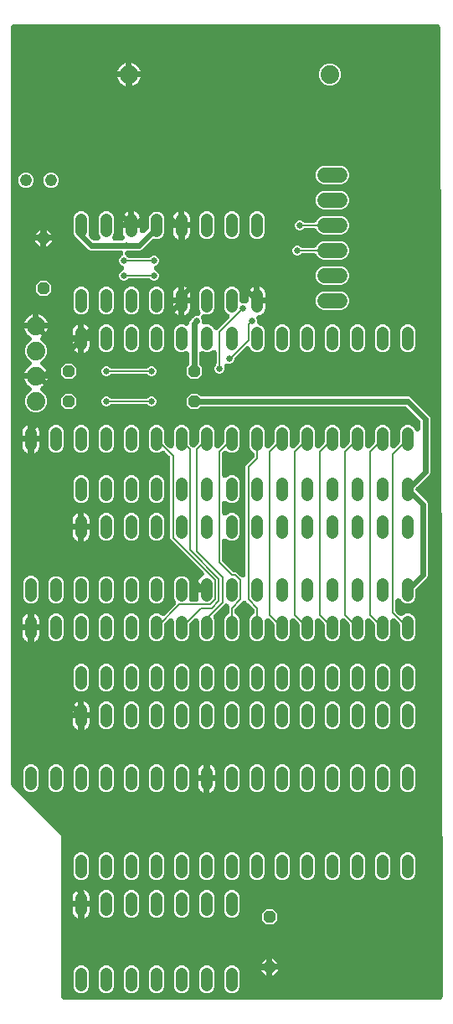
<source format=gbl>
G04 EAGLE Gerber RS-274X export*
G75*
%MOMM*%
%FSLAX34Y34*%
%LPD*%
%INBottom Copper*%
%IPPOS*%
%AMOC8*
5,1,8,0,0,1.08239X$1,22.5*%
G01*
%ADD10C,1.219200*%
%ADD11C,1.879600*%
%ADD12C,1.524000*%
%ADD13C,1.219200*%
%ADD14P,1.319650X8X202.500000*%
%ADD15P,1.319650X8X112.500000*%
%ADD16P,1.319650X8X292.500000*%
%ADD17C,0.177800*%
%ADD18C,0.609600*%
%ADD19C,0.654800*%

G36*
X441311Y5087D02*
X441311Y5087D01*
X441391Y5085D01*
X441557Y5107D01*
X441723Y5121D01*
X441801Y5140D01*
X441880Y5151D01*
X442040Y5199D01*
X442202Y5239D01*
X442275Y5271D01*
X442352Y5294D01*
X442502Y5368D01*
X442655Y5434D01*
X442723Y5477D01*
X442795Y5512D01*
X442931Y5609D01*
X443071Y5699D01*
X443131Y5752D01*
X443196Y5799D01*
X443315Y5917D01*
X443439Y6028D01*
X443489Y6090D01*
X443546Y6146D01*
X443644Y6282D01*
X443749Y6412D01*
X443789Y6481D01*
X443836Y6546D01*
X443911Y6695D01*
X443993Y6840D01*
X444021Y6915D01*
X444057Y6987D01*
X444107Y7146D01*
X444165Y7303D01*
X444180Y7381D01*
X444204Y7458D01*
X444215Y7562D01*
X444259Y7787D01*
X444267Y8031D01*
X444279Y8136D01*
X441780Y987560D01*
X441774Y987632D01*
X441776Y987704D01*
X441753Y987877D01*
X441739Y988051D01*
X441721Y988122D01*
X441712Y988193D01*
X441661Y988361D01*
X441619Y988530D01*
X441590Y988596D01*
X441569Y988666D01*
X441492Y988823D01*
X441423Y988983D01*
X441384Y989044D01*
X441352Y989109D01*
X441251Y989251D01*
X441157Y989398D01*
X441109Y989452D01*
X441067Y989511D01*
X440944Y989635D01*
X440827Y989765D01*
X440771Y989810D01*
X440720Y989862D01*
X440579Y989965D01*
X440443Y990074D01*
X440380Y990110D01*
X440321Y990152D01*
X440166Y990231D01*
X440013Y990317D01*
X439945Y990342D01*
X439881Y990375D01*
X439715Y990427D01*
X439550Y990488D01*
X439479Y990501D01*
X439410Y990523D01*
X439306Y990535D01*
X439066Y990581D01*
X438837Y990588D01*
X438733Y990599D01*
X10668Y990599D01*
X10592Y990593D01*
X10516Y990595D01*
X10347Y990573D01*
X10176Y990559D01*
X10102Y990541D01*
X10027Y990531D01*
X9863Y990482D01*
X9697Y990441D01*
X9628Y990411D01*
X9554Y990389D01*
X9401Y990313D01*
X9244Y990246D01*
X9180Y990205D01*
X9111Y990172D01*
X8972Y990073D01*
X8828Y989981D01*
X8771Y989930D01*
X8709Y989886D01*
X8588Y989766D01*
X8460Y989652D01*
X8412Y989593D01*
X8358Y989539D01*
X8257Y989401D01*
X8150Y989268D01*
X8113Y989202D01*
X8068Y989141D01*
X7991Y988988D01*
X7906Y988840D01*
X7880Y988768D01*
X7845Y988700D01*
X7794Y988537D01*
X7735Y988377D01*
X7720Y988302D01*
X7697Y988230D01*
X7685Y988125D01*
X7640Y987893D01*
X7633Y987657D01*
X7621Y987552D01*
X7621Y223077D01*
X7630Y222963D01*
X7629Y222849D01*
X7650Y222717D01*
X7661Y222585D01*
X7688Y222474D01*
X7706Y222361D01*
X7747Y222235D01*
X7779Y222106D01*
X7824Y222001D01*
X7860Y221893D01*
X7922Y221775D01*
X7974Y221653D01*
X8035Y221557D01*
X8088Y221455D01*
X8147Y221382D01*
X8239Y221237D01*
X8455Y220995D01*
X8513Y220922D01*
X57647Y171788D01*
X58421Y169921D01*
X58421Y8128D01*
X58427Y8052D01*
X58425Y7976D01*
X58447Y7807D01*
X58461Y7636D01*
X58479Y7562D01*
X58489Y7487D01*
X58538Y7323D01*
X58579Y7157D01*
X58609Y7088D01*
X58631Y7014D01*
X58707Y6861D01*
X58774Y6704D01*
X58815Y6640D01*
X58848Y6571D01*
X58947Y6432D01*
X59039Y6288D01*
X59090Y6231D01*
X59134Y6169D01*
X59254Y6048D01*
X59368Y5920D01*
X59427Y5872D01*
X59481Y5818D01*
X59619Y5717D01*
X59752Y5610D01*
X59818Y5573D01*
X59879Y5528D01*
X60032Y5451D01*
X60180Y5366D01*
X60252Y5340D01*
X60320Y5305D01*
X60483Y5254D01*
X60643Y5195D01*
X60718Y5180D01*
X60790Y5157D01*
X60895Y5145D01*
X61127Y5100D01*
X61363Y5093D01*
X61468Y5081D01*
X441231Y5081D01*
X441311Y5087D01*
G37*
%LPC*%
G36*
X153374Y367029D02*
X153374Y367029D01*
X150479Y368228D01*
X148264Y370443D01*
X147065Y373338D01*
X147065Y388662D01*
X148264Y391557D01*
X150479Y393772D01*
X153374Y394971D01*
X156506Y394971D01*
X159401Y393772D01*
X159515Y393657D01*
X159573Y393608D01*
X159625Y393553D01*
X159761Y393448D01*
X159891Y393338D01*
X159956Y393299D01*
X160017Y393252D01*
X160167Y393171D01*
X160314Y393083D01*
X160384Y393055D01*
X160452Y393019D01*
X160613Y392964D01*
X160772Y392900D01*
X160846Y392884D01*
X160918Y392859D01*
X161086Y392830D01*
X161253Y392793D01*
X161329Y392789D01*
X161405Y392776D01*
X161575Y392775D01*
X161746Y392766D01*
X161822Y392774D01*
X161898Y392773D01*
X162067Y392800D01*
X162236Y392818D01*
X162310Y392838D01*
X162385Y392850D01*
X162547Y392903D01*
X162712Y392949D01*
X162781Y392980D01*
X162854Y393004D01*
X163005Y393083D01*
X163161Y393154D01*
X163224Y393197D01*
X163291Y393232D01*
X163374Y393298D01*
X163570Y393430D01*
X163742Y393592D01*
X163825Y393657D01*
X174033Y403865D01*
X174082Y403923D01*
X174138Y403976D01*
X174241Y404111D01*
X174352Y404241D01*
X174392Y404307D01*
X174438Y404367D01*
X174518Y404517D01*
X174607Y404664D01*
X174635Y404735D01*
X174671Y404802D01*
X174726Y404964D01*
X174790Y405122D01*
X174806Y405196D01*
X174831Y405268D01*
X174860Y405437D01*
X174897Y405604D01*
X174901Y405680D01*
X174914Y405755D01*
X174915Y405925D01*
X174924Y406096D01*
X174916Y406172D01*
X174917Y406248D01*
X174890Y406417D01*
X174872Y406587D01*
X174852Y406660D01*
X174840Y406736D01*
X174787Y406898D01*
X174741Y407062D01*
X174710Y407132D01*
X174686Y407204D01*
X174607Y407356D01*
X174536Y407511D01*
X174493Y407574D01*
X174458Y407642D01*
X174392Y407724D01*
X174260Y407920D01*
X174098Y408092D01*
X174033Y408175D01*
X173664Y408543D01*
X172465Y411438D01*
X172465Y426762D01*
X173664Y429657D01*
X175879Y431872D01*
X178774Y433071D01*
X181906Y433071D01*
X184801Y431872D01*
X187016Y429657D01*
X188215Y426762D01*
X188215Y411438D01*
X188084Y411122D01*
X188029Y410950D01*
X187966Y410781D01*
X187953Y410716D01*
X187933Y410653D01*
X187906Y410474D01*
X187871Y410297D01*
X187869Y410231D01*
X187859Y410165D01*
X187861Y409984D01*
X187856Y409804D01*
X187865Y409738D01*
X187865Y409671D01*
X187897Y409494D01*
X187920Y409315D01*
X187939Y409251D01*
X187951Y409186D01*
X188011Y409015D01*
X188063Y408842D01*
X188092Y408783D01*
X188114Y408720D01*
X188200Y408562D01*
X188280Y408399D01*
X188318Y408345D01*
X188350Y408287D01*
X188461Y408144D01*
X188565Y407997D01*
X188612Y407950D01*
X188653Y407897D01*
X188785Y407774D01*
X188912Y407646D01*
X188966Y407607D01*
X189014Y407562D01*
X189165Y407462D01*
X189311Y407356D01*
X189370Y407326D01*
X189425Y407289D01*
X189590Y407215D01*
X189751Y407133D01*
X189815Y407113D01*
X189875Y407086D01*
X190049Y407039D01*
X190222Y406985D01*
X190274Y406979D01*
X190352Y406958D01*
X190843Y406909D01*
X190876Y406911D01*
X190899Y406909D01*
X194445Y406909D01*
X194506Y406914D01*
X194567Y406911D01*
X194751Y406934D01*
X194937Y406949D01*
X194996Y406963D01*
X195056Y406971D01*
X195235Y407023D01*
X195416Y407067D01*
X195472Y407091D01*
X195530Y407108D01*
X195698Y407189D01*
X195869Y407262D01*
X195920Y407295D01*
X195975Y407321D01*
X196128Y407427D01*
X196285Y407527D01*
X196330Y407568D01*
X196381Y407602D01*
X196514Y407732D01*
X196653Y407856D01*
X196691Y407903D01*
X196735Y407946D01*
X196846Y408095D01*
X196963Y408240D01*
X196993Y408292D01*
X197029Y408341D01*
X197115Y408507D01*
X197207Y408668D01*
X197228Y408725D01*
X197256Y408780D01*
X197314Y408956D01*
X197378Y409131D01*
X197390Y409191D01*
X197409Y409249D01*
X197437Y409433D01*
X197473Y409615D01*
X197475Y409676D01*
X197484Y409736D01*
X197483Y409922D01*
X197489Y410108D01*
X197481Y410169D01*
X197480Y410229D01*
X197459Y410332D01*
X197424Y410597D01*
X197364Y410797D01*
X197343Y410898D01*
X197316Y410981D01*
X197103Y412324D01*
X197103Y416053D01*
X205740Y416053D01*
X205816Y416059D01*
X205892Y416056D01*
X206061Y416079D01*
X206231Y416093D01*
X206305Y416111D01*
X206381Y416121D01*
X206545Y416170D01*
X206710Y416211D01*
X206780Y416241D01*
X206853Y416263D01*
X207007Y416338D01*
X207164Y416406D01*
X207228Y416447D01*
X207296Y416480D01*
X207436Y416579D01*
X207580Y416671D01*
X207636Y416722D01*
X207699Y416766D01*
X207820Y416886D01*
X207948Y417000D01*
X207995Y417059D01*
X208050Y417112D01*
X208150Y417251D01*
X208257Y417383D01*
X208295Y417450D01*
X208340Y417511D01*
X208417Y417664D01*
X208501Y417812D01*
X208528Y417884D01*
X208562Y417952D01*
X208614Y418114D01*
X208673Y418275D01*
X208688Y418349D01*
X208711Y418422D01*
X208722Y418527D01*
X208768Y418759D01*
X208775Y418995D01*
X208787Y419100D01*
X208781Y419176D01*
X208783Y419252D01*
X208761Y419421D01*
X208747Y419592D01*
X208729Y419666D01*
X208719Y419741D01*
X208669Y419905D01*
X208628Y420071D01*
X208598Y420141D01*
X208576Y420214D01*
X208501Y420367D01*
X208434Y420524D01*
X208393Y420588D01*
X208359Y420657D01*
X208260Y420796D01*
X208169Y420940D01*
X208118Y420997D01*
X208074Y421059D01*
X207954Y421181D01*
X207840Y421308D01*
X207781Y421356D01*
X207727Y421410D01*
X207589Y421511D01*
X207456Y421618D01*
X207390Y421656D01*
X207328Y421700D01*
X207176Y421777D01*
X207027Y421862D01*
X206956Y421888D01*
X206888Y421923D01*
X206725Y421974D01*
X206565Y422034D01*
X206490Y422048D01*
X206417Y422071D01*
X206313Y422083D01*
X206081Y422128D01*
X205845Y422136D01*
X205740Y422147D01*
X197103Y422147D01*
X197103Y425876D01*
X197316Y427219D01*
X197736Y428511D01*
X198353Y429723D01*
X199152Y430823D01*
X200113Y431784D01*
X201213Y432583D01*
X201292Y432623D01*
X201344Y432655D01*
X201399Y432680D01*
X201554Y432784D01*
X201712Y432882D01*
X201758Y432922D01*
X201809Y432956D01*
X201944Y433083D01*
X202085Y433205D01*
X202124Y433252D01*
X202168Y433293D01*
X202281Y433441D01*
X202400Y433584D01*
X202431Y433637D01*
X202468Y433685D01*
X202556Y433849D01*
X202651Y434009D01*
X202673Y434066D01*
X202702Y434120D01*
X202762Y434296D01*
X202829Y434469D01*
X202842Y434528D01*
X202862Y434586D01*
X202893Y434770D01*
X202931Y434951D01*
X202934Y435013D01*
X202944Y435073D01*
X202945Y435259D01*
X202954Y435444D01*
X202947Y435505D01*
X202947Y435566D01*
X202918Y435750D01*
X202897Y435934D01*
X202880Y435993D01*
X202871Y436053D01*
X202813Y436230D01*
X202762Y436409D01*
X202736Y436464D01*
X202716Y436522D01*
X202631Y436687D01*
X202551Y436855D01*
X202517Y436905D01*
X202489Y436960D01*
X202423Y437041D01*
X202272Y437262D01*
X202127Y437413D01*
X202063Y437493D01*
X168909Y470647D01*
X168909Y552496D01*
X168900Y552609D01*
X168901Y552724D01*
X168880Y552855D01*
X168869Y552987D01*
X168842Y553098D01*
X168824Y553211D01*
X168783Y553337D01*
X168751Y553466D01*
X168706Y553571D01*
X168670Y553680D01*
X168608Y553798D01*
X168556Y553920D01*
X168495Y554016D01*
X168442Y554117D01*
X168383Y554191D01*
X168291Y554336D01*
X168075Y554578D01*
X168017Y554650D01*
X163825Y558843D01*
X163767Y558892D01*
X163714Y558948D01*
X163579Y559052D01*
X163449Y559162D01*
X163383Y559201D01*
X163323Y559248D01*
X163173Y559329D01*
X163026Y559417D01*
X162955Y559445D01*
X162888Y559481D01*
X162727Y559536D01*
X162568Y559600D01*
X162494Y559616D01*
X162421Y559641D01*
X162253Y559670D01*
X162086Y559707D01*
X162010Y559711D01*
X161935Y559724D01*
X161765Y559725D01*
X161594Y559734D01*
X161518Y559726D01*
X161442Y559727D01*
X161273Y559700D01*
X161103Y559682D01*
X161030Y559662D01*
X160954Y559650D01*
X160792Y559597D01*
X160628Y559551D01*
X160558Y559520D01*
X160486Y559496D01*
X160335Y559417D01*
X160179Y559346D01*
X160116Y559303D01*
X160048Y559268D01*
X159966Y559202D01*
X159770Y559070D01*
X159597Y558908D01*
X159515Y558843D01*
X159401Y558728D01*
X156506Y557529D01*
X153374Y557529D01*
X150479Y558728D01*
X148264Y560943D01*
X147065Y563838D01*
X147065Y579162D01*
X148264Y582057D01*
X150479Y584272D01*
X153374Y585471D01*
X156506Y585471D01*
X159401Y584272D01*
X161616Y582057D01*
X162815Y579162D01*
X162815Y568660D01*
X162824Y568547D01*
X162823Y568432D01*
X162844Y568301D01*
X162855Y568169D01*
X162882Y568058D01*
X162900Y567945D01*
X162941Y567819D01*
X162973Y567690D01*
X163018Y567585D01*
X163054Y567476D01*
X163115Y567358D01*
X163168Y567236D01*
X163229Y567140D01*
X163282Y567039D01*
X163341Y566965D01*
X163433Y566820D01*
X163649Y566578D01*
X163707Y566506D01*
X167263Y562949D01*
X167292Y562925D01*
X167318Y562896D01*
X167480Y562765D01*
X167639Y562630D01*
X167672Y562610D01*
X167702Y562586D01*
X167883Y562483D01*
X168062Y562375D01*
X168097Y562361D01*
X168130Y562342D01*
X168326Y562270D01*
X168520Y562192D01*
X168557Y562184D01*
X168593Y562171D01*
X168798Y562131D01*
X169002Y562086D01*
X169040Y562083D01*
X169077Y562076D01*
X169285Y562070D01*
X169494Y562058D01*
X169532Y562062D01*
X169570Y562061D01*
X169777Y562088D01*
X169985Y562110D01*
X170021Y562120D01*
X170059Y562125D01*
X170259Y562186D01*
X170460Y562241D01*
X170495Y562257D01*
X170532Y562268D01*
X170719Y562359D01*
X170909Y562446D01*
X170940Y562468D01*
X170975Y562485D01*
X171145Y562605D01*
X171318Y562722D01*
X171346Y562748D01*
X171377Y562770D01*
X171525Y562916D01*
X171678Y563060D01*
X171701Y563090D01*
X171728Y563117D01*
X171851Y563285D01*
X171978Y563451D01*
X171996Y563485D01*
X172018Y563515D01*
X172112Y563702D01*
X172211Y563886D01*
X172224Y563922D01*
X172241Y563956D01*
X172303Y564155D01*
X172371Y564352D01*
X172377Y564390D01*
X172389Y564426D01*
X172399Y564519D01*
X172454Y564839D01*
X172455Y565011D01*
X172465Y565104D01*
X172465Y579162D01*
X173664Y582057D01*
X175879Y584272D01*
X178774Y585471D01*
X181906Y585471D01*
X184801Y584272D01*
X187016Y582057D01*
X188215Y579162D01*
X188215Y566829D01*
X188224Y566715D01*
X188223Y566601D01*
X188244Y566470D01*
X188255Y566337D01*
X188282Y566227D01*
X188300Y566114D01*
X188341Y565987D01*
X188373Y565859D01*
X188418Y565754D01*
X188454Y565645D01*
X188516Y565527D01*
X188568Y565405D01*
X188629Y565309D01*
X188682Y565208D01*
X188741Y565134D01*
X188833Y564989D01*
X189049Y564747D01*
X189107Y564674D01*
X189970Y563812D01*
X190028Y563763D01*
X190080Y563707D01*
X190216Y563603D01*
X190346Y563492D01*
X190411Y563453D01*
X190471Y563407D01*
X190622Y563326D01*
X190768Y563238D01*
X190839Y563209D01*
X190906Y563174D01*
X191068Y563118D01*
X191226Y563055D01*
X191301Y563038D01*
X191373Y563014D01*
X191541Y562985D01*
X191708Y562948D01*
X191784Y562944D01*
X191859Y562931D01*
X192030Y562930D01*
X192200Y562920D01*
X192276Y562928D01*
X192352Y562928D01*
X192521Y562954D01*
X192691Y562973D01*
X192764Y562993D01*
X192840Y563005D01*
X193002Y563058D01*
X193167Y563103D01*
X193236Y563135D01*
X193308Y563159D01*
X193460Y563238D01*
X193615Y563309D01*
X193678Y563351D01*
X193746Y563387D01*
X193828Y563452D01*
X194024Y563584D01*
X194197Y563746D01*
X194279Y563812D01*
X196973Y566506D01*
X197047Y566593D01*
X197128Y566673D01*
X197206Y566780D01*
X197292Y566881D01*
X197351Y566979D01*
X197418Y567072D01*
X197478Y567190D01*
X197547Y567304D01*
X197589Y567410D01*
X197641Y567512D01*
X197681Y567639D01*
X197730Y567762D01*
X197755Y567874D01*
X197789Y567982D01*
X197799Y568076D01*
X197837Y568244D01*
X197855Y568568D01*
X197865Y568660D01*
X197865Y579162D01*
X199064Y582057D01*
X201279Y584272D01*
X204174Y585471D01*
X207306Y585471D01*
X210201Y584272D01*
X212416Y582057D01*
X213615Y579162D01*
X213615Y565104D01*
X213618Y565066D01*
X213616Y565028D01*
X213638Y564820D01*
X213655Y564612D01*
X213664Y564575D01*
X213668Y564538D01*
X213723Y564336D01*
X213773Y564134D01*
X213788Y564099D01*
X213799Y564062D01*
X213886Y563872D01*
X213968Y563680D01*
X213988Y563648D01*
X214004Y563613D01*
X214121Y563440D01*
X214233Y563264D01*
X214258Y563236D01*
X214280Y563204D01*
X214423Y563052D01*
X214562Y562896D01*
X214591Y562872D01*
X214617Y562845D01*
X214784Y562717D01*
X214946Y562586D01*
X214978Y562568D01*
X215009Y562544D01*
X215193Y562445D01*
X215374Y562342D01*
X215410Y562329D01*
X215444Y562311D01*
X215641Y562243D01*
X215837Y562171D01*
X215874Y562163D01*
X215910Y562151D01*
X216117Y562116D01*
X216321Y562076D01*
X216359Y562075D01*
X216397Y562068D01*
X216606Y562067D01*
X216814Y562061D01*
X216852Y562066D01*
X216890Y562065D01*
X217097Y562098D01*
X217303Y562125D01*
X217340Y562136D01*
X217377Y562142D01*
X217576Y562207D01*
X217775Y562268D01*
X217810Y562284D01*
X217846Y562296D01*
X218031Y562393D01*
X218219Y562485D01*
X218250Y562507D01*
X218284Y562524D01*
X218356Y562582D01*
X218621Y562770D01*
X218743Y562891D01*
X218817Y562949D01*
X222373Y566506D01*
X222447Y566593D01*
X222528Y566673D01*
X222606Y566780D01*
X222692Y566881D01*
X222751Y566979D01*
X222818Y567072D01*
X222878Y567190D01*
X222947Y567304D01*
X222989Y567410D01*
X223041Y567512D01*
X223081Y567639D01*
X223130Y567762D01*
X223155Y567873D01*
X223189Y567982D01*
X223199Y568076D01*
X223237Y568244D01*
X223255Y568568D01*
X223265Y568660D01*
X223265Y579162D01*
X224464Y582057D01*
X226679Y584272D01*
X229574Y585471D01*
X232706Y585471D01*
X235601Y584272D01*
X237816Y582057D01*
X239015Y579162D01*
X239015Y563838D01*
X237816Y560943D01*
X235601Y558728D01*
X232706Y557529D01*
X229574Y557529D01*
X226679Y558728D01*
X226565Y558843D01*
X226507Y558892D01*
X226455Y558947D01*
X226319Y559052D01*
X226189Y559162D01*
X226124Y559201D01*
X226063Y559248D01*
X225913Y559329D01*
X225766Y559417D01*
X225696Y559445D01*
X225628Y559481D01*
X225467Y559536D01*
X225308Y559600D01*
X225234Y559616D01*
X225162Y559641D01*
X224994Y559670D01*
X224827Y559707D01*
X224751Y559711D01*
X224675Y559724D01*
X224505Y559725D01*
X224334Y559734D01*
X224258Y559726D01*
X224182Y559727D01*
X224013Y559700D01*
X223844Y559682D01*
X223770Y559662D01*
X223695Y559650D01*
X223533Y559597D01*
X223368Y559551D01*
X223299Y559520D01*
X223226Y559496D01*
X223075Y559417D01*
X222919Y559346D01*
X222856Y559303D01*
X222789Y559268D01*
X222706Y559202D01*
X222510Y559070D01*
X222338Y558908D01*
X222255Y558843D01*
X222000Y558587D01*
X221926Y558501D01*
X221845Y558420D01*
X221767Y558313D01*
X221681Y558212D01*
X221622Y558114D01*
X221555Y558021D01*
X221495Y557903D01*
X221426Y557789D01*
X221384Y557683D01*
X221332Y557581D01*
X221292Y557454D01*
X221243Y557331D01*
X221218Y557220D01*
X221184Y557111D01*
X221174Y557017D01*
X221136Y556849D01*
X221118Y556525D01*
X221108Y556433D01*
X221108Y535257D01*
X221111Y535219D01*
X221109Y535181D01*
X221112Y535153D01*
X221112Y535150D01*
X221114Y535134D01*
X221131Y534973D01*
X221148Y534765D01*
X221157Y534728D01*
X221161Y534690D01*
X221216Y534489D01*
X221266Y534286D01*
X221281Y534251D01*
X221292Y534215D01*
X221379Y534025D01*
X221461Y533833D01*
X221481Y533801D01*
X221497Y533766D01*
X221614Y533593D01*
X221726Y533417D01*
X221751Y533389D01*
X221773Y533357D01*
X221916Y533205D01*
X222055Y533049D01*
X222084Y533025D01*
X222111Y532997D01*
X222276Y532870D01*
X222439Y532739D01*
X222472Y532720D01*
X222502Y532697D01*
X222686Y532598D01*
X222867Y532495D01*
X222903Y532482D01*
X222937Y532464D01*
X223134Y532396D01*
X223330Y532324D01*
X223367Y532316D01*
X223403Y532304D01*
X223609Y532269D01*
X223814Y532229D01*
X223852Y532228D01*
X223890Y532221D01*
X224099Y532220D01*
X224307Y532214D01*
X224345Y532219D01*
X224383Y532218D01*
X224589Y532251D01*
X224796Y532278D01*
X224833Y532289D01*
X224870Y532295D01*
X225068Y532360D01*
X225268Y532420D01*
X225303Y532437D01*
X225339Y532449D01*
X225524Y532546D01*
X225712Y532637D01*
X225743Y532659D01*
X225777Y532677D01*
X225850Y532735D01*
X226114Y532923D01*
X226236Y533044D01*
X226310Y533102D01*
X226679Y533472D01*
X229574Y534671D01*
X232706Y534671D01*
X235601Y533472D01*
X237816Y531257D01*
X239015Y528362D01*
X239015Y513038D01*
X237816Y510143D01*
X235601Y507928D01*
X232706Y506729D01*
X229574Y506729D01*
X226679Y507928D01*
X226310Y508298D01*
X226281Y508322D01*
X226255Y508351D01*
X226093Y508482D01*
X225934Y508617D01*
X225901Y508637D01*
X225871Y508661D01*
X225690Y508764D01*
X225511Y508872D01*
X225476Y508886D01*
X225443Y508905D01*
X225247Y508977D01*
X225053Y509055D01*
X225016Y509063D01*
X224980Y509076D01*
X224776Y509116D01*
X224572Y509162D01*
X224533Y509164D01*
X224496Y509171D01*
X224288Y509178D01*
X224079Y509189D01*
X224041Y509185D01*
X224003Y509186D01*
X223797Y509159D01*
X223588Y509137D01*
X223552Y509127D01*
X223514Y509122D01*
X223313Y509062D01*
X223113Y509006D01*
X223078Y508991D01*
X223041Y508980D01*
X222854Y508888D01*
X222664Y508801D01*
X222633Y508779D01*
X222598Y508763D01*
X222429Y508642D01*
X222255Y508525D01*
X222227Y508499D01*
X222196Y508477D01*
X222048Y508331D01*
X221895Y508188D01*
X221872Y508157D01*
X221845Y508130D01*
X221723Y507962D01*
X221595Y507796D01*
X221577Y507763D01*
X221555Y507732D01*
X221461Y507545D01*
X221362Y507361D01*
X221350Y507325D01*
X221332Y507291D01*
X221270Y507092D01*
X221202Y506895D01*
X221196Y506857D01*
X221184Y506821D01*
X221174Y506728D01*
X221119Y506408D01*
X221118Y506236D01*
X221108Y506143D01*
X221108Y497157D01*
X221111Y497119D01*
X221109Y497081D01*
X221131Y496873D01*
X221148Y496665D01*
X221157Y496628D01*
X221161Y496590D01*
X221216Y496389D01*
X221266Y496186D01*
X221281Y496151D01*
X221292Y496115D01*
X221379Y495925D01*
X221461Y495733D01*
X221481Y495701D01*
X221497Y495666D01*
X221614Y495493D01*
X221726Y495317D01*
X221751Y495289D01*
X221773Y495257D01*
X221916Y495105D01*
X222055Y494949D01*
X222084Y494925D01*
X222111Y494897D01*
X222276Y494770D01*
X222439Y494639D01*
X222472Y494620D01*
X222502Y494597D01*
X222686Y494498D01*
X222867Y494395D01*
X222903Y494382D01*
X222937Y494364D01*
X223134Y494296D01*
X223330Y494224D01*
X223367Y494216D01*
X223403Y494204D01*
X223609Y494169D01*
X223814Y494129D01*
X223852Y494128D01*
X223890Y494121D01*
X224099Y494120D01*
X224307Y494114D01*
X224345Y494119D01*
X224383Y494118D01*
X224589Y494151D01*
X224796Y494178D01*
X224833Y494189D01*
X224870Y494195D01*
X225068Y494260D01*
X225268Y494320D01*
X225303Y494337D01*
X225339Y494349D01*
X225524Y494446D01*
X225712Y494537D01*
X225743Y494559D01*
X225777Y494577D01*
X225850Y494635D01*
X226114Y494823D01*
X226236Y494944D01*
X226310Y495002D01*
X226679Y495372D01*
X229574Y496571D01*
X232706Y496571D01*
X235601Y495372D01*
X237816Y493157D01*
X239015Y490262D01*
X239015Y474938D01*
X237816Y472043D01*
X235601Y469828D01*
X232706Y468629D01*
X229574Y468629D01*
X226679Y469828D01*
X226310Y470198D01*
X226281Y470222D01*
X226255Y470251D01*
X226093Y470382D01*
X225934Y470517D01*
X225901Y470537D01*
X225871Y470561D01*
X225690Y470664D01*
X225511Y470772D01*
X225476Y470786D01*
X225443Y470805D01*
X225247Y470877D01*
X225053Y470955D01*
X225016Y470963D01*
X224980Y470976D01*
X224776Y471016D01*
X224572Y471062D01*
X224533Y471064D01*
X224496Y471071D01*
X224288Y471078D01*
X224079Y471089D01*
X224041Y471085D01*
X224003Y471086D01*
X223797Y471059D01*
X223588Y471037D01*
X223552Y471027D01*
X223514Y471022D01*
X223313Y470962D01*
X223113Y470906D01*
X223078Y470891D01*
X223041Y470880D01*
X222854Y470788D01*
X222664Y470701D01*
X222633Y470679D01*
X222598Y470663D01*
X222429Y470542D01*
X222255Y470425D01*
X222227Y470399D01*
X222196Y470377D01*
X222048Y470231D01*
X221895Y470088D01*
X221872Y470057D01*
X221845Y470030D01*
X221722Y469862D01*
X221595Y469696D01*
X221577Y469663D01*
X221555Y469632D01*
X221461Y469445D01*
X221362Y469261D01*
X221350Y469225D01*
X221332Y469191D01*
X221270Y468992D01*
X221202Y468795D01*
X221196Y468757D01*
X221184Y468721D01*
X221174Y468628D01*
X221119Y468308D01*
X221118Y468136D01*
X221108Y468043D01*
X221108Y449407D01*
X221117Y449294D01*
X221116Y449179D01*
X221137Y449048D01*
X221148Y448916D01*
X221175Y448805D01*
X221193Y448692D01*
X221234Y448566D01*
X221266Y448437D01*
X221311Y448332D01*
X221347Y448223D01*
X221409Y448105D01*
X221461Y447983D01*
X221522Y447887D01*
X221575Y447786D01*
X221634Y447712D01*
X221726Y447567D01*
X221942Y447325D01*
X222000Y447253D01*
X231734Y437519D01*
X231820Y437445D01*
X231901Y437364D01*
X232008Y437286D01*
X232109Y437200D01*
X232207Y437141D01*
X232300Y437074D01*
X232418Y437014D01*
X232532Y436945D01*
X232638Y436903D01*
X232740Y436851D01*
X232867Y436811D01*
X232990Y436762D01*
X233101Y436737D01*
X233210Y436703D01*
X233304Y436693D01*
X233472Y436655D01*
X233796Y436637D01*
X233888Y436627D01*
X235875Y436627D01*
X238330Y434172D01*
X239907Y432594D01*
X239936Y432570D01*
X239962Y432541D01*
X240124Y432410D01*
X240283Y432275D01*
X240316Y432255D01*
X240346Y432231D01*
X240527Y432128D01*
X240706Y432020D01*
X240741Y432006D01*
X240774Y431987D01*
X240970Y431914D01*
X241164Y431837D01*
X241201Y431829D01*
X241237Y431816D01*
X241441Y431776D01*
X241645Y431730D01*
X241684Y431728D01*
X241721Y431721D01*
X241929Y431714D01*
X242138Y431703D01*
X242176Y431707D01*
X242214Y431706D01*
X242420Y431733D01*
X242629Y431755D01*
X242665Y431765D01*
X242703Y431770D01*
X242903Y431830D01*
X243104Y431886D01*
X243139Y431901D01*
X243176Y431912D01*
X243363Y432004D01*
X243553Y432091D01*
X243584Y432113D01*
X243619Y432129D01*
X243789Y432250D01*
X243962Y432367D01*
X243990Y432393D01*
X244021Y432415D01*
X244169Y432562D01*
X244322Y432704D01*
X244345Y432735D01*
X244372Y432762D01*
X244495Y432930D01*
X244622Y433096D01*
X244640Y433130D01*
X244662Y433160D01*
X244756Y433347D01*
X244855Y433531D01*
X244867Y433567D01*
X244885Y433601D01*
X244948Y433800D01*
X245015Y433997D01*
X245021Y434035D01*
X245033Y434071D01*
X245043Y434164D01*
X245098Y434484D01*
X245099Y434656D01*
X245109Y434749D01*
X245109Y544231D01*
X252980Y552101D01*
X253054Y552188D01*
X253135Y552269D01*
X253213Y552376D01*
X253299Y552477D01*
X253358Y552575D01*
X253425Y552667D01*
X253485Y552786D01*
X253554Y552900D01*
X253596Y553006D01*
X253648Y553108D01*
X253688Y553235D01*
X253737Y553358D01*
X253762Y553469D01*
X253796Y553578D01*
X253806Y553672D01*
X253844Y553840D01*
X253862Y554164D01*
X253872Y554256D01*
X253872Y555949D01*
X253855Y556167D01*
X253841Y556385D01*
X253835Y556413D01*
X253832Y556441D01*
X253780Y556653D01*
X253731Y556866D01*
X253720Y556892D01*
X253714Y556920D01*
X253628Y557120D01*
X253545Y557323D01*
X253530Y557347D01*
X253519Y557373D01*
X253402Y557557D01*
X253288Y557744D01*
X253269Y557765D01*
X253254Y557789D01*
X253109Y557952D01*
X252966Y558118D01*
X252944Y558136D01*
X252925Y558157D01*
X252755Y558294D01*
X252588Y558435D01*
X252568Y558446D01*
X252541Y558467D01*
X252113Y558711D01*
X252087Y558721D01*
X249864Y560943D01*
X248665Y563838D01*
X248665Y579162D01*
X249864Y582057D01*
X252079Y584272D01*
X254974Y585471D01*
X258106Y585471D01*
X261001Y584272D01*
X263216Y582057D01*
X264415Y579162D01*
X264415Y565104D01*
X264418Y565066D01*
X264416Y565028D01*
X264438Y564820D01*
X264455Y564612D01*
X264464Y564575D01*
X264468Y564538D01*
X264523Y564336D01*
X264573Y564134D01*
X264588Y564099D01*
X264599Y564062D01*
X264686Y563872D01*
X264768Y563680D01*
X264788Y563648D01*
X264804Y563613D01*
X264921Y563440D01*
X265033Y563264D01*
X265058Y563236D01*
X265080Y563204D01*
X265223Y563052D01*
X265362Y562896D01*
X265391Y562872D01*
X265417Y562845D01*
X265584Y562717D01*
X265746Y562586D01*
X265778Y562568D01*
X265809Y562544D01*
X265993Y562445D01*
X266174Y562342D01*
X266210Y562329D01*
X266244Y562311D01*
X266441Y562243D01*
X266637Y562171D01*
X266674Y562163D01*
X266710Y562151D01*
X266917Y562116D01*
X267121Y562076D01*
X267159Y562075D01*
X267197Y562068D01*
X267406Y562067D01*
X267614Y562061D01*
X267652Y562066D01*
X267690Y562065D01*
X267897Y562098D01*
X268103Y562125D01*
X268140Y562136D01*
X268177Y562142D01*
X268376Y562207D01*
X268575Y562268D01*
X268610Y562284D01*
X268646Y562296D01*
X268831Y562393D01*
X269019Y562485D01*
X269050Y562507D01*
X269084Y562524D01*
X269156Y562582D01*
X269421Y562770D01*
X269543Y562891D01*
X269617Y562949D01*
X273173Y566506D01*
X273247Y566593D01*
X273328Y566673D01*
X273406Y566780D01*
X273492Y566881D01*
X273551Y566979D01*
X273618Y567072D01*
X273678Y567190D01*
X273747Y567304D01*
X273789Y567410D01*
X273841Y567512D01*
X273881Y567639D01*
X273930Y567762D01*
X273955Y567873D01*
X273989Y567982D01*
X273999Y568076D01*
X274037Y568244D01*
X274055Y568568D01*
X274065Y568660D01*
X274065Y579162D01*
X275264Y582057D01*
X277479Y584272D01*
X280374Y585471D01*
X283506Y585471D01*
X286401Y584272D01*
X288616Y582057D01*
X289815Y579162D01*
X289815Y565104D01*
X289818Y565066D01*
X289816Y565028D01*
X289838Y564820D01*
X289855Y564612D01*
X289864Y564575D01*
X289868Y564538D01*
X289923Y564336D01*
X289973Y564134D01*
X289988Y564099D01*
X289999Y564062D01*
X290086Y563872D01*
X290168Y563680D01*
X290188Y563648D01*
X290204Y563613D01*
X290321Y563440D01*
X290433Y563264D01*
X290458Y563236D01*
X290480Y563204D01*
X290623Y563052D01*
X290762Y562896D01*
X290791Y562872D01*
X290817Y562845D01*
X290984Y562717D01*
X291146Y562586D01*
X291178Y562568D01*
X291209Y562544D01*
X291393Y562445D01*
X291574Y562342D01*
X291610Y562329D01*
X291644Y562311D01*
X291841Y562243D01*
X292037Y562171D01*
X292074Y562163D01*
X292110Y562151D01*
X292317Y562116D01*
X292521Y562076D01*
X292559Y562075D01*
X292597Y562068D01*
X292806Y562067D01*
X293014Y562061D01*
X293052Y562066D01*
X293090Y562065D01*
X293297Y562098D01*
X293503Y562125D01*
X293540Y562136D01*
X293577Y562142D01*
X293776Y562207D01*
X293975Y562268D01*
X294010Y562284D01*
X294046Y562296D01*
X294231Y562393D01*
X294419Y562485D01*
X294450Y562507D01*
X294484Y562524D01*
X294556Y562582D01*
X294821Y562770D01*
X294943Y562891D01*
X295017Y562949D01*
X298573Y566506D01*
X298647Y566593D01*
X298728Y566673D01*
X298806Y566780D01*
X298892Y566881D01*
X298951Y566979D01*
X299018Y567072D01*
X299078Y567190D01*
X299147Y567304D01*
X299189Y567410D01*
X299241Y567512D01*
X299281Y567639D01*
X299330Y567762D01*
X299355Y567873D01*
X299389Y567982D01*
X299399Y568076D01*
X299437Y568244D01*
X299455Y568568D01*
X299465Y568660D01*
X299465Y579162D01*
X300664Y582057D01*
X302879Y584272D01*
X305774Y585471D01*
X308906Y585471D01*
X311801Y584272D01*
X314016Y582057D01*
X315215Y579162D01*
X315215Y565104D01*
X315218Y565066D01*
X315216Y565028D01*
X315238Y564820D01*
X315255Y564612D01*
X315264Y564575D01*
X315268Y564538D01*
X315323Y564336D01*
X315373Y564134D01*
X315388Y564099D01*
X315399Y564062D01*
X315486Y563872D01*
X315568Y563680D01*
X315588Y563648D01*
X315604Y563613D01*
X315721Y563440D01*
X315833Y563264D01*
X315858Y563236D01*
X315880Y563204D01*
X316023Y563052D01*
X316162Y562896D01*
X316191Y562872D01*
X316217Y562845D01*
X316384Y562717D01*
X316546Y562586D01*
X316578Y562568D01*
X316609Y562544D01*
X316793Y562445D01*
X316974Y562342D01*
X317010Y562329D01*
X317044Y562311D01*
X317241Y562243D01*
X317437Y562171D01*
X317474Y562163D01*
X317510Y562151D01*
X317717Y562116D01*
X317921Y562076D01*
X317959Y562075D01*
X317997Y562068D01*
X318206Y562067D01*
X318414Y562061D01*
X318452Y562066D01*
X318490Y562065D01*
X318697Y562098D01*
X318903Y562125D01*
X318940Y562136D01*
X318977Y562142D01*
X319176Y562207D01*
X319375Y562268D01*
X319410Y562284D01*
X319446Y562296D01*
X319631Y562393D01*
X319819Y562485D01*
X319850Y562507D01*
X319884Y562524D01*
X319956Y562582D01*
X320221Y562770D01*
X320343Y562891D01*
X320417Y562949D01*
X323973Y566506D01*
X324047Y566593D01*
X324128Y566673D01*
X324206Y566780D01*
X324292Y566881D01*
X324351Y566979D01*
X324418Y567072D01*
X324478Y567190D01*
X324547Y567304D01*
X324589Y567410D01*
X324641Y567512D01*
X324681Y567639D01*
X324730Y567762D01*
X324755Y567873D01*
X324789Y567982D01*
X324799Y568076D01*
X324837Y568244D01*
X324855Y568568D01*
X324865Y568660D01*
X324865Y579162D01*
X326064Y582057D01*
X328279Y584272D01*
X331174Y585471D01*
X334306Y585471D01*
X337201Y584272D01*
X339416Y582057D01*
X340615Y579162D01*
X340615Y565104D01*
X340618Y565066D01*
X340616Y565028D01*
X340638Y564820D01*
X340655Y564612D01*
X340664Y564575D01*
X340668Y564538D01*
X340723Y564336D01*
X340773Y564134D01*
X340788Y564099D01*
X340799Y564062D01*
X340886Y563872D01*
X340968Y563680D01*
X340988Y563648D01*
X341004Y563613D01*
X341121Y563440D01*
X341233Y563264D01*
X341258Y563236D01*
X341280Y563204D01*
X341423Y563052D01*
X341562Y562896D01*
X341591Y562872D01*
X341617Y562845D01*
X341784Y562717D01*
X341946Y562586D01*
X341978Y562568D01*
X342009Y562544D01*
X342193Y562445D01*
X342374Y562342D01*
X342410Y562329D01*
X342444Y562311D01*
X342641Y562243D01*
X342837Y562171D01*
X342874Y562163D01*
X342910Y562151D01*
X343117Y562116D01*
X343321Y562076D01*
X343359Y562075D01*
X343397Y562068D01*
X343606Y562067D01*
X343814Y562061D01*
X343852Y562066D01*
X343890Y562065D01*
X344097Y562098D01*
X344303Y562125D01*
X344340Y562136D01*
X344377Y562142D01*
X344576Y562207D01*
X344775Y562268D01*
X344810Y562284D01*
X344846Y562296D01*
X345031Y562393D01*
X345219Y562485D01*
X345250Y562507D01*
X345284Y562524D01*
X345356Y562582D01*
X345621Y562770D01*
X345743Y562891D01*
X345817Y562949D01*
X349373Y566506D01*
X349447Y566593D01*
X349528Y566673D01*
X349606Y566780D01*
X349692Y566881D01*
X349751Y566979D01*
X349818Y567072D01*
X349878Y567190D01*
X349947Y567304D01*
X349989Y567410D01*
X350041Y567512D01*
X350081Y567639D01*
X350130Y567762D01*
X350155Y567873D01*
X350189Y567982D01*
X350199Y568076D01*
X350237Y568244D01*
X350255Y568568D01*
X350265Y568660D01*
X350265Y579162D01*
X351464Y582057D01*
X353679Y584272D01*
X356574Y585471D01*
X359706Y585471D01*
X362601Y584272D01*
X364816Y582057D01*
X366015Y579162D01*
X366015Y565104D01*
X366018Y565066D01*
X366016Y565028D01*
X366038Y564820D01*
X366055Y564612D01*
X366064Y564575D01*
X366068Y564538D01*
X366123Y564336D01*
X366173Y564134D01*
X366188Y564099D01*
X366199Y564062D01*
X366286Y563872D01*
X366368Y563680D01*
X366388Y563648D01*
X366404Y563613D01*
X366521Y563440D01*
X366633Y563264D01*
X366658Y563236D01*
X366680Y563204D01*
X366823Y563052D01*
X366962Y562896D01*
X366991Y562872D01*
X367017Y562845D01*
X367184Y562717D01*
X367346Y562586D01*
X367378Y562568D01*
X367409Y562544D01*
X367593Y562445D01*
X367774Y562342D01*
X367810Y562329D01*
X367844Y562311D01*
X368041Y562243D01*
X368237Y562171D01*
X368274Y562163D01*
X368310Y562151D01*
X368517Y562116D01*
X368721Y562076D01*
X368759Y562075D01*
X368797Y562068D01*
X369006Y562067D01*
X369214Y562061D01*
X369252Y562066D01*
X369290Y562065D01*
X369497Y562098D01*
X369703Y562125D01*
X369740Y562136D01*
X369777Y562142D01*
X369976Y562207D01*
X370175Y562268D01*
X370210Y562284D01*
X370246Y562296D01*
X370431Y562393D01*
X370619Y562485D01*
X370650Y562507D01*
X370684Y562524D01*
X370756Y562582D01*
X371021Y562770D01*
X371143Y562891D01*
X371217Y562949D01*
X374773Y566506D01*
X374847Y566593D01*
X374928Y566673D01*
X375006Y566780D01*
X375092Y566881D01*
X375151Y566979D01*
X375218Y567072D01*
X375278Y567190D01*
X375347Y567304D01*
X375389Y567410D01*
X375441Y567512D01*
X375481Y567639D01*
X375530Y567762D01*
X375555Y567873D01*
X375589Y567982D01*
X375599Y568076D01*
X375637Y568244D01*
X375655Y568568D01*
X375665Y568660D01*
X375665Y579162D01*
X376864Y582057D01*
X379079Y584272D01*
X381974Y585471D01*
X385106Y585471D01*
X388001Y584272D01*
X390216Y582057D01*
X391415Y579162D01*
X391415Y565104D01*
X391418Y565066D01*
X391416Y565028D01*
X391438Y564820D01*
X391455Y564612D01*
X391464Y564575D01*
X391468Y564538D01*
X391523Y564336D01*
X391573Y564134D01*
X391588Y564099D01*
X391599Y564062D01*
X391686Y563872D01*
X391768Y563680D01*
X391788Y563648D01*
X391804Y563613D01*
X391921Y563440D01*
X392033Y563264D01*
X392058Y563236D01*
X392080Y563204D01*
X392223Y563052D01*
X392362Y562896D01*
X392391Y562872D01*
X392417Y562845D01*
X392584Y562717D01*
X392746Y562586D01*
X392778Y562568D01*
X392809Y562544D01*
X392993Y562445D01*
X393174Y562342D01*
X393210Y562329D01*
X393244Y562311D01*
X393441Y562243D01*
X393637Y562171D01*
X393674Y562163D01*
X393710Y562151D01*
X393917Y562116D01*
X394121Y562076D01*
X394159Y562075D01*
X394197Y562068D01*
X394406Y562067D01*
X394614Y562061D01*
X394652Y562066D01*
X394690Y562065D01*
X394897Y562098D01*
X395103Y562125D01*
X395140Y562136D01*
X395177Y562142D01*
X395376Y562207D01*
X395575Y562268D01*
X395610Y562284D01*
X395646Y562296D01*
X395831Y562393D01*
X396019Y562485D01*
X396050Y562507D01*
X396084Y562524D01*
X396156Y562582D01*
X396421Y562770D01*
X396543Y562891D01*
X396617Y562949D01*
X400173Y566506D01*
X400247Y566593D01*
X400328Y566673D01*
X400406Y566780D01*
X400492Y566881D01*
X400551Y566979D01*
X400618Y567072D01*
X400678Y567190D01*
X400747Y567304D01*
X400789Y567410D01*
X400841Y567512D01*
X400881Y567639D01*
X400930Y567762D01*
X400955Y567873D01*
X400989Y567982D01*
X400999Y568076D01*
X401037Y568244D01*
X401055Y568568D01*
X401065Y568660D01*
X401065Y579162D01*
X402264Y582057D01*
X404479Y584272D01*
X407374Y585471D01*
X410506Y585471D01*
X413401Y584272D01*
X415616Y582057D01*
X416031Y581055D01*
X416096Y580928D01*
X416152Y580797D01*
X416208Y580709D01*
X416256Y580616D01*
X416341Y580501D01*
X416417Y580381D01*
X416487Y580303D01*
X416549Y580219D01*
X416651Y580120D01*
X416746Y580013D01*
X416827Y579948D01*
X416902Y579875D01*
X417019Y579793D01*
X417130Y579703D01*
X417220Y579652D01*
X417306Y579592D01*
X417435Y579530D01*
X417558Y579459D01*
X417656Y579423D01*
X417750Y579378D01*
X417887Y579337D01*
X418021Y579288D01*
X418123Y579268D01*
X418224Y579238D01*
X418365Y579220D01*
X418505Y579193D01*
X418609Y579190D01*
X418713Y579177D01*
X418856Y579182D01*
X418998Y579178D01*
X419102Y579191D01*
X419206Y579195D01*
X419346Y579224D01*
X419487Y579242D01*
X419587Y579272D01*
X419690Y579293D01*
X419823Y579343D01*
X419960Y579385D01*
X420054Y579431D01*
X420151Y579468D01*
X420274Y579539D01*
X420403Y579602D01*
X420488Y579662D01*
X420578Y579714D01*
X420689Y579805D01*
X420805Y579887D01*
X420879Y579960D01*
X420960Y580027D01*
X421055Y580134D01*
X421156Y580234D01*
X421217Y580318D01*
X421287Y580397D01*
X421362Y580517D01*
X421446Y580633D01*
X421493Y580726D01*
X421549Y580814D01*
X421604Y580946D01*
X421669Y581073D01*
X421700Y581173D01*
X421741Y581269D01*
X421774Y581407D01*
X421817Y581543D01*
X421826Y581622D01*
X421856Y581749D01*
X421889Y582181D01*
X421893Y582221D01*
X421893Y588558D01*
X421884Y588672D01*
X421885Y588786D01*
X421864Y588918D01*
X421853Y589050D01*
X421826Y589161D01*
X421808Y589274D01*
X421767Y589400D01*
X421735Y589529D01*
X421690Y589634D01*
X421654Y589742D01*
X421592Y589860D01*
X421540Y589982D01*
X421479Y590079D01*
X421426Y590180D01*
X421367Y590254D01*
X421275Y590398D01*
X421059Y590641D01*
X421001Y590713D01*
X407833Y603881D01*
X407746Y603955D01*
X407666Y604036D01*
X407559Y604114D01*
X407457Y604200D01*
X407359Y604259D01*
X407267Y604326D01*
X407149Y604386D01*
X407035Y604455D01*
X406929Y604497D01*
X406827Y604549D01*
X406700Y604589D01*
X406577Y604638D01*
X406465Y604663D01*
X406356Y604697D01*
X406263Y604707D01*
X406095Y604745D01*
X405771Y604763D01*
X405678Y604773D01*
X200612Y604773D01*
X200498Y604764D01*
X200384Y604765D01*
X200253Y604744D01*
X200120Y604733D01*
X200010Y604706D01*
X199897Y604688D01*
X199770Y604647D01*
X199641Y604615D01*
X199537Y604570D01*
X199428Y604534D01*
X199310Y604472D01*
X199188Y604420D01*
X199092Y604359D01*
X198990Y604306D01*
X198917Y604247D01*
X198772Y604155D01*
X198530Y603939D01*
X198457Y603881D01*
X196302Y601725D01*
X189778Y601725D01*
X185165Y606338D01*
X185165Y612862D01*
X189778Y617475D01*
X196302Y617475D01*
X198457Y615319D01*
X198544Y615245D01*
X198625Y615164D01*
X198732Y615086D01*
X198833Y615000D01*
X198931Y614941D01*
X199023Y614874D01*
X199142Y614814D01*
X199256Y614745D01*
X199362Y614703D01*
X199464Y614651D01*
X199591Y614611D01*
X199714Y614562D01*
X199825Y614537D01*
X199934Y614503D01*
X200028Y614493D01*
X200195Y614455D01*
X200520Y614437D01*
X200612Y614427D01*
X409900Y614427D01*
X411674Y613692D01*
X430812Y594554D01*
X431547Y592780D01*
X431547Y537520D01*
X430812Y535746D01*
X417921Y522855D01*
X417872Y522797D01*
X417816Y522745D01*
X417712Y522609D01*
X417601Y522479D01*
X417562Y522413D01*
X417516Y522353D01*
X417435Y522203D01*
X417347Y522056D01*
X417318Y521985D01*
X417282Y521918D01*
X417227Y521757D01*
X417164Y521598D01*
X417147Y521524D01*
X417122Y521452D01*
X417094Y521283D01*
X417057Y521117D01*
X417053Y521040D01*
X417040Y520965D01*
X417039Y520794D01*
X417029Y520624D01*
X417037Y520548D01*
X417037Y520472D01*
X417063Y520303D01*
X417081Y520133D01*
X417102Y520060D01*
X417113Y519985D01*
X417167Y519822D01*
X417212Y519658D01*
X417244Y519588D01*
X417268Y519516D01*
X417347Y519365D01*
X417418Y519209D01*
X417460Y519146D01*
X417495Y519078D01*
X417561Y518996D01*
X417693Y518800D01*
X417855Y518627D01*
X417921Y518545D01*
X428272Y508194D01*
X429007Y506420D01*
X429007Y433380D01*
X428272Y431606D01*
X417707Y421041D01*
X417633Y420954D01*
X417552Y420874D01*
X417474Y420767D01*
X417388Y420665D01*
X417329Y420567D01*
X417262Y420475D01*
X417202Y420357D01*
X417133Y420243D01*
X417091Y420137D01*
X417039Y420035D01*
X416999Y419908D01*
X416950Y419785D01*
X416925Y419673D01*
X416891Y419564D01*
X416881Y419471D01*
X416843Y419303D01*
X416825Y418979D01*
X416815Y418886D01*
X416815Y411438D01*
X415616Y408543D01*
X413401Y406328D01*
X410506Y405129D01*
X407374Y405129D01*
X404479Y406328D01*
X402264Y408543D01*
X402230Y408625D01*
X402165Y408752D01*
X402109Y408883D01*
X402053Y408971D01*
X402005Y409064D01*
X401920Y409179D01*
X401844Y409299D01*
X401775Y409377D01*
X401712Y409461D01*
X401610Y409561D01*
X401515Y409667D01*
X401434Y409732D01*
X401359Y409805D01*
X401242Y409887D01*
X401131Y409977D01*
X401041Y410028D01*
X400955Y410088D01*
X400827Y410150D01*
X400703Y410221D01*
X400605Y410257D01*
X400511Y410302D01*
X400374Y410343D01*
X400240Y410392D01*
X400138Y410412D01*
X400037Y410442D01*
X399896Y410460D01*
X399756Y410487D01*
X399652Y410490D01*
X399548Y410503D01*
X399405Y410498D01*
X399263Y410502D01*
X399159Y410489D01*
X399055Y410485D01*
X398915Y410457D01*
X398774Y410438D01*
X398674Y410408D01*
X398571Y410387D01*
X398438Y410337D01*
X398301Y410296D01*
X398208Y410250D01*
X398110Y410213D01*
X397986Y410141D01*
X397858Y410079D01*
X397773Y410018D01*
X397683Y409966D01*
X397572Y409876D01*
X397456Y409793D01*
X397382Y409720D01*
X397301Y409654D01*
X397206Y409547D01*
X397105Y409446D01*
X397044Y409362D01*
X396974Y409284D01*
X396898Y409163D01*
X396815Y409048D01*
X396768Y408954D01*
X396712Y408866D01*
X396657Y408734D01*
X396592Y408607D01*
X396561Y408508D01*
X396520Y408411D01*
X396487Y408273D01*
X396444Y408137D01*
X396435Y408059D01*
X396405Y407932D01*
X396372Y407499D01*
X396368Y407459D01*
X396368Y398607D01*
X396377Y398494D01*
X396376Y398379D01*
X396397Y398248D01*
X396408Y398116D01*
X396435Y398005D01*
X396453Y397892D01*
X396494Y397766D01*
X396526Y397637D01*
X396571Y397532D01*
X396607Y397423D01*
X396669Y397305D01*
X396721Y397183D01*
X396782Y397087D01*
X396835Y396986D01*
X396894Y396912D01*
X396986Y396767D01*
X397202Y396525D01*
X397260Y396453D01*
X400055Y393657D01*
X400113Y393608D01*
X400166Y393552D01*
X400301Y393448D01*
X400431Y393338D01*
X400497Y393299D01*
X400557Y393252D01*
X400707Y393171D01*
X400854Y393083D01*
X400925Y393055D01*
X400992Y393019D01*
X401153Y392964D01*
X401312Y392900D01*
X401386Y392884D01*
X401459Y392859D01*
X401627Y392830D01*
X401794Y392793D01*
X401870Y392789D01*
X401945Y392776D01*
X402115Y392775D01*
X402286Y392766D01*
X402362Y392774D01*
X402438Y392773D01*
X402607Y392800D01*
X402777Y392818D01*
X402850Y392838D01*
X402926Y392850D01*
X403088Y392903D01*
X403252Y392949D01*
X403322Y392980D01*
X403394Y393004D01*
X403545Y393083D01*
X403701Y393154D01*
X403764Y393197D01*
X403832Y393232D01*
X403914Y393298D01*
X404110Y393430D01*
X404283Y393592D01*
X404365Y393657D01*
X404479Y393772D01*
X407374Y394971D01*
X410506Y394971D01*
X413401Y393772D01*
X415616Y391557D01*
X416815Y388662D01*
X416815Y373338D01*
X415616Y370443D01*
X413401Y368228D01*
X410506Y367029D01*
X407374Y367029D01*
X404479Y368228D01*
X402264Y370443D01*
X401065Y373338D01*
X401065Y383840D01*
X401056Y383953D01*
X401057Y384068D01*
X401036Y384199D01*
X401025Y384331D01*
X400998Y384442D01*
X400980Y384555D01*
X400939Y384681D01*
X400907Y384810D01*
X400862Y384915D01*
X400826Y385024D01*
X400765Y385142D01*
X400712Y385264D01*
X400651Y385360D01*
X400598Y385461D01*
X400539Y385535D01*
X400447Y385680D01*
X400231Y385922D01*
X400173Y385994D01*
X396617Y389551D01*
X396588Y389575D01*
X396562Y389604D01*
X396400Y389735D01*
X396241Y389870D01*
X396208Y389890D01*
X396178Y389914D01*
X395997Y390017D01*
X395818Y390125D01*
X395783Y390139D01*
X395750Y390158D01*
X395554Y390230D01*
X395360Y390308D01*
X395323Y390316D01*
X395287Y390329D01*
X395082Y390369D01*
X394878Y390414D01*
X394840Y390417D01*
X394803Y390424D01*
X394595Y390430D01*
X394386Y390442D01*
X394348Y390438D01*
X394310Y390439D01*
X394103Y390412D01*
X393895Y390390D01*
X393859Y390380D01*
X393821Y390375D01*
X393621Y390314D01*
X393420Y390259D01*
X393385Y390243D01*
X393348Y390232D01*
X393161Y390141D01*
X392971Y390054D01*
X392940Y390032D01*
X392905Y390015D01*
X392735Y389895D01*
X392562Y389778D01*
X392534Y389752D01*
X392503Y389730D01*
X392355Y389584D01*
X392202Y389440D01*
X392179Y389410D01*
X392152Y389383D01*
X392029Y389215D01*
X391902Y389049D01*
X391884Y389015D01*
X391862Y388985D01*
X391768Y388798D01*
X391669Y388614D01*
X391656Y388578D01*
X391639Y388544D01*
X391577Y388345D01*
X391509Y388148D01*
X391503Y388110D01*
X391491Y388074D01*
X391481Y387981D01*
X391426Y387661D01*
X391425Y387489D01*
X391415Y387396D01*
X391415Y373338D01*
X390216Y370443D01*
X388001Y368228D01*
X385106Y367029D01*
X381974Y367029D01*
X379079Y368228D01*
X376864Y370443D01*
X375665Y373338D01*
X375665Y383840D01*
X375656Y383953D01*
X375657Y384068D01*
X375636Y384199D01*
X375625Y384331D01*
X375598Y384442D01*
X375580Y384555D01*
X375539Y384681D01*
X375507Y384810D01*
X375462Y384915D01*
X375426Y385024D01*
X375365Y385142D01*
X375312Y385264D01*
X375251Y385360D01*
X375198Y385461D01*
X375139Y385535D01*
X375047Y385680D01*
X374831Y385922D01*
X374773Y385994D01*
X371217Y389551D01*
X371188Y389575D01*
X371162Y389604D01*
X371000Y389735D01*
X370841Y389870D01*
X370808Y389890D01*
X370778Y389914D01*
X370597Y390017D01*
X370418Y390125D01*
X370383Y390139D01*
X370350Y390158D01*
X370154Y390230D01*
X369960Y390308D01*
X369923Y390316D01*
X369887Y390329D01*
X369682Y390369D01*
X369478Y390414D01*
X369440Y390417D01*
X369403Y390424D01*
X369195Y390430D01*
X368986Y390442D01*
X368948Y390438D01*
X368910Y390439D01*
X368703Y390412D01*
X368495Y390390D01*
X368459Y390380D01*
X368421Y390375D01*
X368221Y390314D01*
X368020Y390259D01*
X367985Y390243D01*
X367948Y390232D01*
X367761Y390141D01*
X367571Y390054D01*
X367540Y390032D01*
X367505Y390015D01*
X367335Y389895D01*
X367162Y389778D01*
X367134Y389752D01*
X367103Y389730D01*
X366955Y389584D01*
X366802Y389440D01*
X366779Y389410D01*
X366752Y389383D01*
X366629Y389215D01*
X366502Y389049D01*
X366484Y389015D01*
X366462Y388985D01*
X366368Y388798D01*
X366269Y388614D01*
X366256Y388578D01*
X366239Y388544D01*
X366177Y388345D01*
X366109Y388148D01*
X366103Y388110D01*
X366091Y388074D01*
X366081Y387981D01*
X366026Y387661D01*
X366025Y387489D01*
X366015Y387396D01*
X366015Y373338D01*
X364816Y370443D01*
X362601Y368228D01*
X359706Y367029D01*
X356574Y367029D01*
X353679Y368228D01*
X351464Y370443D01*
X350265Y373338D01*
X350265Y383840D01*
X350256Y383953D01*
X350257Y384068D01*
X350236Y384199D01*
X350225Y384331D01*
X350198Y384442D01*
X350180Y384555D01*
X350139Y384681D01*
X350107Y384810D01*
X350062Y384915D01*
X350026Y385024D01*
X349965Y385142D01*
X349912Y385264D01*
X349851Y385360D01*
X349798Y385461D01*
X349739Y385535D01*
X349647Y385680D01*
X349431Y385922D01*
X349373Y385994D01*
X345817Y389551D01*
X345788Y389575D01*
X345762Y389604D01*
X345600Y389735D01*
X345441Y389870D01*
X345408Y389890D01*
X345378Y389914D01*
X345197Y390017D01*
X345018Y390125D01*
X344983Y390139D01*
X344950Y390158D01*
X344754Y390230D01*
X344560Y390308D01*
X344523Y390316D01*
X344487Y390329D01*
X344282Y390369D01*
X344078Y390414D01*
X344040Y390417D01*
X344003Y390424D01*
X343795Y390430D01*
X343586Y390442D01*
X343548Y390438D01*
X343510Y390439D01*
X343303Y390412D01*
X343095Y390390D01*
X343059Y390380D01*
X343021Y390375D01*
X342821Y390314D01*
X342620Y390259D01*
X342585Y390243D01*
X342548Y390232D01*
X342361Y390141D01*
X342171Y390054D01*
X342140Y390032D01*
X342105Y390015D01*
X341935Y389895D01*
X341762Y389778D01*
X341734Y389752D01*
X341703Y389730D01*
X341555Y389584D01*
X341402Y389440D01*
X341379Y389410D01*
X341352Y389383D01*
X341229Y389215D01*
X341102Y389049D01*
X341084Y389015D01*
X341062Y388985D01*
X340968Y388798D01*
X340869Y388614D01*
X340856Y388578D01*
X340839Y388544D01*
X340777Y388345D01*
X340709Y388148D01*
X340703Y388110D01*
X340691Y388074D01*
X340681Y387981D01*
X340626Y387661D01*
X340625Y387489D01*
X340615Y387396D01*
X340615Y373338D01*
X339416Y370443D01*
X337201Y368228D01*
X334306Y367029D01*
X331174Y367029D01*
X328279Y368228D01*
X326064Y370443D01*
X324865Y373338D01*
X324865Y383840D01*
X324856Y383953D01*
X324857Y384068D01*
X324836Y384199D01*
X324825Y384331D01*
X324798Y384442D01*
X324780Y384555D01*
X324739Y384681D01*
X324707Y384810D01*
X324662Y384915D01*
X324626Y385024D01*
X324565Y385142D01*
X324512Y385264D01*
X324451Y385360D01*
X324398Y385461D01*
X324339Y385535D01*
X324247Y385680D01*
X324031Y385922D01*
X323973Y385994D01*
X320417Y389551D01*
X320388Y389575D01*
X320362Y389604D01*
X320200Y389735D01*
X320041Y389870D01*
X320008Y389890D01*
X319978Y389914D01*
X319797Y390017D01*
X319618Y390125D01*
X319583Y390139D01*
X319550Y390158D01*
X319354Y390230D01*
X319160Y390308D01*
X319123Y390316D01*
X319087Y390329D01*
X318882Y390369D01*
X318678Y390414D01*
X318640Y390417D01*
X318603Y390424D01*
X318395Y390430D01*
X318186Y390442D01*
X318148Y390438D01*
X318110Y390439D01*
X317903Y390412D01*
X317695Y390390D01*
X317659Y390380D01*
X317621Y390375D01*
X317421Y390314D01*
X317220Y390259D01*
X317185Y390243D01*
X317148Y390232D01*
X316961Y390141D01*
X316771Y390054D01*
X316740Y390032D01*
X316705Y390015D01*
X316535Y389895D01*
X316362Y389778D01*
X316334Y389752D01*
X316303Y389730D01*
X316155Y389584D01*
X316002Y389440D01*
X315979Y389410D01*
X315952Y389383D01*
X315829Y389215D01*
X315702Y389049D01*
X315684Y389015D01*
X315662Y388985D01*
X315568Y388798D01*
X315469Y388614D01*
X315456Y388578D01*
X315439Y388544D01*
X315377Y388345D01*
X315309Y388148D01*
X315303Y388110D01*
X315291Y388074D01*
X315281Y387981D01*
X315226Y387661D01*
X315225Y387489D01*
X315215Y387396D01*
X315215Y373338D01*
X314016Y370443D01*
X311801Y368228D01*
X308906Y367029D01*
X305774Y367029D01*
X302879Y368228D01*
X300664Y370443D01*
X299465Y373338D01*
X299465Y383840D01*
X299456Y383953D01*
X299457Y384068D01*
X299436Y384199D01*
X299425Y384331D01*
X299398Y384442D01*
X299380Y384555D01*
X299339Y384681D01*
X299307Y384810D01*
X299262Y384915D01*
X299226Y385024D01*
X299165Y385142D01*
X299112Y385264D01*
X299051Y385360D01*
X298998Y385461D01*
X298939Y385535D01*
X298847Y385680D01*
X298631Y385922D01*
X298573Y385994D01*
X295017Y389551D01*
X294988Y389575D01*
X294962Y389604D01*
X294800Y389735D01*
X294641Y389870D01*
X294608Y389890D01*
X294578Y389914D01*
X294397Y390017D01*
X294218Y390125D01*
X294183Y390139D01*
X294150Y390158D01*
X293954Y390230D01*
X293760Y390308D01*
X293723Y390316D01*
X293687Y390329D01*
X293482Y390369D01*
X293278Y390414D01*
X293240Y390417D01*
X293203Y390424D01*
X292995Y390430D01*
X292786Y390442D01*
X292748Y390438D01*
X292710Y390439D01*
X292503Y390412D01*
X292295Y390390D01*
X292259Y390380D01*
X292221Y390375D01*
X292021Y390314D01*
X291820Y390259D01*
X291785Y390243D01*
X291748Y390232D01*
X291561Y390141D01*
X291371Y390054D01*
X291340Y390032D01*
X291305Y390015D01*
X291135Y389895D01*
X290962Y389778D01*
X290934Y389752D01*
X290903Y389730D01*
X290755Y389584D01*
X290602Y389440D01*
X290579Y389410D01*
X290552Y389383D01*
X290429Y389215D01*
X290302Y389049D01*
X290284Y389015D01*
X290262Y388985D01*
X290168Y388798D01*
X290069Y388614D01*
X290056Y388578D01*
X290039Y388544D01*
X289977Y388345D01*
X289909Y388148D01*
X289903Y388110D01*
X289891Y388074D01*
X289881Y387981D01*
X289826Y387661D01*
X289825Y387489D01*
X289815Y387396D01*
X289815Y373338D01*
X288616Y370443D01*
X286401Y368228D01*
X283506Y367029D01*
X280374Y367029D01*
X277479Y368228D01*
X275264Y370443D01*
X274065Y373338D01*
X274065Y383840D01*
X274056Y383953D01*
X274057Y384068D01*
X274036Y384199D01*
X274025Y384331D01*
X273998Y384442D01*
X273980Y384555D01*
X273939Y384681D01*
X273907Y384810D01*
X273862Y384915D01*
X273826Y385024D01*
X273765Y385142D01*
X273712Y385264D01*
X273651Y385360D01*
X273598Y385461D01*
X273539Y385535D01*
X273447Y385680D01*
X273231Y385922D01*
X273173Y385994D01*
X269617Y389551D01*
X269588Y389575D01*
X269562Y389604D01*
X269400Y389735D01*
X269241Y389870D01*
X269208Y389890D01*
X269178Y389914D01*
X268997Y390017D01*
X268818Y390125D01*
X268783Y390139D01*
X268750Y390158D01*
X268554Y390230D01*
X268360Y390308D01*
X268323Y390316D01*
X268287Y390329D01*
X268082Y390369D01*
X267878Y390414D01*
X267840Y390417D01*
X267803Y390424D01*
X267595Y390430D01*
X267386Y390442D01*
X267348Y390438D01*
X267310Y390439D01*
X267103Y390412D01*
X266895Y390390D01*
X266859Y390380D01*
X266821Y390375D01*
X266621Y390314D01*
X266420Y390259D01*
X266385Y390243D01*
X266348Y390232D01*
X266161Y390141D01*
X265971Y390054D01*
X265940Y390032D01*
X265905Y390015D01*
X265735Y389895D01*
X265562Y389778D01*
X265534Y389752D01*
X265503Y389730D01*
X265355Y389584D01*
X265202Y389440D01*
X265179Y389410D01*
X265152Y389383D01*
X265029Y389215D01*
X264902Y389049D01*
X264884Y389015D01*
X264862Y388985D01*
X264768Y388798D01*
X264669Y388614D01*
X264656Y388578D01*
X264639Y388544D01*
X264577Y388345D01*
X264509Y388148D01*
X264503Y388110D01*
X264491Y388074D01*
X264481Y387981D01*
X264426Y387661D01*
X264425Y387489D01*
X264415Y387396D01*
X264415Y373338D01*
X263216Y370443D01*
X261001Y368228D01*
X258106Y367029D01*
X254974Y367029D01*
X252079Y368228D01*
X249864Y370443D01*
X248665Y373338D01*
X248665Y388662D01*
X249864Y391557D01*
X252097Y393790D01*
X252186Y393835D01*
X252382Y393931D01*
X252405Y393947D01*
X252430Y393960D01*
X252606Y394090D01*
X252784Y394216D01*
X252804Y394237D01*
X252827Y394253D01*
X252979Y394409D01*
X253135Y394563D01*
X253152Y394586D01*
X253172Y394607D01*
X253297Y394785D01*
X253425Y394962D01*
X253438Y394987D01*
X253454Y395011D01*
X253549Y395207D01*
X253648Y395402D01*
X253656Y395430D01*
X253669Y395455D01*
X253730Y395664D01*
X253796Y395873D01*
X253799Y395896D01*
X253808Y395928D01*
X253869Y396418D01*
X253866Y396498D01*
X253872Y396551D01*
X253872Y398244D01*
X253868Y398301D01*
X253868Y398328D01*
X253863Y398369D01*
X253864Y398472D01*
X253843Y398603D01*
X253832Y398736D01*
X253805Y398846D01*
X253787Y398959D01*
X253746Y399086D01*
X253714Y399214D01*
X253669Y399319D01*
X253633Y399428D01*
X253571Y399546D01*
X253519Y399668D01*
X253458Y399764D01*
X253405Y399865D01*
X253346Y399939D01*
X253254Y400084D01*
X253038Y400326D01*
X252980Y400399D01*
X247565Y405814D01*
X247564Y405814D01*
X245995Y407384D01*
X245937Y407433D01*
X245885Y407489D01*
X245749Y407593D01*
X245619Y407703D01*
X245554Y407742D01*
X245493Y407789D01*
X245343Y407870D01*
X245196Y407958D01*
X245126Y407986D01*
X245058Y408022D01*
X244897Y408078D01*
X244738Y408141D01*
X244664Y408157D01*
X244592Y408182D01*
X244423Y408211D01*
X244257Y408248D01*
X244180Y408252D01*
X244105Y408265D01*
X243935Y408266D01*
X243764Y408275D01*
X243688Y408267D01*
X243612Y408268D01*
X243443Y408241D01*
X243273Y408223D01*
X243200Y408203D01*
X243125Y408191D01*
X242962Y408138D01*
X242798Y408092D01*
X242729Y408061D01*
X242656Y408037D01*
X242504Y407958D01*
X242349Y407887D01*
X242286Y407844D01*
X242218Y407809D01*
X242136Y407743D01*
X241940Y407611D01*
X241768Y407449D01*
X241685Y407384D01*
X234700Y400399D01*
X234626Y400312D01*
X234545Y400231D01*
X234467Y400124D01*
X234381Y400023D01*
X234322Y399925D01*
X234255Y399833D01*
X234195Y399714D01*
X234126Y399600D01*
X234084Y399494D01*
X234032Y399392D01*
X233992Y399265D01*
X233943Y399142D01*
X233918Y399031D01*
X233884Y398922D01*
X233874Y398828D01*
X233836Y398660D01*
X233829Y398527D01*
X233827Y398517D01*
X233825Y398462D01*
X233818Y398336D01*
X233808Y398244D01*
X233808Y396551D01*
X233825Y396333D01*
X233839Y396115D01*
X233845Y396087D01*
X233848Y396059D01*
X233900Y395847D01*
X233949Y395634D01*
X233960Y395608D01*
X233966Y395580D01*
X234052Y395380D01*
X234135Y395177D01*
X234150Y395153D01*
X234161Y395127D01*
X234278Y394943D01*
X234392Y394756D01*
X234411Y394735D01*
X234426Y394711D01*
X234571Y394548D01*
X234714Y394382D01*
X234736Y394364D01*
X234755Y394343D01*
X234925Y394206D01*
X235092Y394065D01*
X235112Y394054D01*
X235139Y394033D01*
X235567Y393789D01*
X235593Y393779D01*
X237816Y391557D01*
X239015Y388662D01*
X239015Y373338D01*
X237816Y370443D01*
X235601Y368228D01*
X232706Y367029D01*
X229574Y367029D01*
X226679Y368228D01*
X224464Y370443D01*
X223265Y373338D01*
X223265Y388662D01*
X224464Y391557D01*
X226697Y393790D01*
X226786Y393835D01*
X226982Y393931D01*
X227005Y393947D01*
X227030Y393960D01*
X227206Y394090D01*
X227384Y394216D01*
X227404Y394237D01*
X227427Y394253D01*
X227579Y394409D01*
X227735Y394563D01*
X227752Y394586D01*
X227772Y394607D01*
X227897Y394785D01*
X228025Y394962D01*
X228038Y394987D01*
X228054Y395011D01*
X228149Y395207D01*
X228248Y395402D01*
X228256Y395430D01*
X228269Y395455D01*
X228330Y395664D01*
X228396Y395873D01*
X228399Y395896D01*
X228408Y395928D01*
X228469Y396418D01*
X228466Y396498D01*
X228472Y396551D01*
X228472Y402156D01*
X228469Y402194D01*
X228471Y402232D01*
X228449Y402440D01*
X228432Y402648D01*
X228423Y402685D01*
X228419Y402723D01*
X228364Y402924D01*
X228314Y403127D01*
X228299Y403162D01*
X228288Y403198D01*
X228202Y403388D01*
X228119Y403580D01*
X228099Y403612D01*
X228083Y403647D01*
X227966Y403820D01*
X227854Y403996D01*
X227829Y404024D01*
X227807Y404056D01*
X227664Y404208D01*
X227525Y404364D01*
X227496Y404388D01*
X227469Y404416D01*
X227304Y404543D01*
X227141Y404674D01*
X227108Y404693D01*
X227078Y404716D01*
X226894Y404815D01*
X226713Y404918D01*
X226677Y404931D01*
X226643Y404949D01*
X226446Y405017D01*
X226250Y405089D01*
X226213Y405097D01*
X226177Y405109D01*
X225970Y405144D01*
X225766Y405184D01*
X225728Y405185D01*
X225690Y405192D01*
X225481Y405193D01*
X225273Y405199D01*
X225235Y405194D01*
X225197Y405195D01*
X224990Y405162D01*
X224784Y405135D01*
X224747Y405124D01*
X224710Y405118D01*
X224512Y405053D01*
X224312Y404993D01*
X224277Y404976D01*
X224241Y404964D01*
X224056Y404868D01*
X223868Y404776D01*
X223837Y404754D01*
X223803Y404736D01*
X223731Y404678D01*
X223466Y404490D01*
X223344Y404369D01*
X223270Y404311D01*
X221827Y402868D01*
X213299Y394340D01*
X213157Y394173D01*
X213013Y394010D01*
X212998Y393986D01*
X212980Y393964D01*
X212867Y393776D01*
X212751Y393592D01*
X212740Y393566D01*
X212725Y393541D01*
X212644Y393339D01*
X212559Y393137D01*
X212553Y393109D01*
X212542Y393083D01*
X212495Y392870D01*
X212444Y392658D01*
X212441Y392629D01*
X212435Y392601D01*
X212423Y392383D01*
X212407Y392166D01*
X212409Y392137D01*
X212408Y392109D01*
X212431Y391891D01*
X212450Y391674D01*
X212456Y391652D01*
X212460Y391618D01*
X212591Y391143D01*
X212624Y391069D01*
X212639Y391019D01*
X213615Y388662D01*
X213615Y373338D01*
X212416Y370443D01*
X210201Y368228D01*
X207306Y367029D01*
X204174Y367029D01*
X201279Y368228D01*
X199064Y370443D01*
X197865Y373338D01*
X197865Y387396D01*
X197862Y387434D01*
X197864Y387472D01*
X197842Y387680D01*
X197825Y387888D01*
X197816Y387925D01*
X197812Y387962D01*
X197757Y388164D01*
X197707Y388366D01*
X197692Y388401D01*
X197681Y388438D01*
X197594Y388628D01*
X197512Y388820D01*
X197492Y388852D01*
X197476Y388887D01*
X197359Y389060D01*
X197247Y389236D01*
X197222Y389264D01*
X197200Y389296D01*
X197057Y389448D01*
X196918Y389604D01*
X196889Y389628D01*
X196863Y389655D01*
X196696Y389783D01*
X196534Y389914D01*
X196502Y389932D01*
X196471Y389956D01*
X196287Y390055D01*
X196106Y390158D01*
X196070Y390171D01*
X196036Y390189D01*
X195839Y390257D01*
X195643Y390329D01*
X195606Y390337D01*
X195570Y390349D01*
X195363Y390384D01*
X195159Y390424D01*
X195121Y390425D01*
X195083Y390432D01*
X194874Y390433D01*
X194666Y390439D01*
X194628Y390434D01*
X194590Y390435D01*
X194383Y390402D01*
X194177Y390375D01*
X194140Y390364D01*
X194103Y390358D01*
X193904Y390293D01*
X193705Y390232D01*
X193670Y390216D01*
X193634Y390204D01*
X193449Y390107D01*
X193261Y390015D01*
X193230Y389993D01*
X193196Y389976D01*
X193124Y389918D01*
X192859Y389730D01*
X192737Y389609D01*
X192663Y389551D01*
X189107Y385994D01*
X189033Y385907D01*
X188952Y385827D01*
X188874Y385720D01*
X188788Y385619D01*
X188729Y385521D01*
X188662Y385428D01*
X188602Y385310D01*
X188533Y385196D01*
X188491Y385090D01*
X188439Y384988D01*
X188399Y384861D01*
X188350Y384738D01*
X188325Y384627D01*
X188291Y384518D01*
X188281Y384424D01*
X188243Y384256D01*
X188225Y383932D01*
X188215Y383840D01*
X188215Y373338D01*
X187016Y370443D01*
X184801Y368228D01*
X181906Y367029D01*
X178774Y367029D01*
X175879Y368228D01*
X173664Y370443D01*
X172465Y373338D01*
X172465Y387396D01*
X172462Y387434D01*
X172464Y387472D01*
X172442Y387680D01*
X172425Y387888D01*
X172416Y387925D01*
X172412Y387962D01*
X172357Y388164D01*
X172307Y388366D01*
X172292Y388401D01*
X172281Y388438D01*
X172194Y388628D01*
X172112Y388820D01*
X172092Y388852D01*
X172076Y388887D01*
X171959Y389060D01*
X171847Y389236D01*
X171822Y389264D01*
X171800Y389296D01*
X171657Y389448D01*
X171518Y389604D01*
X171489Y389628D01*
X171463Y389655D01*
X171296Y389783D01*
X171134Y389914D01*
X171102Y389932D01*
X171071Y389956D01*
X170887Y390055D01*
X170706Y390158D01*
X170670Y390171D01*
X170636Y390189D01*
X170439Y390257D01*
X170243Y390329D01*
X170206Y390337D01*
X170170Y390349D01*
X169963Y390384D01*
X169759Y390424D01*
X169721Y390425D01*
X169683Y390432D01*
X169474Y390433D01*
X169266Y390439D01*
X169228Y390434D01*
X169190Y390435D01*
X168983Y390402D01*
X168777Y390375D01*
X168740Y390364D01*
X168703Y390358D01*
X168504Y390293D01*
X168305Y390232D01*
X168270Y390216D01*
X168234Y390204D01*
X168049Y390107D01*
X167861Y390015D01*
X167830Y389993D01*
X167796Y389976D01*
X167724Y389918D01*
X167459Y389730D01*
X167337Y389609D01*
X167263Y389551D01*
X163707Y385994D01*
X163633Y385907D01*
X163552Y385827D01*
X163474Y385720D01*
X163388Y385619D01*
X163329Y385521D01*
X163262Y385428D01*
X163202Y385310D01*
X163133Y385196D01*
X163091Y385090D01*
X163039Y384988D01*
X162999Y384861D01*
X162950Y384738D01*
X162925Y384627D01*
X162891Y384518D01*
X162881Y384424D01*
X162843Y384256D01*
X162825Y383932D01*
X162815Y383840D01*
X162815Y373338D01*
X161616Y370443D01*
X159401Y368228D01*
X156506Y367029D01*
X153374Y367029D01*
G37*
%LPD*%
%LPC*%
G36*
X189778Y632205D02*
X189778Y632205D01*
X185165Y636818D01*
X185165Y643342D01*
X187321Y645497D01*
X187395Y645584D01*
X187476Y645665D01*
X187554Y645772D01*
X187640Y645873D01*
X187699Y645971D01*
X187766Y646063D01*
X187826Y646182D01*
X187895Y646296D01*
X187937Y646402D01*
X187989Y646504D01*
X188029Y646631D01*
X188078Y646754D01*
X188103Y646865D01*
X188137Y646974D01*
X188147Y647068D01*
X188185Y647236D01*
X188203Y647560D01*
X188213Y647652D01*
X188213Y657181D01*
X188199Y657361D01*
X188192Y657541D01*
X188179Y657606D01*
X188173Y657673D01*
X188130Y657848D01*
X188094Y658025D01*
X188071Y658087D01*
X188055Y658152D01*
X187983Y658317D01*
X187920Y658486D01*
X187886Y658544D01*
X187860Y658605D01*
X187763Y658757D01*
X187673Y658914D01*
X187631Y658965D01*
X187595Y659021D01*
X187475Y659156D01*
X187360Y659295D01*
X187311Y659339D01*
X187266Y659389D01*
X187126Y659502D01*
X186991Y659622D01*
X186934Y659657D01*
X186882Y659699D01*
X186726Y659788D01*
X186573Y659884D01*
X186512Y659910D01*
X186454Y659943D01*
X186284Y660006D01*
X186118Y660076D01*
X186054Y660091D01*
X185991Y660115D01*
X185814Y660149D01*
X185639Y660192D01*
X185572Y660196D01*
X185507Y660209D01*
X185327Y660215D01*
X185147Y660228D01*
X185080Y660223D01*
X185014Y660225D01*
X184835Y660201D01*
X184655Y660185D01*
X184605Y660171D01*
X184525Y660160D01*
X184053Y660018D01*
X184022Y660003D01*
X184000Y659996D01*
X181906Y659129D01*
X178774Y659129D01*
X175879Y660328D01*
X173664Y662543D01*
X172465Y665438D01*
X172465Y680762D01*
X173664Y683657D01*
X175879Y685872D01*
X178774Y687071D01*
X181906Y687071D01*
X184000Y686204D01*
X184171Y686148D01*
X184341Y686085D01*
X184406Y686073D01*
X184469Y686052D01*
X184648Y686025D01*
X184825Y685991D01*
X184891Y685989D01*
X184957Y685979D01*
X185138Y685981D01*
X185318Y685975D01*
X185384Y685984D01*
X185451Y685985D01*
X185628Y686016D01*
X185807Y686040D01*
X185871Y686059D01*
X185936Y686071D01*
X186106Y686130D01*
X186280Y686182D01*
X186339Y686212D01*
X186402Y686234D01*
X186560Y686320D01*
X186723Y686399D01*
X186777Y686438D01*
X186835Y686470D01*
X186978Y686580D01*
X187125Y686685D01*
X187172Y686731D01*
X187225Y686772D01*
X187348Y686905D01*
X187476Y687031D01*
X187515Y687085D01*
X187560Y687134D01*
X187660Y687284D01*
X187766Y687430D01*
X187796Y687490D01*
X187833Y687545D01*
X187907Y687709D01*
X187989Y687871D01*
X188009Y687934D01*
X188036Y687995D01*
X188083Y688169D01*
X188137Y688341D01*
X188143Y688394D01*
X188164Y688471D01*
X188213Y688962D01*
X188211Y688996D01*
X188213Y689019D01*
X188213Y689300D01*
X188948Y691074D01*
X190642Y692768D01*
X190648Y692775D01*
X190655Y692782D01*
X190806Y692961D01*
X190961Y693144D01*
X190966Y693152D01*
X190973Y693160D01*
X190992Y693195D01*
X191216Y693566D01*
X191265Y693688D01*
X191292Y693738D01*
X192718Y695163D01*
X194575Y695933D01*
X196455Y695933D01*
X196635Y695947D01*
X196815Y695954D01*
X196880Y695967D01*
X196947Y695973D01*
X197122Y696016D01*
X197299Y696052D01*
X197361Y696075D01*
X197425Y696091D01*
X197592Y696163D01*
X197760Y696226D01*
X197817Y696260D01*
X197879Y696286D01*
X198031Y696383D01*
X198187Y696473D01*
X198239Y696515D01*
X198295Y696551D01*
X198429Y696671D01*
X198569Y696786D01*
X198613Y696835D01*
X198663Y696880D01*
X198776Y697020D01*
X198895Y697155D01*
X198931Y697212D01*
X198973Y697264D01*
X199062Y697420D01*
X199158Y697573D01*
X199184Y697634D01*
X199217Y697692D01*
X199279Y697862D01*
X199349Y698028D01*
X199365Y698092D01*
X199388Y698155D01*
X199423Y698332D01*
X199465Y698507D01*
X199470Y698574D01*
X199483Y698639D01*
X199488Y698819D01*
X199502Y698999D01*
X199496Y699066D01*
X199498Y699132D01*
X199475Y699311D01*
X199459Y699491D01*
X199444Y699541D01*
X199434Y699621D01*
X199291Y700093D01*
X199277Y700124D01*
X199270Y700146D01*
X197865Y703538D01*
X197865Y718862D01*
X199064Y721757D01*
X201279Y723972D01*
X204174Y725171D01*
X207306Y725171D01*
X210201Y723972D01*
X212416Y721757D01*
X213615Y718862D01*
X213615Y703538D01*
X212416Y700643D01*
X210201Y698428D01*
X207306Y697229D01*
X204174Y697229D01*
X204024Y697291D01*
X203988Y697303D01*
X203953Y697320D01*
X203753Y697379D01*
X203555Y697443D01*
X203517Y697448D01*
X203480Y697459D01*
X203273Y697485D01*
X203067Y697516D01*
X203028Y697516D01*
X202991Y697520D01*
X202783Y697513D01*
X202573Y697510D01*
X202536Y697503D01*
X202498Y697502D01*
X202293Y697461D01*
X202088Y697424D01*
X202051Y697412D01*
X202014Y697404D01*
X201819Y697330D01*
X201622Y697261D01*
X201588Y697243D01*
X201553Y697230D01*
X201372Y697125D01*
X201189Y697025D01*
X201159Y697002D01*
X201125Y696983D01*
X200964Y696851D01*
X200799Y696723D01*
X200773Y696695D01*
X200744Y696670D01*
X200606Y696514D01*
X200464Y696361D01*
X200442Y696329D01*
X200417Y696301D01*
X200306Y696124D01*
X200191Y695950D01*
X200175Y695915D01*
X200155Y695883D01*
X200074Y695691D01*
X199988Y695500D01*
X199978Y695463D01*
X199963Y695428D01*
X199914Y695225D01*
X199860Y695024D01*
X199856Y694986D01*
X199847Y694949D01*
X199832Y694741D01*
X199811Y694533D01*
X199814Y694495D01*
X199811Y694457D01*
X199829Y694249D01*
X199842Y694040D01*
X199850Y694003D01*
X199854Y693965D01*
X199879Y693876D01*
X199952Y693560D01*
X200017Y693400D01*
X200043Y693310D01*
X200633Y691885D01*
X200633Y690118D01*
X200639Y690042D01*
X200637Y689966D01*
X200659Y689797D01*
X200673Y689626D01*
X200691Y689552D01*
X200701Y689477D01*
X200750Y689313D01*
X200791Y689147D01*
X200821Y689077D01*
X200843Y689004D01*
X200919Y688851D01*
X200986Y688694D01*
X201027Y688630D01*
X201060Y688561D01*
X201159Y688422D01*
X201251Y688278D01*
X201302Y688221D01*
X201346Y688159D01*
X201466Y688038D01*
X201580Y687910D01*
X201639Y687862D01*
X201693Y687808D01*
X201831Y687707D01*
X201964Y687600D01*
X202030Y687563D01*
X202091Y687518D01*
X202244Y687441D01*
X202392Y687356D01*
X202464Y687330D01*
X202532Y687295D01*
X202695Y687244D01*
X202855Y687185D01*
X202930Y687170D01*
X203002Y687147D01*
X203107Y687135D01*
X203339Y687090D01*
X203575Y687083D01*
X203680Y687071D01*
X207306Y687071D01*
X210201Y685872D01*
X212416Y683657D01*
X212480Y683503D01*
X212562Y683342D01*
X212637Y683178D01*
X212674Y683123D01*
X212705Y683064D01*
X212812Y682919D01*
X212913Y682769D01*
X212958Y682721D01*
X212998Y682667D01*
X213127Y682541D01*
X213250Y682409D01*
X213303Y682369D01*
X213351Y682323D01*
X213498Y682219D01*
X213642Y682109D01*
X213700Y682078D01*
X213755Y682040D01*
X213917Y681961D01*
X214077Y681876D01*
X214139Y681854D01*
X214199Y681826D01*
X214372Y681774D01*
X214543Y681716D01*
X214609Y681705D01*
X214673Y681686D01*
X214851Y681664D01*
X215030Y681633D01*
X215096Y681633D01*
X215162Y681625D01*
X215342Y681631D01*
X215523Y681630D01*
X215589Y681641D01*
X215655Y681643D01*
X215832Y681679D01*
X216010Y681707D01*
X216074Y681728D01*
X216139Y681741D01*
X216307Y681805D01*
X216479Y681861D01*
X216538Y681892D01*
X216600Y681915D01*
X216756Y682006D01*
X216916Y682089D01*
X216958Y682122D01*
X217027Y682162D01*
X217409Y682475D01*
X217431Y682500D01*
X217450Y682514D01*
X228181Y693246D01*
X228298Y693383D01*
X228421Y693515D01*
X228457Y693571D01*
X228500Y693622D01*
X228594Y693776D01*
X228693Y693927D01*
X228721Y693987D01*
X228755Y694044D01*
X228822Y694212D01*
X228896Y694376D01*
X228913Y694441D01*
X228938Y694502D01*
X228977Y694678D01*
X229024Y694853D01*
X229030Y694919D01*
X229045Y694984D01*
X229055Y695164D01*
X229073Y695344D01*
X229069Y695410D01*
X229072Y695476D01*
X229053Y695656D01*
X229042Y695836D01*
X229027Y695901D01*
X229020Y695967D01*
X228972Y696141D01*
X228932Y696317D01*
X228907Y696379D01*
X228890Y696443D01*
X228814Y696607D01*
X228746Y696774D01*
X228712Y696831D01*
X228684Y696891D01*
X228583Y697041D01*
X228489Y697195D01*
X228446Y697245D01*
X228408Y697300D01*
X228285Y697432D01*
X228167Y697569D01*
X228116Y697611D01*
X228071Y697660D01*
X227927Y697770D01*
X227789Y697886D01*
X227743Y697911D01*
X227679Y697960D01*
X227245Y698193D01*
X227213Y698204D01*
X227192Y698216D01*
X226679Y698428D01*
X224464Y700643D01*
X223265Y703538D01*
X223265Y718862D01*
X224464Y721757D01*
X226679Y723972D01*
X229574Y725171D01*
X232706Y725171D01*
X235601Y723972D01*
X237816Y721757D01*
X239015Y718862D01*
X239015Y711680D01*
X239021Y711604D01*
X239019Y711528D01*
X239041Y711359D01*
X239055Y711188D01*
X239073Y711114D01*
X239083Y711039D01*
X239132Y710875D01*
X239173Y710709D01*
X239203Y710640D01*
X239225Y710566D01*
X239301Y710413D01*
X239368Y710256D01*
X239409Y710192D01*
X239442Y710123D01*
X239541Y709984D01*
X239633Y709840D01*
X239684Y709783D01*
X239728Y709721D01*
X239848Y709600D01*
X239962Y709472D01*
X240021Y709424D01*
X240075Y709370D01*
X240213Y709269D01*
X240346Y709162D01*
X240412Y709125D01*
X240473Y709080D01*
X240626Y709003D01*
X240774Y708918D01*
X240846Y708892D01*
X240914Y708857D01*
X241077Y708806D01*
X241237Y708747D01*
X241312Y708732D01*
X241384Y708709D01*
X241489Y708697D01*
X241721Y708652D01*
X241957Y708645D01*
X242062Y708633D01*
X243293Y708633D01*
X243690Y708468D01*
X243862Y708413D01*
X244031Y708350D01*
X244096Y708337D01*
X244159Y708317D01*
X244338Y708290D01*
X244515Y708256D01*
X244581Y708253D01*
X244647Y708244D01*
X244828Y708246D01*
X245008Y708240D01*
X245074Y708249D01*
X245141Y708250D01*
X245318Y708281D01*
X245497Y708305D01*
X245561Y708324D01*
X245626Y708335D01*
X245797Y708395D01*
X245970Y708447D01*
X246029Y708476D01*
X246092Y708498D01*
X246250Y708585D01*
X246413Y708664D01*
X246467Y708702D01*
X246525Y708734D01*
X246668Y708845D01*
X246815Y708949D01*
X246862Y708996D01*
X246915Y709037D01*
X247038Y709169D01*
X247166Y709296D01*
X247205Y709350D01*
X247250Y709399D01*
X247350Y709549D01*
X247456Y709695D01*
X247486Y709754D01*
X247523Y709810D01*
X247597Y709975D01*
X247679Y710135D01*
X247699Y710199D01*
X247726Y710259D01*
X247773Y710434D01*
X247827Y710606D01*
X247833Y710658D01*
X247854Y710736D01*
X247903Y711227D01*
X247901Y711260D01*
X247903Y711284D01*
X247903Y717976D01*
X248116Y719319D01*
X248536Y720611D01*
X249153Y721823D01*
X249952Y722923D01*
X250913Y723884D01*
X252013Y724683D01*
X253225Y725300D01*
X253493Y725387D01*
X253493Y711200D01*
X253499Y711124D01*
X253496Y711048D01*
X253519Y710879D01*
X253533Y710709D01*
X253551Y710635D01*
X253561Y710559D01*
X253610Y710395D01*
X253651Y710230D01*
X253681Y710160D01*
X253703Y710087D01*
X253778Y709933D01*
X253846Y709776D01*
X253887Y709712D01*
X253920Y709644D01*
X254019Y709504D01*
X254111Y709360D01*
X254162Y709304D01*
X254206Y709241D01*
X254326Y709120D01*
X254440Y708992D01*
X254499Y708944D01*
X254552Y708890D01*
X254553Y708890D01*
X254691Y708789D01*
X254824Y708682D01*
X254890Y708644D01*
X254952Y708599D01*
X255104Y708523D01*
X255253Y708438D01*
X255324Y708411D01*
X255392Y708377D01*
X255555Y708326D01*
X255715Y708266D01*
X255790Y708252D01*
X255863Y708229D01*
X255967Y708217D01*
X256199Y708172D01*
X256435Y708164D01*
X256540Y708153D01*
X265177Y708153D01*
X265177Y704424D01*
X264964Y703081D01*
X264544Y701789D01*
X263927Y700577D01*
X263128Y699477D01*
X262167Y698516D01*
X261067Y697717D01*
X259855Y697100D01*
X258531Y696670D01*
X258410Y696640D01*
X258226Y696603D01*
X258171Y696582D01*
X258114Y696568D01*
X257941Y696495D01*
X257764Y696429D01*
X257713Y696399D01*
X257659Y696376D01*
X257500Y696276D01*
X257337Y696182D01*
X257292Y696145D01*
X257242Y696113D01*
X257101Y695988D01*
X256955Y695869D01*
X256916Y695825D01*
X256872Y695786D01*
X256753Y695641D01*
X256629Y695500D01*
X256598Y695450D01*
X256560Y695404D01*
X256467Y695241D01*
X256367Y695082D01*
X256344Y695028D01*
X256314Y694977D01*
X256248Y694801D01*
X256175Y694627D01*
X256161Y694570D01*
X256140Y694515D01*
X256103Y694330D01*
X256059Y694148D01*
X256055Y694089D01*
X256043Y694031D01*
X256036Y693843D01*
X256022Y693656D01*
X256028Y693597D01*
X256025Y693538D01*
X256049Y693351D01*
X256065Y693164D01*
X256079Y693119D01*
X256087Y693049D01*
X256228Y692576D01*
X256246Y692537D01*
X256254Y692509D01*
X256513Y691885D01*
X256513Y689767D01*
X256530Y689549D01*
X256544Y689331D01*
X256550Y689304D01*
X256553Y689275D01*
X256605Y689063D01*
X256654Y688850D01*
X256665Y688824D01*
X256671Y688796D01*
X256757Y688596D01*
X256840Y688393D01*
X256855Y688369D01*
X256866Y688343D01*
X256983Y688159D01*
X257097Y687973D01*
X257116Y687951D01*
X257131Y687927D01*
X257277Y687764D01*
X257419Y687599D01*
X257441Y687580D01*
X257460Y687559D01*
X257630Y687422D01*
X257797Y687282D01*
X257817Y687270D01*
X257844Y687249D01*
X258272Y687005D01*
X258348Y686977D01*
X258394Y686952D01*
X261001Y685872D01*
X263216Y683657D01*
X264415Y680762D01*
X264415Y665438D01*
X263216Y662543D01*
X261001Y660328D01*
X258106Y659129D01*
X254974Y659129D01*
X252079Y660328D01*
X249864Y662543D01*
X249554Y663293D01*
X249471Y663454D01*
X249396Y663618D01*
X249359Y663673D01*
X249328Y663732D01*
X249221Y663878D01*
X249121Y664027D01*
X249075Y664076D01*
X249036Y664129D01*
X248906Y664255D01*
X248783Y664387D01*
X248730Y664427D01*
X248682Y664474D01*
X248534Y664577D01*
X248391Y664687D01*
X248333Y664718D01*
X248278Y664757D01*
X248115Y664835D01*
X247957Y664920D01*
X247894Y664942D01*
X247834Y664971D01*
X247661Y665022D01*
X247490Y665080D01*
X247424Y665091D01*
X247361Y665110D01*
X247182Y665133D01*
X247004Y665163D01*
X246937Y665163D01*
X246871Y665172D01*
X246691Y665165D01*
X246510Y665166D01*
X246445Y665156D01*
X246378Y665153D01*
X246201Y665117D01*
X246023Y665089D01*
X245960Y665068D01*
X245894Y665055D01*
X245726Y664991D01*
X245554Y664935D01*
X245495Y664904D01*
X245433Y664881D01*
X245277Y664791D01*
X245117Y664707D01*
X245075Y664674D01*
X245006Y664634D01*
X244624Y664322D01*
X244602Y664296D01*
X244583Y664282D01*
X234545Y654244D01*
X234471Y654157D01*
X234390Y654076D01*
X234312Y653969D01*
X234226Y653868D01*
X234167Y653770D01*
X234100Y653678D01*
X234040Y653559D01*
X233971Y653445D01*
X233929Y653339D01*
X233877Y653237D01*
X233837Y653110D01*
X233788Y652987D01*
X233763Y652876D01*
X233729Y652767D01*
X233719Y652673D01*
X233681Y652505D01*
X233663Y652181D01*
X233653Y652089D01*
X233653Y651775D01*
X232883Y649918D01*
X231462Y648497D01*
X229605Y647727D01*
X227595Y647727D01*
X227389Y647813D01*
X227352Y647824D01*
X227318Y647841D01*
X227118Y647900D01*
X226919Y647964D01*
X226881Y647970D01*
X226845Y647980D01*
X226638Y648006D01*
X226431Y648038D01*
X226393Y648037D01*
X226355Y648042D01*
X226146Y648034D01*
X225938Y648031D01*
X225901Y648025D01*
X225862Y648023D01*
X225657Y647982D01*
X225452Y647946D01*
X225416Y647933D01*
X225379Y647926D01*
X225184Y647852D01*
X224987Y647783D01*
X224953Y647764D01*
X224917Y647751D01*
X224737Y647647D01*
X224553Y647547D01*
X224523Y647523D01*
X224490Y647504D01*
X224329Y647372D01*
X224164Y647244D01*
X224138Y647216D01*
X224108Y647192D01*
X223970Y647036D01*
X223828Y646882D01*
X223807Y646851D01*
X223782Y646822D01*
X223671Y646645D01*
X223556Y646471D01*
X223540Y646437D01*
X223519Y646404D01*
X223438Y646211D01*
X223353Y646022D01*
X223343Y645985D01*
X223328Y645950D01*
X223279Y645747D01*
X223225Y645545D01*
X223221Y645507D01*
X223212Y645470D01*
X223197Y645262D01*
X223176Y645054D01*
X223178Y645016D01*
X223175Y644978D01*
X223194Y644770D01*
X223207Y644562D01*
X223215Y644525D01*
X223218Y644487D01*
X223244Y644397D01*
X223316Y644081D01*
X223381Y643922D01*
X223407Y643831D01*
X223493Y643625D01*
X223493Y641615D01*
X222723Y639758D01*
X221302Y638337D01*
X219445Y637567D01*
X217435Y637567D01*
X215578Y638337D01*
X214157Y639758D01*
X213387Y641615D01*
X213387Y643625D01*
X214157Y645482D01*
X214880Y646205D01*
X214954Y646292D01*
X215035Y646373D01*
X215113Y646480D01*
X215199Y646581D01*
X215258Y646679D01*
X215325Y646771D01*
X215385Y646890D01*
X215454Y647004D01*
X215496Y647110D01*
X215548Y647212D01*
X215588Y647339D01*
X215637Y647462D01*
X215662Y647573D01*
X215696Y647682D01*
X215706Y647776D01*
X215744Y647944D01*
X215762Y648268D01*
X215772Y648360D01*
X215772Y658543D01*
X215769Y658581D01*
X215771Y658619D01*
X215749Y658827D01*
X215732Y659035D01*
X215723Y659072D01*
X215719Y659110D01*
X215664Y659311D01*
X215614Y659514D01*
X215599Y659549D01*
X215588Y659585D01*
X215501Y659775D01*
X215419Y659967D01*
X215399Y659999D01*
X215383Y660034D01*
X215266Y660207D01*
X215154Y660383D01*
X215129Y660411D01*
X215107Y660443D01*
X214964Y660595D01*
X214825Y660751D01*
X214796Y660775D01*
X214769Y660803D01*
X214604Y660930D01*
X214441Y661061D01*
X214408Y661080D01*
X214378Y661103D01*
X214194Y661202D01*
X214013Y661305D01*
X213977Y661318D01*
X213943Y661336D01*
X213746Y661404D01*
X213550Y661476D01*
X213513Y661484D01*
X213477Y661496D01*
X213271Y661531D01*
X213066Y661571D01*
X213028Y661572D01*
X212990Y661579D01*
X212781Y661580D01*
X212573Y661586D01*
X212535Y661581D01*
X212497Y661582D01*
X212291Y661549D01*
X212084Y661522D01*
X212047Y661511D01*
X212010Y661505D01*
X211812Y661440D01*
X211612Y661380D01*
X211577Y661363D01*
X211541Y661351D01*
X211356Y661254D01*
X211168Y661163D01*
X211137Y661141D01*
X211103Y661123D01*
X211030Y661065D01*
X210766Y660877D01*
X210644Y660756D01*
X210570Y660698D01*
X210201Y660328D01*
X207306Y659129D01*
X204174Y659129D01*
X202080Y659996D01*
X201909Y660052D01*
X201739Y660115D01*
X201674Y660127D01*
X201611Y660148D01*
X201432Y660175D01*
X201255Y660209D01*
X201189Y660211D01*
X201123Y660221D01*
X200942Y660219D01*
X200762Y660225D01*
X200696Y660216D01*
X200629Y660215D01*
X200452Y660184D01*
X200273Y660160D01*
X200209Y660141D01*
X200144Y660129D01*
X199974Y660070D01*
X199800Y660018D01*
X199741Y659988D01*
X199678Y659966D01*
X199520Y659880D01*
X199357Y659801D01*
X199303Y659762D01*
X199245Y659730D01*
X199102Y659620D01*
X198955Y659515D01*
X198908Y659469D01*
X198855Y659428D01*
X198732Y659295D01*
X198604Y659169D01*
X198565Y659115D01*
X198520Y659066D01*
X198420Y658916D01*
X198314Y658770D01*
X198284Y658710D01*
X198247Y658655D01*
X198173Y658491D01*
X198091Y658329D01*
X198071Y658266D01*
X198044Y658205D01*
X197997Y658031D01*
X197943Y657859D01*
X197937Y657806D01*
X197916Y657729D01*
X197867Y657238D01*
X197869Y657204D01*
X197867Y657181D01*
X197867Y647652D01*
X197876Y647538D01*
X197875Y647424D01*
X197896Y647293D01*
X197907Y647160D01*
X197934Y647050D01*
X197952Y646937D01*
X197993Y646810D01*
X198025Y646681D01*
X198070Y646577D01*
X198106Y646468D01*
X198168Y646350D01*
X198220Y646228D01*
X198281Y646132D01*
X198334Y646030D01*
X198393Y645957D01*
X198485Y645812D01*
X198701Y645570D01*
X198759Y645497D01*
X200915Y643342D01*
X200915Y636818D01*
X196302Y632205D01*
X189778Y632205D01*
G37*
%LPD*%
%LPC*%
G36*
X120915Y731547D02*
X120915Y731547D01*
X119058Y732317D01*
X117637Y733738D01*
X116867Y735595D01*
X116867Y737605D01*
X117637Y739462D01*
X119058Y740884D01*
X120316Y741405D01*
X120350Y741422D01*
X120386Y741435D01*
X120570Y741535D01*
X120755Y741630D01*
X120786Y741652D01*
X120819Y741671D01*
X120985Y741799D01*
X121152Y741923D01*
X121179Y741950D01*
X121209Y741973D01*
X121351Y742127D01*
X121497Y742276D01*
X121519Y742307D01*
X121544Y742335D01*
X121660Y742509D01*
X121780Y742680D01*
X121796Y742715D01*
X121817Y742746D01*
X121903Y742936D01*
X121994Y743125D01*
X122004Y743161D01*
X122020Y743196D01*
X122074Y743398D01*
X122133Y743598D01*
X122138Y743635D01*
X122148Y743672D01*
X122169Y743881D01*
X122194Y744087D01*
X122193Y744125D01*
X122197Y744163D01*
X122184Y744372D01*
X122176Y744580D01*
X122168Y744618D01*
X122166Y744656D01*
X122119Y744859D01*
X122078Y745064D01*
X122065Y745099D01*
X122056Y745137D01*
X121977Y745330D01*
X121904Y745525D01*
X121885Y745558D01*
X121870Y745594D01*
X121761Y745772D01*
X121657Y745952D01*
X121633Y745982D01*
X121613Y746014D01*
X121477Y746173D01*
X121345Y746334D01*
X121316Y746360D01*
X121291Y746388D01*
X121131Y746523D01*
X120975Y746661D01*
X120942Y746681D01*
X120913Y746705D01*
X120832Y746750D01*
X120557Y746923D01*
X120399Y746990D01*
X120316Y747035D01*
X119058Y747557D01*
X117637Y748978D01*
X116867Y750835D01*
X116867Y752845D01*
X117637Y754702D01*
X119058Y756123D01*
X119703Y756391D01*
X119830Y756456D01*
X119961Y756512D01*
X120049Y756568D01*
X120142Y756616D01*
X120257Y756700D01*
X120377Y756777D01*
X120455Y756847D01*
X120539Y756909D01*
X120638Y757011D01*
X120745Y757106D01*
X120811Y757187D01*
X120883Y757262D01*
X120965Y757379D01*
X121055Y757490D01*
X121106Y757580D01*
X121166Y757666D01*
X121228Y757794D01*
X121299Y757918D01*
X121335Y758016D01*
X121380Y758110D01*
X121421Y758247D01*
X121470Y758381D01*
X121490Y758483D01*
X121520Y758584D01*
X121538Y758725D01*
X121565Y758865D01*
X121568Y758969D01*
X121581Y759073D01*
X121576Y759216D01*
X121580Y759358D01*
X121567Y759462D01*
X121563Y759566D01*
X121535Y759706D01*
X121516Y759847D01*
X121486Y759947D01*
X121465Y760050D01*
X121415Y760183D01*
X121373Y760320D01*
X121327Y760413D01*
X121291Y760511D01*
X121219Y760635D01*
X121157Y760763D01*
X121096Y760848D01*
X121044Y760938D01*
X120954Y761049D01*
X120871Y761165D01*
X120798Y761239D01*
X120731Y761320D01*
X120624Y761415D01*
X120524Y761516D01*
X120440Y761577D01*
X120362Y761647D01*
X120241Y761723D01*
X120126Y761806D01*
X120032Y761853D01*
X119944Y761909D01*
X119812Y761965D01*
X119685Y762029D01*
X119586Y762060D01*
X119489Y762101D01*
X119351Y762134D01*
X119215Y762177D01*
X119137Y762186D01*
X119010Y762216D01*
X118577Y762249D01*
X118537Y762253D01*
X87940Y762253D01*
X86166Y762988D01*
X76435Y772719D01*
X76434Y772719D01*
X75129Y774025D01*
X75121Y774032D01*
X75115Y774039D01*
X74932Y774192D01*
X74753Y774345D01*
X74745Y774350D01*
X74737Y774356D01*
X74701Y774376D01*
X74330Y774599D01*
X74293Y774614D01*
X72064Y776843D01*
X70865Y779738D01*
X70865Y795062D01*
X72064Y797957D01*
X74279Y800172D01*
X77174Y801371D01*
X80306Y801371D01*
X83201Y800172D01*
X85416Y797957D01*
X86615Y795062D01*
X86615Y779738D01*
X86355Y779111D01*
X86288Y778904D01*
X86217Y778697D01*
X86213Y778669D01*
X86204Y778642D01*
X86171Y778426D01*
X86135Y778210D01*
X86135Y778182D01*
X86130Y778154D01*
X86133Y777936D01*
X86132Y777717D01*
X86136Y777689D01*
X86137Y777660D01*
X86174Y777446D01*
X86208Y777230D01*
X86217Y777202D01*
X86222Y777175D01*
X86294Y776969D01*
X86363Y776761D01*
X86376Y776736D01*
X86385Y776709D01*
X86489Y776518D01*
X86591Y776323D01*
X86605Y776305D01*
X86621Y776276D01*
X86924Y775886D01*
X86983Y775831D01*
X87016Y775790D01*
X90007Y772799D01*
X90094Y772725D01*
X90174Y772644D01*
X90281Y772566D01*
X90383Y772480D01*
X90481Y772421D01*
X90573Y772354D01*
X90691Y772294D01*
X90805Y772225D01*
X90911Y772183D01*
X91013Y772131D01*
X91140Y772091D01*
X91263Y772042D01*
X91375Y772017D01*
X91484Y771983D01*
X91577Y771973D01*
X91745Y771935D01*
X92069Y771917D01*
X92162Y771907D01*
X95044Y771907D01*
X95082Y771910D01*
X95120Y771908D01*
X95328Y771930D01*
X95536Y771947D01*
X95573Y771956D01*
X95611Y771960D01*
X95813Y772015D01*
X96015Y772065D01*
X96050Y772080D01*
X96087Y772091D01*
X96276Y772178D01*
X96468Y772260D01*
X96500Y772280D01*
X96535Y772296D01*
X96708Y772413D01*
X96884Y772525D01*
X96912Y772550D01*
X96944Y772572D01*
X97096Y772715D01*
X97252Y772854D01*
X97276Y772884D01*
X97304Y772910D01*
X97431Y773075D01*
X97562Y773238D01*
X97581Y773271D01*
X97604Y773301D01*
X97703Y773485D01*
X97806Y773666D01*
X97819Y773702D01*
X97837Y773736D01*
X97905Y773933D01*
X97977Y774129D01*
X97985Y774166D01*
X97997Y774203D01*
X98032Y774409D01*
X98072Y774613D01*
X98073Y774651D01*
X98080Y774689D01*
X98081Y774898D01*
X98087Y775106D01*
X98082Y775144D01*
X98083Y775182D01*
X98050Y775389D01*
X98023Y775595D01*
X98012Y775632D01*
X98006Y775670D01*
X97941Y775868D01*
X97881Y776067D01*
X97864Y776102D01*
X97852Y776138D01*
X97755Y776323D01*
X97664Y776511D01*
X97642Y776542D01*
X97624Y776576D01*
X97566Y776649D01*
X97515Y776720D01*
X96265Y779738D01*
X96265Y795062D01*
X97464Y797957D01*
X99679Y800172D01*
X102574Y801371D01*
X105706Y801371D01*
X108601Y800172D01*
X110816Y797957D01*
X112015Y795062D01*
X112015Y779738D01*
X110778Y776752D01*
X110762Y776733D01*
X110742Y776700D01*
X110718Y776670D01*
X110615Y776489D01*
X110507Y776310D01*
X110493Y776275D01*
X110474Y776242D01*
X110402Y776046D01*
X110324Y775852D01*
X110316Y775815D01*
X110303Y775779D01*
X110263Y775575D01*
X110217Y775371D01*
X110215Y775332D01*
X110208Y775295D01*
X110201Y775087D01*
X110190Y774878D01*
X110194Y774840D01*
X110193Y774802D01*
X110220Y774595D01*
X110242Y774388D01*
X110252Y774351D01*
X110257Y774313D01*
X110317Y774113D01*
X110372Y773912D01*
X110388Y773877D01*
X110399Y773840D01*
X110491Y773653D01*
X110578Y773463D01*
X110600Y773432D01*
X110616Y773397D01*
X110737Y773227D01*
X110853Y773054D01*
X110880Y773026D01*
X110902Y772995D01*
X111048Y772847D01*
X111191Y772695D01*
X111222Y772671D01*
X111249Y772644D01*
X111417Y772521D01*
X111583Y772394D01*
X111616Y772376D01*
X111647Y772354D01*
X111834Y772260D01*
X112017Y772161D01*
X112054Y772149D01*
X112088Y772131D01*
X112287Y772069D01*
X112484Y772001D01*
X112522Y771995D01*
X112558Y771983D01*
X112651Y771973D01*
X112970Y771918D01*
X113143Y771917D01*
X113236Y771907D01*
X119711Y771907D01*
X119757Y771910D01*
X119803Y771908D01*
X120002Y771930D01*
X120203Y771947D01*
X120248Y771958D01*
X120293Y771963D01*
X120486Y772017D01*
X120682Y772065D01*
X120724Y772083D01*
X120768Y772096D01*
X120951Y772181D01*
X121135Y772260D01*
X121174Y772284D01*
X121215Y772304D01*
X121382Y772417D01*
X121551Y772525D01*
X121585Y772555D01*
X121623Y772581D01*
X121769Y772719D01*
X121919Y772854D01*
X121948Y772889D01*
X121981Y772921D01*
X122103Y773081D01*
X122229Y773238D01*
X122252Y773277D01*
X122279Y773314D01*
X122374Y773492D01*
X122473Y773666D01*
X122489Y773709D01*
X122511Y773750D01*
X122575Y773940D01*
X122645Y774129D01*
X122654Y774174D01*
X122668Y774217D01*
X122701Y774416D01*
X122739Y774613D01*
X122741Y774659D01*
X122748Y774704D01*
X122749Y774906D01*
X122755Y775106D01*
X122749Y775151D01*
X122749Y775197D01*
X122717Y775396D01*
X122690Y775595D01*
X122677Y775639D01*
X122670Y775684D01*
X122606Y775874D01*
X122548Y776067D01*
X122528Y776109D01*
X122513Y776152D01*
X122465Y776238D01*
X122331Y776511D01*
X122225Y776661D01*
X122177Y776745D01*
X122153Y776777D01*
X121536Y777989D01*
X121116Y779281D01*
X120903Y780624D01*
X120903Y784353D01*
X129540Y784353D01*
X138177Y784353D01*
X138177Y782279D01*
X138180Y782242D01*
X138178Y782203D01*
X138200Y781996D01*
X138217Y781788D01*
X138226Y781751D01*
X138230Y781713D01*
X138285Y781511D01*
X138335Y781309D01*
X138350Y781274D01*
X138361Y781237D01*
X138448Y781047D01*
X138530Y780856D01*
X138550Y780823D01*
X138566Y780789D01*
X138683Y780615D01*
X138795Y780439D01*
X138820Y780411D01*
X138842Y780379D01*
X138985Y780227D01*
X139124Y780072D01*
X139153Y780048D01*
X139179Y780020D01*
X139346Y779892D01*
X139508Y779762D01*
X139540Y779743D01*
X139571Y779720D01*
X139755Y779621D01*
X139936Y779518D01*
X139972Y779504D01*
X140006Y779486D01*
X140203Y779419D01*
X140399Y779346D01*
X140436Y779339D01*
X140472Y779326D01*
X140679Y779291D01*
X140883Y779251D01*
X140921Y779250D01*
X140959Y779244D01*
X141168Y779242D01*
X141376Y779236D01*
X141414Y779241D01*
X141452Y779241D01*
X141659Y779273D01*
X141865Y779300D01*
X141902Y779311D01*
X141939Y779317D01*
X142138Y779383D01*
X142337Y779443D01*
X142372Y779460D01*
X142408Y779472D01*
X142593Y779568D01*
X142781Y779660D01*
X142812Y779682D01*
X142846Y779699D01*
X142918Y779758D01*
X143183Y779945D01*
X143305Y780066D01*
X143379Y780125D01*
X146173Y782919D01*
X146247Y783006D01*
X146328Y783086D01*
X146406Y783193D01*
X146492Y783295D01*
X146551Y783392D01*
X146618Y783485D01*
X146678Y783603D01*
X146747Y783717D01*
X146789Y783823D01*
X146841Y783925D01*
X146881Y784052D01*
X146930Y784175D01*
X146955Y784287D01*
X146989Y784396D01*
X146999Y784489D01*
X147037Y784657D01*
X147055Y784981D01*
X147065Y785074D01*
X147065Y795062D01*
X148264Y797957D01*
X150479Y800172D01*
X153374Y801371D01*
X156506Y801371D01*
X159401Y800172D01*
X161616Y797957D01*
X162815Y795062D01*
X162815Y779738D01*
X161616Y776843D01*
X159401Y774628D01*
X156506Y773429D01*
X153374Y773429D01*
X153106Y773540D01*
X152898Y773607D01*
X152692Y773678D01*
X152664Y773683D01*
X152637Y773691D01*
X152421Y773724D01*
X152206Y773760D01*
X152177Y773761D01*
X152149Y773765D01*
X151931Y773762D01*
X151712Y773763D01*
X151684Y773759D01*
X151656Y773759D01*
X151441Y773721D01*
X151225Y773687D01*
X151198Y773678D01*
X151170Y773673D01*
X150964Y773601D01*
X150756Y773533D01*
X150731Y773519D01*
X150704Y773510D01*
X150513Y773406D01*
X150319Y773305D01*
X150300Y773290D01*
X150271Y773274D01*
X149881Y772971D01*
X149827Y772912D01*
X149785Y772879D01*
X139894Y762988D01*
X138120Y762253D01*
X126617Y762253D01*
X126607Y762252D01*
X126597Y762253D01*
X126362Y762233D01*
X126125Y762213D01*
X126116Y762211D01*
X126106Y762210D01*
X126067Y762199D01*
X125646Y762095D01*
X125526Y762043D01*
X125451Y762021D01*
X125371Y761989D01*
X125357Y761987D01*
X125218Y761953D01*
X125078Y761928D01*
X124980Y761894D01*
X124878Y761869D01*
X124747Y761812D01*
X124612Y761765D01*
X124521Y761715D01*
X124425Y761674D01*
X124305Y761598D01*
X124179Y761529D01*
X124097Y761465D01*
X124009Y761409D01*
X123902Y761314D01*
X123790Y761226D01*
X123719Y761150D01*
X123641Y761080D01*
X123551Y760969D01*
X123454Y760865D01*
X123396Y760778D01*
X123331Y760696D01*
X123260Y760573D01*
X123181Y760454D01*
X123138Y760358D01*
X123087Y760268D01*
X123037Y760134D01*
X122979Y760004D01*
X122952Y759903D01*
X122915Y759805D01*
X122888Y759665D01*
X122851Y759528D01*
X122841Y759423D01*
X122821Y759321D01*
X122816Y759179D01*
X122802Y759037D01*
X122808Y758932D01*
X122805Y758828D01*
X122824Y758687D01*
X122833Y758544D01*
X122856Y758442D01*
X122870Y758339D01*
X122911Y758202D01*
X122943Y758063D01*
X122982Y757967D01*
X123012Y757867D01*
X123075Y757738D01*
X123129Y757606D01*
X123183Y757517D01*
X123229Y757423D01*
X123311Y757307D01*
X123386Y757185D01*
X123454Y757106D01*
X123514Y757021D01*
X123615Y756920D01*
X123708Y756812D01*
X123788Y756744D01*
X123861Y756670D01*
X123976Y756586D01*
X124086Y756495D01*
X124154Y756457D01*
X124260Y756380D01*
X124648Y756184D01*
X124683Y756165D01*
X124782Y756123D01*
X125505Y755400D01*
X125592Y755326D01*
X125673Y755245D01*
X125780Y755167D01*
X125881Y755081D01*
X125979Y755022D01*
X126071Y754955D01*
X126190Y754895D01*
X126304Y754826D01*
X126410Y754784D01*
X126512Y754732D01*
X126639Y754692D01*
X126762Y754643D01*
X126873Y754618D01*
X126982Y754584D01*
X127076Y754574D01*
X127244Y754536D01*
X127568Y754518D01*
X127660Y754508D01*
X146660Y754508D01*
X146774Y754517D01*
X146888Y754516D01*
X147019Y754537D01*
X147152Y754548D01*
X147262Y754575D01*
X147375Y754593D01*
X147502Y754634D01*
X147630Y754666D01*
X147735Y754711D01*
X147844Y754747D01*
X147962Y754809D01*
X148084Y754861D01*
X148180Y754922D01*
X148281Y754975D01*
X148355Y755034D01*
X148500Y755126D01*
X148742Y755342D01*
X148815Y755400D01*
X149538Y756123D01*
X151395Y756893D01*
X153405Y756893D01*
X155262Y756123D01*
X156683Y754702D01*
X157453Y752845D01*
X157453Y750835D01*
X156683Y748978D01*
X155262Y747557D01*
X154004Y747035D01*
X153970Y747018D01*
X153934Y747005D01*
X153751Y746906D01*
X153565Y746810D01*
X153534Y746788D01*
X153501Y746769D01*
X153336Y746641D01*
X153168Y746517D01*
X153141Y746490D01*
X153111Y746467D01*
X152969Y746313D01*
X152823Y746164D01*
X152802Y746133D01*
X152776Y746105D01*
X152660Y745931D01*
X152540Y745760D01*
X152524Y745726D01*
X152503Y745694D01*
X152417Y745504D01*
X152326Y745316D01*
X152316Y745279D01*
X152300Y745244D01*
X152246Y745043D01*
X152187Y744842D01*
X152182Y744804D01*
X152172Y744768D01*
X152152Y744560D01*
X152126Y744353D01*
X152127Y744315D01*
X152123Y744277D01*
X152136Y744068D01*
X152144Y743860D01*
X152152Y743822D01*
X152154Y743784D01*
X152200Y743581D01*
X152242Y743376D01*
X152255Y743341D01*
X152264Y743303D01*
X152342Y743110D01*
X152416Y742915D01*
X152435Y742882D01*
X152450Y742847D01*
X152559Y742668D01*
X152663Y742488D01*
X152687Y742458D01*
X152707Y742426D01*
X152843Y742267D01*
X152975Y742106D01*
X153004Y742081D01*
X153029Y742052D01*
X153188Y741918D01*
X153345Y741779D01*
X153378Y741759D01*
X153407Y741735D01*
X153488Y741690D01*
X153763Y741517D01*
X153922Y741450D01*
X154004Y741405D01*
X155262Y740884D01*
X156683Y739462D01*
X157453Y737605D01*
X157453Y735595D01*
X156683Y733738D01*
X155262Y732317D01*
X153405Y731547D01*
X151395Y731547D01*
X149538Y732317D01*
X148815Y733040D01*
X148728Y733114D01*
X148647Y733195D01*
X148540Y733273D01*
X148439Y733359D01*
X148341Y733418D01*
X148249Y733485D01*
X148130Y733545D01*
X148016Y733614D01*
X147910Y733656D01*
X147808Y733708D01*
X147681Y733748D01*
X147558Y733797D01*
X147447Y733822D01*
X147338Y733856D01*
X147244Y733866D01*
X147076Y733904D01*
X146752Y733922D01*
X146660Y733932D01*
X127660Y733932D01*
X127546Y733923D01*
X127432Y733924D01*
X127301Y733903D01*
X127168Y733892D01*
X127058Y733865D01*
X126945Y733847D01*
X126818Y733806D01*
X126690Y733774D01*
X126585Y733729D01*
X126476Y733693D01*
X126358Y733631D01*
X126236Y733579D01*
X126140Y733518D01*
X126039Y733465D01*
X125965Y733406D01*
X125820Y733314D01*
X125578Y733098D01*
X125505Y733040D01*
X124782Y732317D01*
X122925Y731547D01*
X120915Y731547D01*
G37*
%LPD*%
%LPC*%
G36*
X33020Y638047D02*
X33020Y638047D01*
X21457Y638047D01*
X21956Y639583D01*
X22809Y641257D01*
X23914Y642778D01*
X25242Y644106D01*
X26763Y645211D01*
X27026Y645345D01*
X27037Y645352D01*
X27047Y645356D01*
X27140Y645415D01*
X27167Y645432D01*
X27312Y645511D01*
X27376Y645561D01*
X27446Y645604D01*
X27571Y645712D01*
X27701Y645814D01*
X27757Y645873D01*
X27818Y645927D01*
X27924Y646054D01*
X28037Y646175D01*
X28082Y646243D01*
X28134Y646306D01*
X28218Y646449D01*
X28309Y646586D01*
X28343Y646661D01*
X28384Y646731D01*
X28444Y646885D01*
X28512Y647036D01*
X28533Y647115D01*
X28563Y647191D01*
X28597Y647353D01*
X28640Y647513D01*
X28648Y647594D01*
X28665Y647674D01*
X28673Y647839D01*
X28689Y648003D01*
X28684Y648085D01*
X28688Y648166D01*
X28669Y648331D01*
X28658Y648496D01*
X28640Y648575D01*
X28631Y648657D01*
X28585Y648816D01*
X28548Y648977D01*
X28518Y649052D01*
X28495Y649131D01*
X28425Y649281D01*
X28362Y649434D01*
X28320Y649503D01*
X28285Y649577D01*
X28191Y649713D01*
X28105Y649855D01*
X28052Y649917D01*
X28006Y649984D01*
X27891Y650103D01*
X27783Y650228D01*
X27721Y650281D01*
X27664Y650340D01*
X27532Y650439D01*
X27405Y650546D01*
X27350Y650576D01*
X27270Y650636D01*
X26833Y650865D01*
X26818Y650870D01*
X26808Y650875D01*
X26689Y650925D01*
X23545Y654069D01*
X21843Y658177D01*
X21843Y662623D01*
X23545Y666731D01*
X26689Y669875D01*
X26808Y669925D01*
X26955Y670000D01*
X27106Y670068D01*
X27175Y670112D01*
X27247Y670150D01*
X27380Y670248D01*
X27519Y670339D01*
X27579Y670394D01*
X27644Y670443D01*
X27760Y670561D01*
X27881Y670673D01*
X27932Y670737D01*
X27989Y670796D01*
X28083Y670931D01*
X28186Y671061D01*
X28225Y671133D01*
X28272Y671200D01*
X28343Y671349D01*
X28423Y671494D01*
X28450Y671571D01*
X28486Y671644D01*
X28532Y671803D01*
X28588Y671959D01*
X28602Y672039D01*
X28625Y672118D01*
X28646Y672282D01*
X28675Y672444D01*
X28676Y672526D01*
X28687Y672607D01*
X28680Y672772D01*
X28683Y672938D01*
X28671Y673019D01*
X28668Y673100D01*
X28635Y673262D01*
X28611Y673426D01*
X28587Y673503D01*
X28570Y673584D01*
X28512Y673738D01*
X28462Y673896D01*
X28425Y673969D01*
X28396Y674045D01*
X28313Y674188D01*
X28238Y674336D01*
X28190Y674401D01*
X28149Y674472D01*
X28045Y674600D01*
X27947Y674734D01*
X27888Y674791D01*
X27837Y674854D01*
X27713Y674963D01*
X27595Y675079D01*
X27542Y675114D01*
X27467Y675181D01*
X27049Y675443D01*
X27035Y675449D01*
X27026Y675455D01*
X26763Y675589D01*
X25242Y676694D01*
X23914Y678022D01*
X22809Y679543D01*
X21956Y681217D01*
X21457Y682753D01*
X33020Y682753D01*
X44583Y682753D01*
X44084Y681217D01*
X43231Y679543D01*
X42126Y678022D01*
X40798Y676694D01*
X39277Y675589D01*
X39014Y675455D01*
X38873Y675368D01*
X38728Y675289D01*
X38664Y675239D01*
X38594Y675196D01*
X38469Y675088D01*
X38339Y674986D01*
X38283Y674927D01*
X38222Y674873D01*
X38116Y674746D01*
X38003Y674625D01*
X37958Y674557D01*
X37906Y674494D01*
X37822Y674351D01*
X37731Y674214D01*
X37697Y674139D01*
X37656Y674069D01*
X37596Y673915D01*
X37528Y673764D01*
X37507Y673685D01*
X37477Y673609D01*
X37443Y673447D01*
X37400Y673287D01*
X37392Y673206D01*
X37375Y673126D01*
X37367Y672961D01*
X37351Y672797D01*
X37356Y672715D01*
X37352Y672634D01*
X37371Y672469D01*
X37382Y672304D01*
X37400Y672225D01*
X37409Y672143D01*
X37455Y671984D01*
X37492Y671823D01*
X37522Y671748D01*
X37545Y671669D01*
X37615Y671519D01*
X37678Y671366D01*
X37720Y671297D01*
X37755Y671223D01*
X37849Y671087D01*
X37935Y670945D01*
X37988Y670883D01*
X38034Y670816D01*
X38149Y670697D01*
X38257Y670572D01*
X38319Y670519D01*
X38376Y670460D01*
X38508Y670361D01*
X38635Y670254D01*
X38690Y670224D01*
X38770Y670164D01*
X39207Y669935D01*
X39222Y669930D01*
X39232Y669925D01*
X39351Y669875D01*
X42495Y666731D01*
X44197Y662623D01*
X44197Y658177D01*
X42495Y654069D01*
X39351Y650925D01*
X39232Y650875D01*
X39085Y650800D01*
X38934Y650732D01*
X38865Y650688D01*
X38793Y650650D01*
X38660Y650552D01*
X38521Y650461D01*
X38461Y650406D01*
X38396Y650357D01*
X38280Y650239D01*
X38159Y650127D01*
X38108Y650063D01*
X38051Y650004D01*
X37957Y649869D01*
X37854Y649739D01*
X37815Y649667D01*
X37768Y649600D01*
X37697Y649451D01*
X37617Y649306D01*
X37590Y649229D01*
X37554Y649156D01*
X37508Y648997D01*
X37452Y648841D01*
X37438Y648761D01*
X37415Y648682D01*
X37394Y648518D01*
X37365Y648356D01*
X37364Y648274D01*
X37353Y648193D01*
X37360Y648028D01*
X37357Y647862D01*
X37369Y647781D01*
X37372Y647700D01*
X37405Y647537D01*
X37429Y647374D01*
X37453Y647297D01*
X37470Y647216D01*
X37528Y647062D01*
X37578Y646904D01*
X37615Y646831D01*
X37644Y646755D01*
X37727Y646612D01*
X37802Y646464D01*
X37850Y646399D01*
X37891Y646328D01*
X37995Y646200D01*
X38093Y646066D01*
X38152Y646009D01*
X38203Y645946D01*
X38327Y645837D01*
X38445Y645721D01*
X38498Y645686D01*
X38573Y645619D01*
X38735Y645518D01*
X38828Y645450D01*
X38903Y645412D01*
X38991Y645357D01*
X39005Y645351D01*
X39014Y645345D01*
X39277Y645211D01*
X40798Y644106D01*
X42126Y642778D01*
X43231Y641257D01*
X44084Y639583D01*
X44583Y638047D01*
X33020Y638047D01*
X33020Y638047D01*
G37*
%LPD*%
%LPC*%
G36*
X323250Y752601D02*
X323250Y752601D01*
X319796Y754032D01*
X317152Y756676D01*
X316831Y757451D01*
X316731Y757646D01*
X316635Y757842D01*
X316619Y757865D01*
X316606Y757890D01*
X316476Y758066D01*
X316350Y758244D01*
X316330Y758264D01*
X316313Y758287D01*
X316157Y758440D01*
X316003Y758595D01*
X315980Y758612D01*
X315960Y758632D01*
X315781Y758757D01*
X315604Y758885D01*
X315579Y758898D01*
X315556Y758914D01*
X315359Y759009D01*
X315164Y759108D01*
X315137Y759116D01*
X315111Y759129D01*
X314902Y759190D01*
X314694Y759256D01*
X314670Y759259D01*
X314638Y759268D01*
X314149Y759329D01*
X314068Y759326D01*
X314016Y759332D01*
X302920Y759332D01*
X302806Y759323D01*
X302692Y759324D01*
X302561Y759303D01*
X302428Y759292D01*
X302318Y759265D01*
X302205Y759247D01*
X302078Y759206D01*
X301950Y759174D01*
X301845Y759129D01*
X301736Y759093D01*
X301618Y759031D01*
X301496Y758979D01*
X301400Y758918D01*
X301299Y758865D01*
X301225Y758806D01*
X301080Y758714D01*
X300838Y758498D01*
X300765Y758440D01*
X300042Y757717D01*
X298185Y756947D01*
X296175Y756947D01*
X294318Y757717D01*
X292897Y759138D01*
X292127Y760995D01*
X292127Y763005D01*
X292897Y764862D01*
X294318Y766283D01*
X296175Y767053D01*
X298185Y767053D01*
X300042Y766283D01*
X300765Y765560D01*
X300852Y765486D01*
X300933Y765405D01*
X301040Y765327D01*
X301141Y765241D01*
X301239Y765182D01*
X301331Y765115D01*
X301450Y765055D01*
X301564Y764986D01*
X301670Y764944D01*
X301772Y764892D01*
X301899Y764852D01*
X302022Y764803D01*
X302133Y764778D01*
X302242Y764744D01*
X302336Y764734D01*
X302504Y764696D01*
X302828Y764678D01*
X302920Y764668D01*
X314016Y764668D01*
X314234Y764685D01*
X314451Y764699D01*
X314479Y764705D01*
X314508Y764708D01*
X314720Y764760D01*
X314932Y764809D01*
X314959Y764820D01*
X314986Y764826D01*
X315187Y764913D01*
X315389Y764995D01*
X315414Y765010D01*
X315440Y765021D01*
X315624Y765138D01*
X315810Y765252D01*
X315832Y765271D01*
X315856Y765286D01*
X316018Y765431D01*
X316184Y765574D01*
X316202Y765596D01*
X316224Y765615D01*
X316361Y765784D01*
X316501Y765952D01*
X316513Y765973D01*
X316534Y765999D01*
X316778Y766427D01*
X316806Y766503D01*
X316831Y766549D01*
X317152Y767324D01*
X319796Y769968D01*
X323250Y771399D01*
X342230Y771399D01*
X345684Y769968D01*
X348328Y767324D01*
X349759Y763870D01*
X349759Y760130D01*
X348328Y756676D01*
X345684Y754032D01*
X342230Y752601D01*
X323250Y752601D01*
G37*
%LPD*%
%LPC*%
G36*
X323250Y778001D02*
X323250Y778001D01*
X319796Y779432D01*
X317152Y782076D01*
X316831Y782851D01*
X316731Y783046D01*
X316635Y783242D01*
X316619Y783265D01*
X316606Y783290D01*
X316476Y783466D01*
X316350Y783644D01*
X316330Y783664D01*
X316313Y783687D01*
X316157Y783840D01*
X316003Y783995D01*
X315980Y784012D01*
X315960Y784032D01*
X315781Y784157D01*
X315604Y784285D01*
X315579Y784298D01*
X315556Y784314D01*
X315359Y784409D01*
X315164Y784508D01*
X315137Y784516D01*
X315111Y784529D01*
X314902Y784590D01*
X314694Y784656D01*
X314670Y784659D01*
X314638Y784668D01*
X314149Y784729D01*
X314068Y784726D01*
X314016Y784732D01*
X305460Y784732D01*
X305346Y784723D01*
X305232Y784724D01*
X305101Y784703D01*
X304968Y784692D01*
X304858Y784665D01*
X304745Y784647D01*
X304618Y784606D01*
X304490Y784574D01*
X304385Y784529D01*
X304276Y784493D01*
X304158Y784431D01*
X304036Y784379D01*
X303940Y784318D01*
X303839Y784265D01*
X303765Y784206D01*
X303620Y784114D01*
X303378Y783898D01*
X303305Y783840D01*
X302582Y783117D01*
X300725Y782347D01*
X298715Y782347D01*
X296858Y783117D01*
X295437Y784538D01*
X294667Y786395D01*
X294667Y788405D01*
X295437Y790262D01*
X296858Y791683D01*
X298715Y792453D01*
X300725Y792453D01*
X302582Y791683D01*
X303305Y790960D01*
X303392Y790886D01*
X303473Y790805D01*
X303580Y790727D01*
X303681Y790641D01*
X303779Y790582D01*
X303871Y790515D01*
X303990Y790455D01*
X304104Y790386D01*
X304210Y790344D01*
X304312Y790292D01*
X304439Y790252D01*
X304562Y790203D01*
X304673Y790178D01*
X304782Y790144D01*
X304876Y790134D01*
X305044Y790096D01*
X305368Y790078D01*
X305460Y790068D01*
X314016Y790068D01*
X314234Y790085D01*
X314451Y790099D01*
X314479Y790105D01*
X314508Y790108D01*
X314720Y790160D01*
X314932Y790209D01*
X314959Y790220D01*
X314986Y790226D01*
X315187Y790313D01*
X315389Y790395D01*
X315414Y790410D01*
X315440Y790421D01*
X315624Y790538D01*
X315810Y790652D01*
X315832Y790671D01*
X315856Y790686D01*
X316018Y790831D01*
X316184Y790974D01*
X316202Y790996D01*
X316224Y791015D01*
X316361Y791184D01*
X316501Y791352D01*
X316513Y791373D01*
X316534Y791399D01*
X316778Y791827D01*
X316806Y791903D01*
X316831Y791949D01*
X317152Y792724D01*
X319796Y795368D01*
X323250Y796799D01*
X342230Y796799D01*
X345684Y795368D01*
X348328Y792724D01*
X349759Y789270D01*
X349759Y785530D01*
X348328Y782076D01*
X345684Y779432D01*
X342230Y778001D01*
X323250Y778001D01*
G37*
%LPD*%
%LPC*%
G36*
X30797Y598423D02*
X30797Y598423D01*
X26689Y600125D01*
X23545Y603269D01*
X21843Y607377D01*
X21843Y611823D01*
X23545Y615931D01*
X26689Y619075D01*
X26808Y619125D01*
X26955Y619200D01*
X27106Y619268D01*
X27175Y619312D01*
X27247Y619350D01*
X27380Y619448D01*
X27519Y619539D01*
X27579Y619594D01*
X27644Y619643D01*
X27760Y619761D01*
X27881Y619873D01*
X27932Y619937D01*
X27989Y619996D01*
X28083Y620131D01*
X28186Y620261D01*
X28225Y620333D01*
X28272Y620400D01*
X28343Y620549D01*
X28423Y620694D01*
X28450Y620771D01*
X28486Y620844D01*
X28532Y621003D01*
X28588Y621159D01*
X28602Y621239D01*
X28625Y621318D01*
X28646Y621482D01*
X28675Y621644D01*
X28676Y621726D01*
X28687Y621807D01*
X28680Y621972D01*
X28683Y622138D01*
X28671Y622219D01*
X28668Y622300D01*
X28635Y622462D01*
X28611Y622626D01*
X28587Y622703D01*
X28570Y622784D01*
X28512Y622938D01*
X28462Y623096D01*
X28425Y623169D01*
X28396Y623245D01*
X28313Y623388D01*
X28238Y623536D01*
X28190Y623601D01*
X28149Y623672D01*
X28045Y623800D01*
X27947Y623934D01*
X27888Y623991D01*
X27837Y624054D01*
X27713Y624163D01*
X27595Y624279D01*
X27542Y624314D01*
X27467Y624381D01*
X27049Y624643D01*
X27035Y624649D01*
X27026Y624655D01*
X26763Y624789D01*
X25242Y625894D01*
X23914Y627222D01*
X22809Y628743D01*
X21956Y630417D01*
X21457Y631953D01*
X33020Y631953D01*
X44583Y631953D01*
X44084Y630417D01*
X43231Y628743D01*
X42126Y627222D01*
X40798Y625894D01*
X39277Y624789D01*
X39014Y624655D01*
X38873Y624568D01*
X38728Y624489D01*
X38664Y624439D01*
X38594Y624396D01*
X38469Y624288D01*
X38339Y624186D01*
X38283Y624127D01*
X38222Y624073D01*
X38116Y623946D01*
X38003Y623825D01*
X37958Y623757D01*
X37906Y623694D01*
X37822Y623551D01*
X37731Y623414D01*
X37697Y623339D01*
X37656Y623269D01*
X37596Y623115D01*
X37528Y622964D01*
X37507Y622885D01*
X37477Y622809D01*
X37443Y622647D01*
X37400Y622487D01*
X37392Y622406D01*
X37375Y622326D01*
X37367Y622161D01*
X37351Y621997D01*
X37356Y621915D01*
X37352Y621834D01*
X37371Y621669D01*
X37382Y621504D01*
X37400Y621425D01*
X37409Y621343D01*
X37455Y621184D01*
X37492Y621023D01*
X37522Y620948D01*
X37545Y620869D01*
X37615Y620719D01*
X37678Y620566D01*
X37720Y620497D01*
X37755Y620423D01*
X37849Y620287D01*
X37935Y620145D01*
X37988Y620083D01*
X38034Y620016D01*
X38149Y619897D01*
X38257Y619772D01*
X38319Y619719D01*
X38376Y619660D01*
X38508Y619561D01*
X38635Y619454D01*
X38690Y619424D01*
X38770Y619364D01*
X39207Y619135D01*
X39222Y619130D01*
X39232Y619125D01*
X39351Y619075D01*
X42495Y615931D01*
X44197Y611823D01*
X44197Y607377D01*
X42495Y603269D01*
X39351Y600125D01*
X35243Y598423D01*
X30797Y598423D01*
G37*
%LPD*%
%LPC*%
G36*
X323250Y727201D02*
X323250Y727201D01*
X319796Y728632D01*
X317152Y731276D01*
X315721Y734730D01*
X315721Y738470D01*
X317152Y741924D01*
X319796Y744568D01*
X323250Y745999D01*
X342230Y745999D01*
X345684Y744568D01*
X348328Y741924D01*
X349759Y738470D01*
X349759Y734730D01*
X348328Y731276D01*
X345684Y728632D01*
X342230Y727201D01*
X323250Y727201D01*
G37*
%LPD*%
%LPC*%
G36*
X323250Y803401D02*
X323250Y803401D01*
X319796Y804832D01*
X317152Y807476D01*
X315721Y810930D01*
X315721Y814670D01*
X317152Y818124D01*
X319796Y820768D01*
X323250Y822199D01*
X342230Y822199D01*
X345684Y820768D01*
X348328Y818124D01*
X349759Y814670D01*
X349759Y810930D01*
X348328Y807476D01*
X345684Y804832D01*
X342230Y803401D01*
X323250Y803401D01*
G37*
%LPD*%
%LPC*%
G36*
X323250Y701801D02*
X323250Y701801D01*
X319796Y703232D01*
X317152Y705876D01*
X315721Y709330D01*
X315721Y713070D01*
X317152Y716524D01*
X319796Y719168D01*
X323250Y720599D01*
X342230Y720599D01*
X345684Y719168D01*
X348328Y716524D01*
X349759Y713070D01*
X349759Y709330D01*
X348328Y705876D01*
X345684Y703232D01*
X342230Y701801D01*
X323250Y701801D01*
G37*
%LPD*%
%LPC*%
G36*
X323250Y828801D02*
X323250Y828801D01*
X319796Y830232D01*
X317152Y832876D01*
X315721Y836330D01*
X315721Y840070D01*
X317152Y843524D01*
X319796Y846168D01*
X323250Y847599D01*
X342230Y847599D01*
X345684Y846168D01*
X348328Y843524D01*
X349759Y840070D01*
X349759Y836330D01*
X348328Y832876D01*
X345684Y830232D01*
X342230Y828801D01*
X323250Y828801D01*
G37*
%LPD*%
%LPC*%
G36*
X327977Y928623D02*
X327977Y928623D01*
X323869Y930325D01*
X320725Y933469D01*
X319023Y937577D01*
X319023Y942023D01*
X320725Y946131D01*
X323869Y949275D01*
X327977Y950977D01*
X332423Y950977D01*
X336531Y949275D01*
X339675Y946131D01*
X341377Y942023D01*
X341377Y937577D01*
X339675Y933469D01*
X336531Y930325D01*
X332423Y928623D01*
X327977Y928623D01*
G37*
%LPD*%
%LPC*%
G36*
X77174Y367029D02*
X77174Y367029D01*
X74279Y368228D01*
X72064Y370443D01*
X70865Y373338D01*
X70865Y388662D01*
X72064Y391557D01*
X74279Y393772D01*
X77174Y394971D01*
X80306Y394971D01*
X83201Y393772D01*
X85416Y391557D01*
X86615Y388662D01*
X86615Y373338D01*
X85416Y370443D01*
X83201Y368228D01*
X80306Y367029D01*
X77174Y367029D01*
G37*
%LPD*%
%LPC*%
G36*
X254974Y773429D02*
X254974Y773429D01*
X252079Y774628D01*
X249864Y776843D01*
X248665Y779738D01*
X248665Y795062D01*
X249864Y797957D01*
X252079Y800172D01*
X254974Y801371D01*
X258106Y801371D01*
X261001Y800172D01*
X263216Y797957D01*
X264415Y795062D01*
X264415Y779738D01*
X263216Y776843D01*
X261001Y774628D01*
X258106Y773429D01*
X254974Y773429D01*
G37*
%LPD*%
%LPC*%
G36*
X229574Y773429D02*
X229574Y773429D01*
X226679Y774628D01*
X224464Y776843D01*
X223265Y779738D01*
X223265Y795062D01*
X224464Y797957D01*
X226679Y800172D01*
X229574Y801371D01*
X232706Y801371D01*
X235601Y800172D01*
X237816Y797957D01*
X239015Y795062D01*
X239015Y779738D01*
X237816Y776843D01*
X235601Y774628D01*
X232706Y773429D01*
X229574Y773429D01*
G37*
%LPD*%
%LPC*%
G36*
X204174Y773429D02*
X204174Y773429D01*
X201279Y774628D01*
X199064Y776843D01*
X197865Y779738D01*
X197865Y795062D01*
X199064Y797957D01*
X201279Y800172D01*
X204174Y801371D01*
X207306Y801371D01*
X210201Y800172D01*
X212416Y797957D01*
X213615Y795062D01*
X213615Y779738D01*
X212416Y776843D01*
X210201Y774628D01*
X207306Y773429D01*
X204174Y773429D01*
G37*
%LPD*%
%LPC*%
G36*
X127974Y11429D02*
X127974Y11429D01*
X125079Y12628D01*
X122864Y14843D01*
X121665Y17738D01*
X121665Y33062D01*
X122864Y35957D01*
X125079Y38172D01*
X127974Y39371D01*
X131106Y39371D01*
X134001Y38172D01*
X136216Y35957D01*
X137415Y33062D01*
X137415Y17738D01*
X136216Y14843D01*
X134001Y12628D01*
X131106Y11429D01*
X127974Y11429D01*
G37*
%LPD*%
%LPC*%
G36*
X153374Y11429D02*
X153374Y11429D01*
X150479Y12628D01*
X148264Y14843D01*
X147065Y17738D01*
X147065Y33062D01*
X148264Y35957D01*
X150479Y38172D01*
X153374Y39371D01*
X156506Y39371D01*
X159401Y38172D01*
X161616Y35957D01*
X162815Y33062D01*
X162815Y17738D01*
X161616Y14843D01*
X159401Y12628D01*
X156506Y11429D01*
X153374Y11429D01*
G37*
%LPD*%
%LPC*%
G36*
X178774Y11429D02*
X178774Y11429D01*
X175879Y12628D01*
X173664Y14843D01*
X172465Y17738D01*
X172465Y33062D01*
X173664Y35957D01*
X175879Y38172D01*
X178774Y39371D01*
X181906Y39371D01*
X184801Y38172D01*
X187016Y35957D01*
X188215Y33062D01*
X188215Y17738D01*
X187016Y14843D01*
X184801Y12628D01*
X181906Y11429D01*
X178774Y11429D01*
G37*
%LPD*%
%LPC*%
G36*
X204174Y11429D02*
X204174Y11429D01*
X201279Y12628D01*
X199064Y14843D01*
X197865Y17738D01*
X197865Y33062D01*
X199064Y35957D01*
X201279Y38172D01*
X204174Y39371D01*
X207306Y39371D01*
X210201Y38172D01*
X212416Y35957D01*
X213615Y33062D01*
X213615Y17738D01*
X212416Y14843D01*
X210201Y12628D01*
X207306Y11429D01*
X204174Y11429D01*
G37*
%LPD*%
%LPC*%
G36*
X229574Y11429D02*
X229574Y11429D01*
X226679Y12628D01*
X224464Y14843D01*
X223265Y17738D01*
X223265Y33062D01*
X224464Y35957D01*
X226679Y38172D01*
X229574Y39371D01*
X232706Y39371D01*
X235601Y38172D01*
X237816Y35957D01*
X239015Y33062D01*
X239015Y17738D01*
X237816Y14843D01*
X235601Y12628D01*
X232706Y11429D01*
X229574Y11429D01*
G37*
%LPD*%
%LPC*%
G36*
X77174Y11429D02*
X77174Y11429D01*
X74279Y12628D01*
X72064Y14843D01*
X70865Y17738D01*
X70865Y33062D01*
X72064Y35957D01*
X74279Y38172D01*
X77174Y39371D01*
X80306Y39371D01*
X83201Y38172D01*
X85416Y35957D01*
X86615Y33062D01*
X86615Y17738D01*
X85416Y14843D01*
X83201Y12628D01*
X80306Y11429D01*
X77174Y11429D01*
G37*
%LPD*%
%LPC*%
G36*
X102574Y11429D02*
X102574Y11429D01*
X99679Y12628D01*
X97464Y14843D01*
X96265Y17738D01*
X96265Y33062D01*
X97464Y35957D01*
X99679Y38172D01*
X102574Y39371D01*
X105706Y39371D01*
X108601Y38172D01*
X110816Y35957D01*
X112015Y33062D01*
X112015Y17738D01*
X110816Y14843D01*
X108601Y12628D01*
X105706Y11429D01*
X102574Y11429D01*
G37*
%LPD*%
%LPC*%
G36*
X102574Y87629D02*
X102574Y87629D01*
X99679Y88828D01*
X97464Y91043D01*
X96265Y93938D01*
X96265Y109262D01*
X97464Y112157D01*
X99679Y114372D01*
X102574Y115571D01*
X105706Y115571D01*
X108601Y114372D01*
X110816Y112157D01*
X112015Y109262D01*
X112015Y93938D01*
X110816Y91043D01*
X108601Y88828D01*
X105706Y87629D01*
X102574Y87629D01*
G37*
%LPD*%
%LPC*%
G36*
X127974Y87629D02*
X127974Y87629D01*
X125079Y88828D01*
X122864Y91043D01*
X121665Y93938D01*
X121665Y109262D01*
X122864Y112157D01*
X125079Y114372D01*
X127974Y115571D01*
X131106Y115571D01*
X134001Y114372D01*
X136216Y112157D01*
X137415Y109262D01*
X137415Y93938D01*
X136216Y91043D01*
X134001Y88828D01*
X131106Y87629D01*
X127974Y87629D01*
G37*
%LPD*%
%LPC*%
G36*
X153374Y87629D02*
X153374Y87629D01*
X150479Y88828D01*
X148264Y91043D01*
X147065Y93938D01*
X147065Y109262D01*
X148264Y112157D01*
X150479Y114372D01*
X153374Y115571D01*
X156506Y115571D01*
X159401Y114372D01*
X161616Y112157D01*
X162815Y109262D01*
X162815Y93938D01*
X161616Y91043D01*
X159401Y88828D01*
X156506Y87629D01*
X153374Y87629D01*
G37*
%LPD*%
%LPC*%
G36*
X178774Y87629D02*
X178774Y87629D01*
X175879Y88828D01*
X173664Y91043D01*
X172465Y93938D01*
X172465Y109262D01*
X173664Y112157D01*
X175879Y114372D01*
X178774Y115571D01*
X181906Y115571D01*
X184801Y114372D01*
X187016Y112157D01*
X188215Y109262D01*
X188215Y93938D01*
X187016Y91043D01*
X184801Y88828D01*
X181906Y87629D01*
X178774Y87629D01*
G37*
%LPD*%
%LPC*%
G36*
X204174Y87629D02*
X204174Y87629D01*
X201279Y88828D01*
X199064Y91043D01*
X197865Y93938D01*
X197865Y109262D01*
X199064Y112157D01*
X201279Y114372D01*
X204174Y115571D01*
X207306Y115571D01*
X210201Y114372D01*
X212416Y112157D01*
X213615Y109262D01*
X213615Y93938D01*
X212416Y91043D01*
X210201Y88828D01*
X207306Y87629D01*
X204174Y87629D01*
G37*
%LPD*%
%LPC*%
G36*
X229574Y87629D02*
X229574Y87629D01*
X226679Y88828D01*
X224464Y91043D01*
X223265Y93938D01*
X223265Y109262D01*
X224464Y112157D01*
X226679Y114372D01*
X229574Y115571D01*
X232706Y115571D01*
X235601Y114372D01*
X237816Y112157D01*
X239015Y109262D01*
X239015Y93938D01*
X237816Y91043D01*
X235601Y88828D01*
X232706Y87629D01*
X229574Y87629D01*
G37*
%LPD*%
%LPC*%
G36*
X77174Y125729D02*
X77174Y125729D01*
X74279Y126928D01*
X72064Y129143D01*
X70865Y132038D01*
X70865Y147362D01*
X72064Y150257D01*
X74279Y152472D01*
X77174Y153671D01*
X80306Y153671D01*
X83201Y152472D01*
X85416Y150257D01*
X86615Y147362D01*
X86615Y132038D01*
X85416Y129143D01*
X83201Y126928D01*
X80306Y125729D01*
X77174Y125729D01*
G37*
%LPD*%
%LPC*%
G36*
X102574Y125729D02*
X102574Y125729D01*
X99679Y126928D01*
X97464Y129143D01*
X96265Y132038D01*
X96265Y147362D01*
X97464Y150257D01*
X99679Y152472D01*
X102574Y153671D01*
X105706Y153671D01*
X108601Y152472D01*
X110816Y150257D01*
X112015Y147362D01*
X112015Y132038D01*
X110816Y129143D01*
X108601Y126928D01*
X105706Y125729D01*
X102574Y125729D01*
G37*
%LPD*%
%LPC*%
G36*
X153374Y697229D02*
X153374Y697229D01*
X150479Y698428D01*
X148264Y700643D01*
X147065Y703538D01*
X147065Y718862D01*
X148264Y721757D01*
X150479Y723972D01*
X153374Y725171D01*
X156506Y725171D01*
X159401Y723972D01*
X161616Y721757D01*
X162815Y718862D01*
X162815Y703538D01*
X161616Y700643D01*
X159401Y698428D01*
X156506Y697229D01*
X153374Y697229D01*
G37*
%LPD*%
%LPC*%
G36*
X127974Y697229D02*
X127974Y697229D01*
X125079Y698428D01*
X122864Y700643D01*
X121665Y703538D01*
X121665Y718862D01*
X122864Y721757D01*
X125079Y723972D01*
X127974Y725171D01*
X131106Y725171D01*
X134001Y723972D01*
X136216Y721757D01*
X137415Y718862D01*
X137415Y703538D01*
X136216Y700643D01*
X134001Y698428D01*
X131106Y697229D01*
X127974Y697229D01*
G37*
%LPD*%
%LPC*%
G36*
X102574Y697229D02*
X102574Y697229D01*
X99679Y698428D01*
X97464Y700643D01*
X96265Y703538D01*
X96265Y718862D01*
X97464Y721757D01*
X99679Y723972D01*
X102574Y725171D01*
X105706Y725171D01*
X108601Y723972D01*
X110816Y721757D01*
X112015Y718862D01*
X112015Y703538D01*
X110816Y700643D01*
X108601Y698428D01*
X105706Y697229D01*
X102574Y697229D01*
G37*
%LPD*%
%LPC*%
G36*
X77174Y697229D02*
X77174Y697229D01*
X74279Y698428D01*
X72064Y700643D01*
X70865Y703538D01*
X70865Y718862D01*
X72064Y721757D01*
X74279Y723972D01*
X77174Y725171D01*
X80306Y725171D01*
X83201Y723972D01*
X85416Y721757D01*
X86615Y718862D01*
X86615Y703538D01*
X85416Y700643D01*
X83201Y698428D01*
X80306Y697229D01*
X77174Y697229D01*
G37*
%LPD*%
%LPC*%
G36*
X127974Y125729D02*
X127974Y125729D01*
X125079Y126928D01*
X122864Y129143D01*
X121665Y132038D01*
X121665Y147362D01*
X122864Y150257D01*
X125079Y152472D01*
X127974Y153671D01*
X131106Y153671D01*
X134001Y152472D01*
X136216Y150257D01*
X137415Y147362D01*
X137415Y132038D01*
X136216Y129143D01*
X134001Y126928D01*
X131106Y125729D01*
X127974Y125729D01*
G37*
%LPD*%
%LPC*%
G36*
X153374Y125729D02*
X153374Y125729D01*
X150479Y126928D01*
X148264Y129143D01*
X147065Y132038D01*
X147065Y147362D01*
X148264Y150257D01*
X150479Y152472D01*
X153374Y153671D01*
X156506Y153671D01*
X159401Y152472D01*
X161616Y150257D01*
X162815Y147362D01*
X162815Y132038D01*
X161616Y129143D01*
X159401Y126928D01*
X156506Y125729D01*
X153374Y125729D01*
G37*
%LPD*%
%LPC*%
G36*
X178774Y125729D02*
X178774Y125729D01*
X175879Y126928D01*
X173664Y129143D01*
X172465Y132038D01*
X172465Y147362D01*
X173664Y150257D01*
X175879Y152472D01*
X178774Y153671D01*
X181906Y153671D01*
X184801Y152472D01*
X187016Y150257D01*
X188215Y147362D01*
X188215Y132038D01*
X187016Y129143D01*
X184801Y126928D01*
X181906Y125729D01*
X178774Y125729D01*
G37*
%LPD*%
%LPC*%
G36*
X229574Y125729D02*
X229574Y125729D01*
X226679Y126928D01*
X224464Y129143D01*
X223265Y132038D01*
X223265Y147362D01*
X224464Y150257D01*
X226679Y152472D01*
X229574Y153671D01*
X232706Y153671D01*
X235601Y152472D01*
X237816Y150257D01*
X239015Y147362D01*
X239015Y132038D01*
X237816Y129143D01*
X235601Y126928D01*
X232706Y125729D01*
X229574Y125729D01*
G37*
%LPD*%
%LPC*%
G36*
X254974Y125729D02*
X254974Y125729D01*
X252079Y126928D01*
X249864Y129143D01*
X248665Y132038D01*
X248665Y147362D01*
X249864Y150257D01*
X252079Y152472D01*
X254974Y153671D01*
X258106Y153671D01*
X261001Y152472D01*
X263216Y150257D01*
X264415Y147362D01*
X264415Y132038D01*
X263216Y129143D01*
X261001Y126928D01*
X258106Y125729D01*
X254974Y125729D01*
G37*
%LPD*%
%LPC*%
G36*
X280374Y125729D02*
X280374Y125729D01*
X277479Y126928D01*
X275264Y129143D01*
X274065Y132038D01*
X274065Y147362D01*
X275264Y150257D01*
X277479Y152472D01*
X280374Y153671D01*
X283506Y153671D01*
X286401Y152472D01*
X288616Y150257D01*
X289815Y147362D01*
X289815Y132038D01*
X288616Y129143D01*
X286401Y126928D01*
X283506Y125729D01*
X280374Y125729D01*
G37*
%LPD*%
%LPC*%
G36*
X305774Y125729D02*
X305774Y125729D01*
X302879Y126928D01*
X300664Y129143D01*
X299465Y132038D01*
X299465Y147362D01*
X300664Y150257D01*
X302879Y152472D01*
X305774Y153671D01*
X308906Y153671D01*
X311801Y152472D01*
X314016Y150257D01*
X315215Y147362D01*
X315215Y132038D01*
X314016Y129143D01*
X311801Y126928D01*
X308906Y125729D01*
X305774Y125729D01*
G37*
%LPD*%
%LPC*%
G36*
X356574Y659129D02*
X356574Y659129D01*
X353679Y660328D01*
X351464Y662543D01*
X350265Y665438D01*
X350265Y680762D01*
X351464Y683657D01*
X353679Y685872D01*
X356574Y687071D01*
X359706Y687071D01*
X362601Y685872D01*
X364816Y683657D01*
X366015Y680762D01*
X366015Y665438D01*
X364816Y662543D01*
X362601Y660328D01*
X359706Y659129D01*
X356574Y659129D01*
G37*
%LPD*%
%LPC*%
G36*
X305774Y659129D02*
X305774Y659129D01*
X302879Y660328D01*
X300664Y662543D01*
X299465Y665438D01*
X299465Y680762D01*
X300664Y683657D01*
X302879Y685872D01*
X305774Y687071D01*
X308906Y687071D01*
X311801Y685872D01*
X314016Y683657D01*
X315215Y680762D01*
X315215Y665438D01*
X314016Y662543D01*
X311801Y660328D01*
X308906Y659129D01*
X305774Y659129D01*
G37*
%LPD*%
%LPC*%
G36*
X407374Y659129D02*
X407374Y659129D01*
X404479Y660328D01*
X402264Y662543D01*
X401065Y665438D01*
X401065Y680762D01*
X402264Y683657D01*
X404479Y685872D01*
X407374Y687071D01*
X410506Y687071D01*
X413401Y685872D01*
X415616Y683657D01*
X416815Y680762D01*
X416815Y665438D01*
X415616Y662543D01*
X413401Y660328D01*
X410506Y659129D01*
X407374Y659129D01*
G37*
%LPD*%
%LPC*%
G36*
X381974Y659129D02*
X381974Y659129D01*
X379079Y660328D01*
X376864Y662543D01*
X375665Y665438D01*
X375665Y680762D01*
X376864Y683657D01*
X379079Y685872D01*
X381974Y687071D01*
X385106Y687071D01*
X388001Y685872D01*
X390216Y683657D01*
X391415Y680762D01*
X391415Y665438D01*
X390216Y662543D01*
X388001Y660328D01*
X385106Y659129D01*
X381974Y659129D01*
G37*
%LPD*%
%LPC*%
G36*
X331174Y659129D02*
X331174Y659129D01*
X328279Y660328D01*
X326064Y662543D01*
X324865Y665438D01*
X324865Y680762D01*
X326064Y683657D01*
X328279Y685872D01*
X331174Y687071D01*
X334306Y687071D01*
X337201Y685872D01*
X339416Y683657D01*
X340615Y680762D01*
X340615Y665438D01*
X339416Y662543D01*
X337201Y660328D01*
X334306Y659129D01*
X331174Y659129D01*
G37*
%LPD*%
%LPC*%
G36*
X102574Y659129D02*
X102574Y659129D01*
X99679Y660328D01*
X97464Y662543D01*
X96265Y665438D01*
X96265Y680762D01*
X97464Y683657D01*
X99679Y685872D01*
X102574Y687071D01*
X105706Y687071D01*
X108601Y685872D01*
X110816Y683657D01*
X112015Y680762D01*
X112015Y665438D01*
X110816Y662543D01*
X108601Y660328D01*
X105706Y659129D01*
X102574Y659129D01*
G37*
%LPD*%
%LPC*%
G36*
X280374Y659129D02*
X280374Y659129D01*
X277479Y660328D01*
X275264Y662543D01*
X274065Y665438D01*
X274065Y680762D01*
X275264Y683657D01*
X277479Y685872D01*
X280374Y687071D01*
X283506Y687071D01*
X286401Y685872D01*
X288616Y683657D01*
X289815Y680762D01*
X289815Y665438D01*
X288616Y662543D01*
X286401Y660328D01*
X283506Y659129D01*
X280374Y659129D01*
G37*
%LPD*%
%LPC*%
G36*
X153374Y659129D02*
X153374Y659129D01*
X150479Y660328D01*
X148264Y662543D01*
X147065Y665438D01*
X147065Y680762D01*
X148264Y683657D01*
X150479Y685872D01*
X153374Y687071D01*
X156506Y687071D01*
X159401Y685872D01*
X161616Y683657D01*
X162815Y680762D01*
X162815Y665438D01*
X161616Y662543D01*
X159401Y660328D01*
X156506Y659129D01*
X153374Y659129D01*
G37*
%LPD*%
%LPC*%
G36*
X127974Y659129D02*
X127974Y659129D01*
X125079Y660328D01*
X122864Y662543D01*
X121665Y665438D01*
X121665Y680762D01*
X122864Y683657D01*
X125079Y685872D01*
X127974Y687071D01*
X131106Y687071D01*
X134001Y685872D01*
X136216Y683657D01*
X137415Y680762D01*
X137415Y665438D01*
X136216Y662543D01*
X134001Y660328D01*
X131106Y659129D01*
X127974Y659129D01*
G37*
%LPD*%
%LPC*%
G36*
X331174Y125729D02*
X331174Y125729D01*
X328279Y126928D01*
X326064Y129143D01*
X324865Y132038D01*
X324865Y147362D01*
X326064Y150257D01*
X328279Y152472D01*
X331174Y153671D01*
X334306Y153671D01*
X337201Y152472D01*
X339416Y150257D01*
X340615Y147362D01*
X340615Y132038D01*
X339416Y129143D01*
X337201Y126928D01*
X334306Y125729D01*
X331174Y125729D01*
G37*
%LPD*%
%LPC*%
G36*
X356574Y125729D02*
X356574Y125729D01*
X353679Y126928D01*
X351464Y129143D01*
X350265Y132038D01*
X350265Y147362D01*
X351464Y150257D01*
X353679Y152472D01*
X356574Y153671D01*
X359706Y153671D01*
X362601Y152472D01*
X364816Y150257D01*
X366015Y147362D01*
X366015Y132038D01*
X364816Y129143D01*
X362601Y126928D01*
X359706Y125729D01*
X356574Y125729D01*
G37*
%LPD*%
%LPC*%
G36*
X381974Y125729D02*
X381974Y125729D01*
X379079Y126928D01*
X376864Y129143D01*
X375665Y132038D01*
X375665Y147362D01*
X376864Y150257D01*
X379079Y152472D01*
X381974Y153671D01*
X385106Y153671D01*
X388001Y152472D01*
X390216Y150257D01*
X391415Y147362D01*
X391415Y132038D01*
X390216Y129143D01*
X388001Y126928D01*
X385106Y125729D01*
X381974Y125729D01*
G37*
%LPD*%
%LPC*%
G36*
X407374Y125729D02*
X407374Y125729D01*
X404479Y126928D01*
X402264Y129143D01*
X401065Y132038D01*
X401065Y147362D01*
X402264Y150257D01*
X404479Y152472D01*
X407374Y153671D01*
X410506Y153671D01*
X413401Y152472D01*
X415616Y150257D01*
X416815Y147362D01*
X416815Y132038D01*
X415616Y129143D01*
X413401Y126928D01*
X410506Y125729D01*
X407374Y125729D01*
G37*
%LPD*%
%LPC*%
G36*
X204174Y125729D02*
X204174Y125729D01*
X201279Y126928D01*
X199064Y129143D01*
X197865Y132038D01*
X197865Y147362D01*
X199064Y150257D01*
X201279Y152472D01*
X204174Y153671D01*
X207306Y153671D01*
X210201Y152472D01*
X212416Y150257D01*
X213615Y147362D01*
X213615Y132038D01*
X212416Y129143D01*
X210201Y126928D01*
X207306Y125729D01*
X204174Y125729D01*
G37*
%LPD*%
%LPC*%
G36*
X51774Y214629D02*
X51774Y214629D01*
X48879Y215828D01*
X46664Y218043D01*
X45465Y220938D01*
X45465Y236262D01*
X46664Y239157D01*
X48879Y241372D01*
X51774Y242571D01*
X54906Y242571D01*
X57801Y241372D01*
X60016Y239157D01*
X61215Y236262D01*
X61215Y220938D01*
X60016Y218043D01*
X57801Y215828D01*
X54906Y214629D01*
X51774Y214629D01*
G37*
%LPD*%
%LPC*%
G36*
X77174Y214629D02*
X77174Y214629D01*
X74279Y215828D01*
X72064Y218043D01*
X70865Y220938D01*
X70865Y236262D01*
X72064Y239157D01*
X74279Y241372D01*
X77174Y242571D01*
X80306Y242571D01*
X83201Y241372D01*
X85416Y239157D01*
X86615Y236262D01*
X86615Y220938D01*
X85416Y218043D01*
X83201Y215828D01*
X80306Y214629D01*
X77174Y214629D01*
G37*
%LPD*%
%LPC*%
G36*
X102574Y214629D02*
X102574Y214629D01*
X99679Y215828D01*
X97464Y218043D01*
X96265Y220938D01*
X96265Y236262D01*
X97464Y239157D01*
X99679Y241372D01*
X102574Y242571D01*
X105706Y242571D01*
X108601Y241372D01*
X110816Y239157D01*
X112015Y236262D01*
X112015Y220938D01*
X110816Y218043D01*
X108601Y215828D01*
X105706Y214629D01*
X102574Y214629D01*
G37*
%LPD*%
%LPC*%
G36*
X127974Y214629D02*
X127974Y214629D01*
X125079Y215828D01*
X122864Y218043D01*
X121665Y220938D01*
X121665Y236262D01*
X122864Y239157D01*
X125079Y241372D01*
X127974Y242571D01*
X131106Y242571D01*
X134001Y241372D01*
X136216Y239157D01*
X137415Y236262D01*
X137415Y220938D01*
X136216Y218043D01*
X134001Y215828D01*
X131106Y214629D01*
X127974Y214629D01*
G37*
%LPD*%
%LPC*%
G36*
X153374Y214629D02*
X153374Y214629D01*
X150479Y215828D01*
X148264Y218043D01*
X147065Y220938D01*
X147065Y236262D01*
X148264Y239157D01*
X150479Y241372D01*
X153374Y242571D01*
X156506Y242571D01*
X159401Y241372D01*
X161616Y239157D01*
X162815Y236262D01*
X162815Y220938D01*
X161616Y218043D01*
X159401Y215828D01*
X156506Y214629D01*
X153374Y214629D01*
G37*
%LPD*%
%LPC*%
G36*
X178774Y214629D02*
X178774Y214629D01*
X175879Y215828D01*
X173664Y218043D01*
X172465Y220938D01*
X172465Y236262D01*
X173664Y239157D01*
X175879Y241372D01*
X178774Y242571D01*
X181906Y242571D01*
X184801Y241372D01*
X187016Y239157D01*
X188215Y236262D01*
X188215Y220938D01*
X187016Y218043D01*
X184801Y215828D01*
X181906Y214629D01*
X178774Y214629D01*
G37*
%LPD*%
%LPC*%
G36*
X51774Y557529D02*
X51774Y557529D01*
X48879Y558728D01*
X46664Y560943D01*
X45465Y563838D01*
X45465Y579162D01*
X46664Y582057D01*
X48879Y584272D01*
X51774Y585471D01*
X54906Y585471D01*
X57801Y584272D01*
X60016Y582057D01*
X61215Y579162D01*
X61215Y563838D01*
X60016Y560943D01*
X57801Y558728D01*
X54906Y557529D01*
X51774Y557529D01*
G37*
%LPD*%
%LPC*%
G36*
X102574Y557529D02*
X102574Y557529D01*
X99679Y558728D01*
X97464Y560943D01*
X96265Y563838D01*
X96265Y579162D01*
X97464Y582057D01*
X99679Y584272D01*
X102574Y585471D01*
X105706Y585471D01*
X108601Y584272D01*
X110816Y582057D01*
X112015Y579162D01*
X112015Y563838D01*
X110816Y560943D01*
X108601Y558728D01*
X105706Y557529D01*
X102574Y557529D01*
G37*
%LPD*%
%LPC*%
G36*
X127974Y557529D02*
X127974Y557529D01*
X125079Y558728D01*
X122864Y560943D01*
X121665Y563838D01*
X121665Y579162D01*
X122864Y582057D01*
X125079Y584272D01*
X127974Y585471D01*
X131106Y585471D01*
X134001Y584272D01*
X136216Y582057D01*
X137415Y579162D01*
X137415Y563838D01*
X136216Y560943D01*
X134001Y558728D01*
X131106Y557529D01*
X127974Y557529D01*
G37*
%LPD*%
%LPC*%
G36*
X77174Y557529D02*
X77174Y557529D01*
X74279Y558728D01*
X72064Y560943D01*
X70865Y563838D01*
X70865Y579162D01*
X72064Y582057D01*
X74279Y584272D01*
X77174Y585471D01*
X80306Y585471D01*
X83201Y584272D01*
X85416Y582057D01*
X86615Y579162D01*
X86615Y563838D01*
X85416Y560943D01*
X83201Y558728D01*
X80306Y557529D01*
X77174Y557529D01*
G37*
%LPD*%
%LPC*%
G36*
X229574Y214629D02*
X229574Y214629D01*
X226679Y215828D01*
X224464Y218043D01*
X223265Y220938D01*
X223265Y236262D01*
X224464Y239157D01*
X226679Y241372D01*
X229574Y242571D01*
X232706Y242571D01*
X235601Y241372D01*
X237816Y239157D01*
X239015Y236262D01*
X239015Y220938D01*
X237816Y218043D01*
X235601Y215828D01*
X232706Y214629D01*
X229574Y214629D01*
G37*
%LPD*%
%LPC*%
G36*
X254974Y214629D02*
X254974Y214629D01*
X252079Y215828D01*
X249864Y218043D01*
X248665Y220938D01*
X248665Y236262D01*
X249864Y239157D01*
X252079Y241372D01*
X254974Y242571D01*
X258106Y242571D01*
X261001Y241372D01*
X263216Y239157D01*
X264415Y236262D01*
X264415Y220938D01*
X263216Y218043D01*
X261001Y215828D01*
X258106Y214629D01*
X254974Y214629D01*
G37*
%LPD*%
%LPC*%
G36*
X77174Y506729D02*
X77174Y506729D01*
X74279Y507928D01*
X72064Y510143D01*
X70865Y513038D01*
X70865Y528362D01*
X72064Y531257D01*
X74279Y533472D01*
X77174Y534671D01*
X80306Y534671D01*
X83201Y533472D01*
X85416Y531257D01*
X86615Y528362D01*
X86615Y513038D01*
X85416Y510143D01*
X83201Y507928D01*
X80306Y506729D01*
X77174Y506729D01*
G37*
%LPD*%
%LPC*%
G36*
X153374Y506729D02*
X153374Y506729D01*
X150479Y507928D01*
X148264Y510143D01*
X147065Y513038D01*
X147065Y528362D01*
X148264Y531257D01*
X150479Y533472D01*
X153374Y534671D01*
X156506Y534671D01*
X159401Y533472D01*
X161616Y531257D01*
X162815Y528362D01*
X162815Y513038D01*
X161616Y510143D01*
X159401Y507928D01*
X156506Y506729D01*
X153374Y506729D01*
G37*
%LPD*%
%LPC*%
G36*
X127974Y506729D02*
X127974Y506729D01*
X125079Y507928D01*
X122864Y510143D01*
X121665Y513038D01*
X121665Y528362D01*
X122864Y531257D01*
X125079Y533472D01*
X127974Y534671D01*
X131106Y534671D01*
X134001Y533472D01*
X136216Y531257D01*
X137415Y528362D01*
X137415Y513038D01*
X136216Y510143D01*
X134001Y507928D01*
X131106Y506729D01*
X127974Y506729D01*
G37*
%LPD*%
%LPC*%
G36*
X102574Y506729D02*
X102574Y506729D01*
X99679Y507928D01*
X97464Y510143D01*
X96265Y513038D01*
X96265Y528362D01*
X97464Y531257D01*
X99679Y533472D01*
X102574Y534671D01*
X105706Y534671D01*
X108601Y533472D01*
X110816Y531257D01*
X112015Y528362D01*
X112015Y513038D01*
X110816Y510143D01*
X108601Y507928D01*
X105706Y506729D01*
X102574Y506729D01*
G37*
%LPD*%
%LPC*%
G36*
X280374Y214629D02*
X280374Y214629D01*
X277479Y215828D01*
X275264Y218043D01*
X274065Y220938D01*
X274065Y236262D01*
X275264Y239157D01*
X277479Y241372D01*
X280374Y242571D01*
X283506Y242571D01*
X286401Y241372D01*
X288616Y239157D01*
X289815Y236262D01*
X289815Y220938D01*
X288616Y218043D01*
X286401Y215828D01*
X283506Y214629D01*
X280374Y214629D01*
G37*
%LPD*%
%LPC*%
G36*
X305774Y214629D02*
X305774Y214629D01*
X302879Y215828D01*
X300664Y218043D01*
X299465Y220938D01*
X299465Y236262D01*
X300664Y239157D01*
X302879Y241372D01*
X305774Y242571D01*
X308906Y242571D01*
X311801Y241372D01*
X314016Y239157D01*
X315215Y236262D01*
X315215Y220938D01*
X314016Y218043D01*
X311801Y215828D01*
X308906Y214629D01*
X305774Y214629D01*
G37*
%LPD*%
%LPC*%
G36*
X102574Y468629D02*
X102574Y468629D01*
X99679Y469828D01*
X97464Y472043D01*
X96265Y474938D01*
X96265Y490262D01*
X97464Y493157D01*
X99679Y495372D01*
X102574Y496571D01*
X105706Y496571D01*
X108601Y495372D01*
X110816Y493157D01*
X112015Y490262D01*
X112015Y474938D01*
X110816Y472043D01*
X108601Y469828D01*
X105706Y468629D01*
X102574Y468629D01*
G37*
%LPD*%
%LPC*%
G36*
X127974Y468629D02*
X127974Y468629D01*
X125079Y469828D01*
X122864Y472043D01*
X121665Y474938D01*
X121665Y490262D01*
X122864Y493157D01*
X125079Y495372D01*
X127974Y496571D01*
X131106Y496571D01*
X134001Y495372D01*
X136216Y493157D01*
X137415Y490262D01*
X137415Y474938D01*
X136216Y472043D01*
X134001Y469828D01*
X131106Y468629D01*
X127974Y468629D01*
G37*
%LPD*%
%LPC*%
G36*
X153374Y468629D02*
X153374Y468629D01*
X150479Y469828D01*
X148264Y472043D01*
X147065Y474938D01*
X147065Y490262D01*
X148264Y493157D01*
X150479Y495372D01*
X153374Y496571D01*
X156506Y496571D01*
X159401Y495372D01*
X161616Y493157D01*
X162815Y490262D01*
X162815Y474938D01*
X161616Y472043D01*
X159401Y469828D01*
X156506Y468629D01*
X153374Y468629D01*
G37*
%LPD*%
%LPC*%
G36*
X331174Y214629D02*
X331174Y214629D01*
X328279Y215828D01*
X326064Y218043D01*
X324865Y220938D01*
X324865Y236262D01*
X326064Y239157D01*
X328279Y241372D01*
X331174Y242571D01*
X334306Y242571D01*
X337201Y241372D01*
X339416Y239157D01*
X340615Y236262D01*
X340615Y220938D01*
X339416Y218043D01*
X337201Y215828D01*
X334306Y214629D01*
X331174Y214629D01*
G37*
%LPD*%
%LPC*%
G36*
X381974Y214629D02*
X381974Y214629D01*
X379079Y215828D01*
X376864Y218043D01*
X375665Y220938D01*
X375665Y236262D01*
X376864Y239157D01*
X379079Y241372D01*
X381974Y242571D01*
X385106Y242571D01*
X388001Y241372D01*
X390216Y239157D01*
X391415Y236262D01*
X391415Y220938D01*
X390216Y218043D01*
X388001Y215828D01*
X385106Y214629D01*
X381974Y214629D01*
G37*
%LPD*%
%LPC*%
G36*
X153374Y405129D02*
X153374Y405129D01*
X150479Y406328D01*
X148264Y408543D01*
X147065Y411438D01*
X147065Y426762D01*
X148264Y429657D01*
X150479Y431872D01*
X153374Y433071D01*
X156506Y433071D01*
X159401Y431872D01*
X161616Y429657D01*
X162815Y426762D01*
X162815Y411438D01*
X161616Y408543D01*
X159401Y406328D01*
X156506Y405129D01*
X153374Y405129D01*
G37*
%LPD*%
%LPC*%
G36*
X127974Y405129D02*
X127974Y405129D01*
X125079Y406328D01*
X122864Y408543D01*
X121665Y411438D01*
X121665Y426762D01*
X122864Y429657D01*
X125079Y431872D01*
X127974Y433071D01*
X131106Y433071D01*
X134001Y431872D01*
X136216Y429657D01*
X137415Y426762D01*
X137415Y411438D01*
X136216Y408543D01*
X134001Y406328D01*
X131106Y405129D01*
X127974Y405129D01*
G37*
%LPD*%
%LPC*%
G36*
X102574Y405129D02*
X102574Y405129D01*
X99679Y406328D01*
X97464Y408543D01*
X96265Y411438D01*
X96265Y426762D01*
X97464Y429657D01*
X99679Y431872D01*
X102574Y433071D01*
X105706Y433071D01*
X108601Y431872D01*
X110816Y429657D01*
X112015Y426762D01*
X112015Y411438D01*
X110816Y408543D01*
X108601Y406328D01*
X105706Y405129D01*
X102574Y405129D01*
G37*
%LPD*%
%LPC*%
G36*
X51774Y405129D02*
X51774Y405129D01*
X48879Y406328D01*
X46664Y408543D01*
X45465Y411438D01*
X45465Y426762D01*
X46664Y429657D01*
X48879Y431872D01*
X51774Y433071D01*
X54906Y433071D01*
X57801Y431872D01*
X60016Y429657D01*
X61215Y426762D01*
X61215Y411438D01*
X60016Y408543D01*
X57801Y406328D01*
X54906Y405129D01*
X51774Y405129D01*
G37*
%LPD*%
%LPC*%
G36*
X26374Y405129D02*
X26374Y405129D01*
X23479Y406328D01*
X21264Y408543D01*
X20065Y411438D01*
X20065Y426762D01*
X21264Y429657D01*
X23479Y431872D01*
X26374Y433071D01*
X29506Y433071D01*
X32401Y431872D01*
X34616Y429657D01*
X35815Y426762D01*
X35815Y411438D01*
X34616Y408543D01*
X32401Y406328D01*
X29506Y405129D01*
X26374Y405129D01*
G37*
%LPD*%
%LPC*%
G36*
X77174Y405129D02*
X77174Y405129D01*
X74279Y406328D01*
X72064Y408543D01*
X70865Y411438D01*
X70865Y426762D01*
X72064Y429657D01*
X74279Y431872D01*
X77174Y433071D01*
X80306Y433071D01*
X83201Y431872D01*
X85416Y429657D01*
X86615Y426762D01*
X86615Y411438D01*
X85416Y408543D01*
X83201Y406328D01*
X80306Y405129D01*
X77174Y405129D01*
G37*
%LPD*%
%LPC*%
G36*
X407374Y214629D02*
X407374Y214629D01*
X404479Y215828D01*
X402264Y218043D01*
X401065Y220938D01*
X401065Y236262D01*
X402264Y239157D01*
X404479Y241372D01*
X407374Y242571D01*
X410506Y242571D01*
X413401Y241372D01*
X415616Y239157D01*
X416815Y236262D01*
X416815Y220938D01*
X415616Y218043D01*
X413401Y215828D01*
X410506Y214629D01*
X407374Y214629D01*
G37*
%LPD*%
%LPC*%
G36*
X356574Y214629D02*
X356574Y214629D01*
X353679Y215828D01*
X351464Y218043D01*
X350265Y220938D01*
X350265Y236262D01*
X351464Y239157D01*
X353679Y241372D01*
X356574Y242571D01*
X359706Y242571D01*
X362601Y241372D01*
X364816Y239157D01*
X366015Y236262D01*
X366015Y220938D01*
X364816Y218043D01*
X362601Y215828D01*
X359706Y214629D01*
X356574Y214629D01*
G37*
%LPD*%
%LPC*%
G36*
X127974Y367029D02*
X127974Y367029D01*
X125079Y368228D01*
X122864Y370443D01*
X121665Y373338D01*
X121665Y388662D01*
X122864Y391557D01*
X125079Y393772D01*
X127974Y394971D01*
X131106Y394971D01*
X134001Y393772D01*
X136216Y391557D01*
X137415Y388662D01*
X137415Y373338D01*
X136216Y370443D01*
X134001Y368228D01*
X131106Y367029D01*
X127974Y367029D01*
G37*
%LPD*%
%LPC*%
G36*
X51774Y367029D02*
X51774Y367029D01*
X48879Y368228D01*
X46664Y370443D01*
X45465Y373338D01*
X45465Y388662D01*
X46664Y391557D01*
X48879Y393772D01*
X51774Y394971D01*
X54906Y394971D01*
X57801Y393772D01*
X60016Y391557D01*
X61215Y388662D01*
X61215Y373338D01*
X60016Y370443D01*
X57801Y368228D01*
X54906Y367029D01*
X51774Y367029D01*
G37*
%LPD*%
%LPC*%
G36*
X26374Y214629D02*
X26374Y214629D01*
X23479Y215828D01*
X21264Y218043D01*
X20065Y220938D01*
X20065Y236262D01*
X21264Y239157D01*
X23479Y241372D01*
X26374Y242571D01*
X29506Y242571D01*
X32401Y241372D01*
X34616Y239157D01*
X35815Y236262D01*
X35815Y220938D01*
X34616Y218043D01*
X32401Y215828D01*
X29506Y214629D01*
X26374Y214629D01*
G37*
%LPD*%
%LPC*%
G36*
X102574Y367029D02*
X102574Y367029D01*
X99679Y368228D01*
X97464Y370443D01*
X96265Y373338D01*
X96265Y388662D01*
X97464Y391557D01*
X99679Y393772D01*
X102574Y394971D01*
X105706Y394971D01*
X108601Y393772D01*
X110816Y391557D01*
X112015Y388662D01*
X112015Y373338D01*
X110816Y370443D01*
X108601Y368228D01*
X105706Y367029D01*
X102574Y367029D01*
G37*
%LPD*%
%LPC*%
G36*
X102574Y278129D02*
X102574Y278129D01*
X99679Y279328D01*
X97464Y281543D01*
X96265Y284438D01*
X96265Y299762D01*
X97464Y302657D01*
X99679Y304872D01*
X102574Y306071D01*
X105706Y306071D01*
X108601Y304872D01*
X110816Y302657D01*
X112015Y299762D01*
X112015Y284438D01*
X110816Y281543D01*
X108601Y279328D01*
X105706Y278129D01*
X102574Y278129D01*
G37*
%LPD*%
%LPC*%
G36*
X127974Y278129D02*
X127974Y278129D01*
X125079Y279328D01*
X122864Y281543D01*
X121665Y284438D01*
X121665Y299762D01*
X122864Y302657D01*
X125079Y304872D01*
X127974Y306071D01*
X131106Y306071D01*
X134001Y304872D01*
X136216Y302657D01*
X137415Y299762D01*
X137415Y284438D01*
X136216Y281543D01*
X134001Y279328D01*
X131106Y278129D01*
X127974Y278129D01*
G37*
%LPD*%
%LPC*%
G36*
X153374Y316229D02*
X153374Y316229D01*
X150479Y317428D01*
X148264Y319643D01*
X147065Y322538D01*
X147065Y337862D01*
X148264Y340757D01*
X150479Y342972D01*
X153374Y344171D01*
X156506Y344171D01*
X159401Y342972D01*
X161616Y340757D01*
X162815Y337862D01*
X162815Y322538D01*
X161616Y319643D01*
X159401Y317428D01*
X156506Y316229D01*
X153374Y316229D01*
G37*
%LPD*%
%LPC*%
G36*
X407374Y316229D02*
X407374Y316229D01*
X404479Y317428D01*
X402264Y319643D01*
X401065Y322538D01*
X401065Y337862D01*
X402264Y340757D01*
X404479Y342972D01*
X407374Y344171D01*
X410506Y344171D01*
X413401Y342972D01*
X415616Y340757D01*
X416815Y337862D01*
X416815Y322538D01*
X415616Y319643D01*
X413401Y317428D01*
X410506Y316229D01*
X407374Y316229D01*
G37*
%LPD*%
%LPC*%
G36*
X381974Y316229D02*
X381974Y316229D01*
X379079Y317428D01*
X376864Y319643D01*
X375665Y322538D01*
X375665Y337862D01*
X376864Y340757D01*
X379079Y342972D01*
X381974Y344171D01*
X385106Y344171D01*
X388001Y342972D01*
X390216Y340757D01*
X391415Y337862D01*
X391415Y322538D01*
X390216Y319643D01*
X388001Y317428D01*
X385106Y316229D01*
X381974Y316229D01*
G37*
%LPD*%
%LPC*%
G36*
X356574Y316229D02*
X356574Y316229D01*
X353679Y317428D01*
X351464Y319643D01*
X350265Y322538D01*
X350265Y337862D01*
X351464Y340757D01*
X353679Y342972D01*
X356574Y344171D01*
X359706Y344171D01*
X362601Y342972D01*
X364816Y340757D01*
X366015Y337862D01*
X366015Y322538D01*
X364816Y319643D01*
X362601Y317428D01*
X359706Y316229D01*
X356574Y316229D01*
G37*
%LPD*%
%LPC*%
G36*
X331174Y316229D02*
X331174Y316229D01*
X328279Y317428D01*
X326064Y319643D01*
X324865Y322538D01*
X324865Y337862D01*
X326064Y340757D01*
X328279Y342972D01*
X331174Y344171D01*
X334306Y344171D01*
X337201Y342972D01*
X339416Y340757D01*
X340615Y337862D01*
X340615Y322538D01*
X339416Y319643D01*
X337201Y317428D01*
X334306Y316229D01*
X331174Y316229D01*
G37*
%LPD*%
%LPC*%
G36*
X305774Y316229D02*
X305774Y316229D01*
X302879Y317428D01*
X300664Y319643D01*
X299465Y322538D01*
X299465Y337862D01*
X300664Y340757D01*
X302879Y342972D01*
X305774Y344171D01*
X308906Y344171D01*
X311801Y342972D01*
X314016Y340757D01*
X315215Y337862D01*
X315215Y322538D01*
X314016Y319643D01*
X311801Y317428D01*
X308906Y316229D01*
X305774Y316229D01*
G37*
%LPD*%
%LPC*%
G36*
X280374Y316229D02*
X280374Y316229D01*
X277479Y317428D01*
X275264Y319643D01*
X274065Y322538D01*
X274065Y337862D01*
X275264Y340757D01*
X277479Y342972D01*
X280374Y344171D01*
X283506Y344171D01*
X286401Y342972D01*
X288616Y340757D01*
X289815Y337862D01*
X289815Y322538D01*
X288616Y319643D01*
X286401Y317428D01*
X283506Y316229D01*
X280374Y316229D01*
G37*
%LPD*%
%LPC*%
G36*
X254974Y316229D02*
X254974Y316229D01*
X252079Y317428D01*
X249864Y319643D01*
X248665Y322538D01*
X248665Y337862D01*
X249864Y340757D01*
X252079Y342972D01*
X254974Y344171D01*
X258106Y344171D01*
X261001Y342972D01*
X263216Y340757D01*
X264415Y337862D01*
X264415Y322538D01*
X263216Y319643D01*
X261001Y317428D01*
X258106Y316229D01*
X254974Y316229D01*
G37*
%LPD*%
%LPC*%
G36*
X229574Y316229D02*
X229574Y316229D01*
X226679Y317428D01*
X224464Y319643D01*
X223265Y322538D01*
X223265Y337862D01*
X224464Y340757D01*
X226679Y342972D01*
X229574Y344171D01*
X232706Y344171D01*
X235601Y342972D01*
X237816Y340757D01*
X239015Y337862D01*
X239015Y322538D01*
X237816Y319643D01*
X235601Y317428D01*
X232706Y316229D01*
X229574Y316229D01*
G37*
%LPD*%
%LPC*%
G36*
X204174Y316229D02*
X204174Y316229D01*
X201279Y317428D01*
X199064Y319643D01*
X197865Y322538D01*
X197865Y337862D01*
X199064Y340757D01*
X201279Y342972D01*
X204174Y344171D01*
X207306Y344171D01*
X210201Y342972D01*
X212416Y340757D01*
X213615Y337862D01*
X213615Y322538D01*
X212416Y319643D01*
X210201Y317428D01*
X207306Y316229D01*
X204174Y316229D01*
G37*
%LPD*%
%LPC*%
G36*
X178774Y316229D02*
X178774Y316229D01*
X175879Y317428D01*
X173664Y319643D01*
X172465Y322538D01*
X172465Y337862D01*
X173664Y340757D01*
X175879Y342972D01*
X178774Y344171D01*
X181906Y344171D01*
X184801Y342972D01*
X187016Y340757D01*
X188215Y337862D01*
X188215Y322538D01*
X187016Y319643D01*
X184801Y317428D01*
X181906Y316229D01*
X178774Y316229D01*
G37*
%LPD*%
%LPC*%
G36*
X127974Y316229D02*
X127974Y316229D01*
X125079Y317428D01*
X122864Y319643D01*
X121665Y322538D01*
X121665Y337862D01*
X122864Y340757D01*
X125079Y342972D01*
X127974Y344171D01*
X131106Y344171D01*
X134001Y342972D01*
X136216Y340757D01*
X137415Y337862D01*
X137415Y322538D01*
X136216Y319643D01*
X134001Y317428D01*
X131106Y316229D01*
X127974Y316229D01*
G37*
%LPD*%
%LPC*%
G36*
X102574Y316229D02*
X102574Y316229D01*
X99679Y317428D01*
X97464Y319643D01*
X96265Y322538D01*
X96265Y337862D01*
X97464Y340757D01*
X99679Y342972D01*
X102574Y344171D01*
X105706Y344171D01*
X108601Y342972D01*
X110816Y340757D01*
X112015Y337862D01*
X112015Y322538D01*
X110816Y319643D01*
X108601Y317428D01*
X105706Y316229D01*
X102574Y316229D01*
G37*
%LPD*%
%LPC*%
G36*
X77174Y316229D02*
X77174Y316229D01*
X74279Y317428D01*
X72064Y319643D01*
X70865Y322538D01*
X70865Y337862D01*
X72064Y340757D01*
X74279Y342972D01*
X77174Y344171D01*
X80306Y344171D01*
X83201Y342972D01*
X85416Y340757D01*
X86615Y337862D01*
X86615Y322538D01*
X85416Y319643D01*
X83201Y317428D01*
X80306Y316229D01*
X77174Y316229D01*
G37*
%LPD*%
%LPC*%
G36*
X153374Y278129D02*
X153374Y278129D01*
X150479Y279328D01*
X148264Y281543D01*
X147065Y284438D01*
X147065Y299762D01*
X148264Y302657D01*
X150479Y304872D01*
X153374Y306071D01*
X156506Y306071D01*
X159401Y304872D01*
X161616Y302657D01*
X162815Y299762D01*
X162815Y284438D01*
X161616Y281543D01*
X159401Y279328D01*
X156506Y278129D01*
X153374Y278129D01*
G37*
%LPD*%
%LPC*%
G36*
X178774Y278129D02*
X178774Y278129D01*
X175879Y279328D01*
X173664Y281543D01*
X172465Y284438D01*
X172465Y299762D01*
X173664Y302657D01*
X175879Y304872D01*
X178774Y306071D01*
X181906Y306071D01*
X184801Y304872D01*
X187016Y302657D01*
X188215Y299762D01*
X188215Y284438D01*
X187016Y281543D01*
X184801Y279328D01*
X181906Y278129D01*
X178774Y278129D01*
G37*
%LPD*%
%LPC*%
G36*
X204174Y278129D02*
X204174Y278129D01*
X201279Y279328D01*
X199064Y281543D01*
X197865Y284438D01*
X197865Y299762D01*
X199064Y302657D01*
X201279Y304872D01*
X204174Y306071D01*
X207306Y306071D01*
X210201Y304872D01*
X212416Y302657D01*
X213615Y299762D01*
X213615Y284438D01*
X212416Y281543D01*
X210201Y279328D01*
X207306Y278129D01*
X204174Y278129D01*
G37*
%LPD*%
%LPC*%
G36*
X407374Y278129D02*
X407374Y278129D01*
X404479Y279328D01*
X402264Y281543D01*
X401065Y284438D01*
X401065Y299762D01*
X402264Y302657D01*
X404479Y304872D01*
X407374Y306071D01*
X410506Y306071D01*
X413401Y304872D01*
X415616Y302657D01*
X416815Y299762D01*
X416815Y284438D01*
X415616Y281543D01*
X413401Y279328D01*
X410506Y278129D01*
X407374Y278129D01*
G37*
%LPD*%
%LPC*%
G36*
X381974Y278129D02*
X381974Y278129D01*
X379079Y279328D01*
X376864Y281543D01*
X375665Y284438D01*
X375665Y299762D01*
X376864Y302657D01*
X379079Y304872D01*
X381974Y306071D01*
X385106Y306071D01*
X388001Y304872D01*
X390216Y302657D01*
X391415Y299762D01*
X391415Y284438D01*
X390216Y281543D01*
X388001Y279328D01*
X385106Y278129D01*
X381974Y278129D01*
G37*
%LPD*%
%LPC*%
G36*
X356574Y278129D02*
X356574Y278129D01*
X353679Y279328D01*
X351464Y281543D01*
X350265Y284438D01*
X350265Y299762D01*
X351464Y302657D01*
X353679Y304872D01*
X356574Y306071D01*
X359706Y306071D01*
X362601Y304872D01*
X364816Y302657D01*
X366015Y299762D01*
X366015Y284438D01*
X364816Y281543D01*
X362601Y279328D01*
X359706Y278129D01*
X356574Y278129D01*
G37*
%LPD*%
%LPC*%
G36*
X331174Y278129D02*
X331174Y278129D01*
X328279Y279328D01*
X326064Y281543D01*
X324865Y284438D01*
X324865Y299762D01*
X326064Y302657D01*
X328279Y304872D01*
X331174Y306071D01*
X334306Y306071D01*
X337201Y304872D01*
X339416Y302657D01*
X340615Y299762D01*
X340615Y284438D01*
X339416Y281543D01*
X337201Y279328D01*
X334306Y278129D01*
X331174Y278129D01*
G37*
%LPD*%
%LPC*%
G36*
X305774Y278129D02*
X305774Y278129D01*
X302879Y279328D01*
X300664Y281543D01*
X299465Y284438D01*
X299465Y299762D01*
X300664Y302657D01*
X302879Y304872D01*
X305774Y306071D01*
X308906Y306071D01*
X311801Y304872D01*
X314016Y302657D01*
X315215Y299762D01*
X315215Y284438D01*
X314016Y281543D01*
X311801Y279328D01*
X308906Y278129D01*
X305774Y278129D01*
G37*
%LPD*%
%LPC*%
G36*
X280374Y278129D02*
X280374Y278129D01*
X277479Y279328D01*
X275264Y281543D01*
X274065Y284438D01*
X274065Y299762D01*
X275264Y302657D01*
X277479Y304872D01*
X280374Y306071D01*
X283506Y306071D01*
X286401Y304872D01*
X288616Y302657D01*
X289815Y299762D01*
X289815Y284438D01*
X288616Y281543D01*
X286401Y279328D01*
X283506Y278129D01*
X280374Y278129D01*
G37*
%LPD*%
%LPC*%
G36*
X254974Y278129D02*
X254974Y278129D01*
X252079Y279328D01*
X249864Y281543D01*
X248665Y284438D01*
X248665Y299762D01*
X249864Y302657D01*
X252079Y304872D01*
X254974Y306071D01*
X258106Y306071D01*
X261001Y304872D01*
X263216Y302657D01*
X264415Y299762D01*
X264415Y284438D01*
X263216Y281543D01*
X261001Y279328D01*
X258106Y278129D01*
X254974Y278129D01*
G37*
%LPD*%
%LPC*%
G36*
X229574Y278129D02*
X229574Y278129D01*
X226679Y279328D01*
X224464Y281543D01*
X223265Y284438D01*
X223265Y299762D01*
X224464Y302657D01*
X226679Y304872D01*
X229574Y306071D01*
X232706Y306071D01*
X235601Y304872D01*
X237816Y302657D01*
X239015Y299762D01*
X239015Y284438D01*
X237816Y281543D01*
X235601Y279328D01*
X232706Y278129D01*
X229574Y278129D01*
G37*
%LPD*%
%LPC*%
G36*
X103135Y604547D02*
X103135Y604547D01*
X101278Y605317D01*
X99857Y606738D01*
X99087Y608595D01*
X99087Y610605D01*
X99857Y612462D01*
X101278Y613883D01*
X103135Y614653D01*
X105145Y614653D01*
X107002Y613883D01*
X107725Y613160D01*
X107812Y613086D01*
X107893Y613005D01*
X108000Y612927D01*
X108101Y612841D01*
X108199Y612782D01*
X108291Y612715D01*
X108410Y612655D01*
X108524Y612586D01*
X108630Y612544D01*
X108732Y612492D01*
X108859Y612452D01*
X108982Y612403D01*
X109093Y612378D01*
X109202Y612344D01*
X109296Y612334D01*
X109464Y612296D01*
X109788Y612278D01*
X109880Y612268D01*
X144120Y612268D01*
X144234Y612277D01*
X144348Y612276D01*
X144479Y612297D01*
X144612Y612308D01*
X144722Y612335D01*
X144835Y612353D01*
X144962Y612394D01*
X145090Y612426D01*
X145195Y612471D01*
X145304Y612507D01*
X145422Y612569D01*
X145544Y612621D01*
X145640Y612682D01*
X145741Y612735D01*
X145815Y612794D01*
X145960Y612886D01*
X146202Y613102D01*
X146275Y613160D01*
X146998Y613883D01*
X148855Y614653D01*
X150865Y614653D01*
X152722Y613883D01*
X154143Y612462D01*
X154913Y610605D01*
X154913Y608595D01*
X154143Y606738D01*
X152722Y605317D01*
X150865Y604547D01*
X148855Y604547D01*
X146998Y605317D01*
X146275Y606040D01*
X146188Y606114D01*
X146107Y606195D01*
X146000Y606273D01*
X145899Y606359D01*
X145801Y606418D01*
X145709Y606485D01*
X145590Y606545D01*
X145476Y606614D01*
X145370Y606656D01*
X145268Y606708D01*
X145141Y606748D01*
X145018Y606797D01*
X144907Y606822D01*
X144798Y606856D01*
X144704Y606866D01*
X144536Y606904D01*
X144212Y606922D01*
X144120Y606932D01*
X109880Y606932D01*
X109766Y606923D01*
X109652Y606924D01*
X109521Y606903D01*
X109388Y606892D01*
X109278Y606865D01*
X109165Y606847D01*
X109038Y606806D01*
X108910Y606774D01*
X108805Y606729D01*
X108696Y606693D01*
X108578Y606631D01*
X108456Y606579D01*
X108360Y606518D01*
X108259Y606465D01*
X108185Y606406D01*
X108040Y606314D01*
X107798Y606098D01*
X107725Y606040D01*
X107002Y605317D01*
X105145Y604547D01*
X103135Y604547D01*
G37*
%LPD*%
%LPC*%
G36*
X103135Y635027D02*
X103135Y635027D01*
X101278Y635797D01*
X99857Y637218D01*
X99087Y639075D01*
X99087Y641085D01*
X99857Y642942D01*
X101278Y644363D01*
X103135Y645133D01*
X105145Y645133D01*
X107002Y644363D01*
X107725Y643640D01*
X107812Y643566D01*
X107893Y643485D01*
X108000Y643407D01*
X108101Y643321D01*
X108199Y643262D01*
X108291Y643195D01*
X108410Y643135D01*
X108524Y643066D01*
X108630Y643024D01*
X108732Y642972D01*
X108859Y642932D01*
X108982Y642883D01*
X109093Y642858D01*
X109202Y642824D01*
X109296Y642814D01*
X109464Y642776D01*
X109788Y642758D01*
X109880Y642748D01*
X144120Y642748D01*
X144234Y642757D01*
X144348Y642756D01*
X144479Y642777D01*
X144612Y642788D01*
X144722Y642815D01*
X144835Y642833D01*
X144962Y642874D01*
X145090Y642906D01*
X145195Y642951D01*
X145304Y642987D01*
X145422Y643048D01*
X145544Y643101D01*
X145640Y643162D01*
X145741Y643215D01*
X145815Y643274D01*
X145960Y643366D01*
X146202Y643582D01*
X146275Y643640D01*
X146998Y644363D01*
X148855Y645133D01*
X150865Y645133D01*
X152722Y644363D01*
X154143Y642942D01*
X154913Y641085D01*
X154913Y639075D01*
X154143Y637218D01*
X152722Y635797D01*
X150865Y635027D01*
X148855Y635027D01*
X146998Y635797D01*
X146275Y636520D01*
X146188Y636594D01*
X146107Y636675D01*
X146000Y636753D01*
X145899Y636839D01*
X145801Y636898D01*
X145709Y636965D01*
X145590Y637025D01*
X145476Y637094D01*
X145370Y637136D01*
X145268Y637188D01*
X145142Y637228D01*
X145018Y637277D01*
X144907Y637302D01*
X144798Y637336D01*
X144704Y637346D01*
X144536Y637384D01*
X144212Y637402D01*
X144120Y637412D01*
X109880Y637412D01*
X109766Y637403D01*
X109652Y637404D01*
X109521Y637383D01*
X109388Y637372D01*
X109278Y637345D01*
X109165Y637327D01*
X109038Y637286D01*
X108910Y637254D01*
X108805Y637209D01*
X108696Y637173D01*
X108578Y637111D01*
X108456Y637059D01*
X108360Y636998D01*
X108259Y636945D01*
X108185Y636886D01*
X108040Y636794D01*
X107798Y636578D01*
X107725Y636520D01*
X107002Y635797D01*
X105145Y635027D01*
X103135Y635027D01*
G37*
%LPD*%
%LPC*%
G36*
X62778Y601725D02*
X62778Y601725D01*
X58165Y606338D01*
X58165Y612862D01*
X62778Y617475D01*
X69302Y617475D01*
X73915Y612862D01*
X73915Y606338D01*
X69302Y601725D01*
X62778Y601725D01*
G37*
%LPD*%
%LPC*%
G36*
X265978Y81025D02*
X265978Y81025D01*
X261365Y85638D01*
X261365Y92162D01*
X265978Y96775D01*
X272502Y96775D01*
X277115Y92162D01*
X277115Y85638D01*
X272502Y81025D01*
X265978Y81025D01*
G37*
%LPD*%
%LPC*%
G36*
X62778Y632205D02*
X62778Y632205D01*
X58165Y636818D01*
X58165Y643342D01*
X62778Y647955D01*
X69302Y647955D01*
X73915Y643342D01*
X73915Y636818D01*
X69302Y632205D01*
X62778Y632205D01*
G37*
%LPD*%
%LPC*%
G36*
X37378Y716025D02*
X37378Y716025D01*
X32765Y720638D01*
X32765Y727162D01*
X37378Y731775D01*
X43902Y731775D01*
X48515Y727162D01*
X48515Y720638D01*
X43902Y716025D01*
X37378Y716025D01*
G37*
%LPD*%
%LPC*%
G36*
X46694Y825245D02*
X46694Y825245D01*
X43799Y826444D01*
X41584Y828659D01*
X40385Y831554D01*
X40385Y834686D01*
X41584Y837581D01*
X43799Y839796D01*
X46694Y840995D01*
X49826Y840995D01*
X52721Y839796D01*
X54936Y837581D01*
X56135Y834686D01*
X56135Y831554D01*
X54936Y828659D01*
X52721Y826444D01*
X49826Y825245D01*
X46694Y825245D01*
G37*
%LPD*%
%LPC*%
G36*
X21294Y825245D02*
X21294Y825245D01*
X18399Y826444D01*
X16184Y828659D01*
X14985Y831554D01*
X14985Y834686D01*
X16184Y837581D01*
X18399Y839796D01*
X21294Y840995D01*
X24426Y840995D01*
X27321Y839796D01*
X29536Y837581D01*
X30735Y834686D01*
X30735Y831554D01*
X29536Y828659D01*
X27321Y826444D01*
X24426Y825245D01*
X21294Y825245D01*
G37*
%LPD*%
%LPC*%
G36*
X132587Y790447D02*
X132587Y790447D01*
X132587Y801587D01*
X132855Y801500D01*
X134067Y800883D01*
X135167Y800084D01*
X136128Y799123D01*
X136927Y798023D01*
X137544Y796811D01*
X137964Y795519D01*
X138177Y794176D01*
X138177Y790447D01*
X132587Y790447D01*
G37*
%LPD*%
%LPC*%
G36*
X30987Y574547D02*
X30987Y574547D01*
X30987Y585687D01*
X31255Y585600D01*
X32467Y584983D01*
X33567Y584184D01*
X34528Y583223D01*
X35327Y582123D01*
X35944Y580911D01*
X36364Y579619D01*
X36577Y578276D01*
X36577Y574547D01*
X30987Y574547D01*
G37*
%LPD*%
%LPC*%
G36*
X30987Y384047D02*
X30987Y384047D01*
X30987Y395187D01*
X31255Y395100D01*
X32467Y394483D01*
X33567Y393684D01*
X34528Y392723D01*
X35327Y391623D01*
X35944Y390411D01*
X36364Y389119D01*
X36577Y387776D01*
X36577Y384047D01*
X30987Y384047D01*
G37*
%LPD*%
%LPC*%
G36*
X183387Y790447D02*
X183387Y790447D01*
X183387Y801587D01*
X183655Y801500D01*
X184867Y800883D01*
X185967Y800084D01*
X186928Y799123D01*
X187727Y798023D01*
X188344Y796811D01*
X188764Y795519D01*
X188977Y794176D01*
X188977Y790447D01*
X183387Y790447D01*
G37*
%LPD*%
%LPC*%
G36*
X208787Y231647D02*
X208787Y231647D01*
X208787Y242787D01*
X209055Y242700D01*
X210267Y242083D01*
X211367Y241284D01*
X212328Y240323D01*
X213127Y239223D01*
X213744Y238011D01*
X214164Y236719D01*
X214377Y235376D01*
X214377Y231647D01*
X208787Y231647D01*
G37*
%LPD*%
%LPC*%
G36*
X259587Y714247D02*
X259587Y714247D01*
X259587Y725387D01*
X259855Y725300D01*
X261067Y724683D01*
X262167Y723884D01*
X263128Y722923D01*
X263927Y721823D01*
X264544Y720611D01*
X264964Y719319D01*
X265177Y717976D01*
X265177Y714247D01*
X259587Y714247D01*
G37*
%LPD*%
%LPC*%
G36*
X81787Y485647D02*
X81787Y485647D01*
X81787Y496787D01*
X82055Y496700D01*
X83267Y496083D01*
X84367Y495284D01*
X85328Y494323D01*
X86127Y493223D01*
X86744Y492011D01*
X87164Y490719D01*
X87377Y489376D01*
X87377Y485647D01*
X81787Y485647D01*
G37*
%LPD*%
%LPC*%
G36*
X183387Y714247D02*
X183387Y714247D01*
X183387Y725387D01*
X183655Y725300D01*
X184867Y724683D01*
X185967Y723884D01*
X186928Y722923D01*
X187727Y721823D01*
X188344Y720611D01*
X188764Y719319D01*
X188977Y717976D01*
X188977Y714247D01*
X183387Y714247D01*
G37*
%LPD*%
%LPC*%
G36*
X81787Y295147D02*
X81787Y295147D01*
X81787Y306287D01*
X82055Y306200D01*
X83267Y305583D01*
X84367Y304784D01*
X85328Y303823D01*
X86127Y302723D01*
X86744Y301511D01*
X87164Y300219D01*
X87377Y298876D01*
X87377Y295147D01*
X81787Y295147D01*
G37*
%LPD*%
%LPC*%
G36*
X81787Y104647D02*
X81787Y104647D01*
X81787Y115787D01*
X82055Y115700D01*
X83267Y115083D01*
X84367Y114284D01*
X85328Y113323D01*
X86127Y112223D01*
X86744Y111011D01*
X87164Y109719D01*
X87377Y108376D01*
X87377Y104647D01*
X81787Y104647D01*
G37*
%LPD*%
%LPC*%
G36*
X81787Y676147D02*
X81787Y676147D01*
X81787Y687287D01*
X82055Y687200D01*
X83267Y686583D01*
X84367Y685784D01*
X85328Y684823D01*
X86127Y683723D01*
X86744Y682511D01*
X87164Y681219D01*
X87377Y679876D01*
X87377Y676147D01*
X81787Y676147D01*
G37*
%LPD*%
%LPC*%
G36*
X81787Y289053D02*
X81787Y289053D01*
X87377Y289053D01*
X87377Y285324D01*
X87164Y283981D01*
X86744Y282689D01*
X86127Y281477D01*
X85328Y280377D01*
X84367Y279416D01*
X83267Y278617D01*
X82055Y278000D01*
X81787Y277913D01*
X81787Y289053D01*
G37*
%LPD*%
%LPC*%
G36*
X183387Y784353D02*
X183387Y784353D01*
X188977Y784353D01*
X188977Y780624D01*
X188764Y779281D01*
X188344Y777989D01*
X187727Y776777D01*
X186928Y775677D01*
X185967Y774716D01*
X184867Y773917D01*
X183655Y773300D01*
X183387Y773213D01*
X183387Y784353D01*
G37*
%LPD*%
%LPC*%
G36*
X30987Y377953D02*
X30987Y377953D01*
X36577Y377953D01*
X36577Y374224D01*
X36364Y372881D01*
X35944Y371589D01*
X35327Y370377D01*
X34528Y369277D01*
X33567Y368316D01*
X32467Y367517D01*
X31255Y366900D01*
X30987Y366813D01*
X30987Y377953D01*
G37*
%LPD*%
%LPC*%
G36*
X183387Y708153D02*
X183387Y708153D01*
X188977Y708153D01*
X188977Y704424D01*
X188764Y703081D01*
X188344Y701789D01*
X187727Y700577D01*
X186928Y699477D01*
X185967Y698516D01*
X184867Y697717D01*
X183655Y697100D01*
X183387Y697013D01*
X183387Y708153D01*
G37*
%LPD*%
%LPC*%
G36*
X208787Y225553D02*
X208787Y225553D01*
X214377Y225553D01*
X214377Y221824D01*
X214164Y220481D01*
X213744Y219189D01*
X213127Y217977D01*
X212328Y216877D01*
X211367Y215916D01*
X210267Y215117D01*
X209055Y214500D01*
X208787Y214413D01*
X208787Y225553D01*
G37*
%LPD*%
%LPC*%
G36*
X81787Y98553D02*
X81787Y98553D01*
X87377Y98553D01*
X87377Y94824D01*
X87164Y93481D01*
X86744Y92189D01*
X86127Y90977D01*
X85328Y89877D01*
X84367Y88916D01*
X83267Y88117D01*
X82055Y87500D01*
X81787Y87413D01*
X81787Y98553D01*
G37*
%LPD*%
%LPC*%
G36*
X30987Y568453D02*
X30987Y568453D01*
X36577Y568453D01*
X36577Y564724D01*
X36364Y563381D01*
X35944Y562089D01*
X35327Y560877D01*
X34528Y559777D01*
X33567Y558816D01*
X32467Y558017D01*
X31255Y557400D01*
X30987Y557313D01*
X30987Y568453D01*
G37*
%LPD*%
%LPC*%
G36*
X81787Y479553D02*
X81787Y479553D01*
X87377Y479553D01*
X87377Y475824D01*
X87164Y474481D01*
X86744Y473189D01*
X86127Y471977D01*
X85328Y470877D01*
X84367Y469916D01*
X83267Y469117D01*
X82055Y468500D01*
X81787Y468413D01*
X81787Y479553D01*
G37*
%LPD*%
%LPC*%
G36*
X81787Y670053D02*
X81787Y670053D01*
X87377Y670053D01*
X87377Y666324D01*
X87164Y664981D01*
X86744Y663689D01*
X86127Y662477D01*
X85328Y661377D01*
X84367Y660416D01*
X83267Y659617D01*
X82055Y659000D01*
X81787Y658913D01*
X81787Y670053D01*
G37*
%LPD*%
%LPC*%
G36*
X70103Y676147D02*
X70103Y676147D01*
X70103Y679876D01*
X70316Y681219D01*
X70736Y682511D01*
X71353Y683723D01*
X72152Y684823D01*
X73113Y685784D01*
X74213Y686583D01*
X75425Y687200D01*
X75693Y687287D01*
X75693Y676147D01*
X70103Y676147D01*
G37*
%LPD*%
%LPC*%
G36*
X120903Y790447D02*
X120903Y790447D01*
X120903Y794176D01*
X121116Y795519D01*
X121536Y796811D01*
X122153Y798023D01*
X122952Y799123D01*
X123913Y800084D01*
X125013Y800883D01*
X126225Y801500D01*
X126493Y801587D01*
X126493Y790447D01*
X120903Y790447D01*
G37*
%LPD*%
%LPC*%
G36*
X197103Y231647D02*
X197103Y231647D01*
X197103Y235376D01*
X197316Y236719D01*
X197736Y238011D01*
X198353Y239223D01*
X199152Y240323D01*
X200113Y241284D01*
X201213Y242083D01*
X202425Y242700D01*
X202693Y242787D01*
X202693Y231647D01*
X197103Y231647D01*
G37*
%LPD*%
%LPC*%
G36*
X19303Y384047D02*
X19303Y384047D01*
X19303Y387776D01*
X19516Y389119D01*
X19936Y390411D01*
X20553Y391623D01*
X21352Y392723D01*
X22313Y393684D01*
X23413Y394483D01*
X24625Y395100D01*
X24893Y395187D01*
X24893Y384047D01*
X19303Y384047D01*
G37*
%LPD*%
%LPC*%
G36*
X171703Y790447D02*
X171703Y790447D01*
X171703Y794176D01*
X171916Y795519D01*
X172336Y796811D01*
X172953Y798023D01*
X173752Y799123D01*
X174713Y800084D01*
X175813Y800883D01*
X177025Y801500D01*
X177293Y801587D01*
X177293Y790447D01*
X171703Y790447D01*
G37*
%LPD*%
%LPC*%
G36*
X70103Y485647D02*
X70103Y485647D01*
X70103Y489376D01*
X70316Y490719D01*
X70736Y492011D01*
X71353Y493223D01*
X72152Y494323D01*
X73113Y495284D01*
X74213Y496083D01*
X75425Y496700D01*
X75693Y496787D01*
X75693Y485647D01*
X70103Y485647D01*
G37*
%LPD*%
%LPC*%
G36*
X70103Y104647D02*
X70103Y104647D01*
X70103Y108376D01*
X70316Y109719D01*
X70736Y111011D01*
X71353Y112223D01*
X72152Y113323D01*
X73113Y114284D01*
X74213Y115083D01*
X75425Y115700D01*
X75693Y115787D01*
X75693Y104647D01*
X70103Y104647D01*
G37*
%LPD*%
%LPC*%
G36*
X70103Y295147D02*
X70103Y295147D01*
X70103Y298876D01*
X70316Y300219D01*
X70736Y301511D01*
X71353Y302723D01*
X72152Y303823D01*
X73113Y304784D01*
X74213Y305583D01*
X75425Y306200D01*
X75693Y306287D01*
X75693Y295147D01*
X70103Y295147D01*
G37*
%LPD*%
%LPC*%
G36*
X19303Y574547D02*
X19303Y574547D01*
X19303Y578276D01*
X19516Y579619D01*
X19936Y580911D01*
X20553Y582123D01*
X21352Y583223D01*
X22313Y584184D01*
X23413Y584983D01*
X24625Y585600D01*
X24893Y585687D01*
X24893Y574547D01*
X19303Y574547D01*
G37*
%LPD*%
%LPC*%
G36*
X171703Y714247D02*
X171703Y714247D01*
X171703Y717976D01*
X171916Y719319D01*
X172336Y720611D01*
X172953Y721823D01*
X173752Y722923D01*
X174713Y723884D01*
X175813Y724683D01*
X177025Y725300D01*
X177293Y725387D01*
X177293Y714247D01*
X171703Y714247D01*
G37*
%LPD*%
%LPC*%
G36*
X75425Y468500D02*
X75425Y468500D01*
X74213Y469117D01*
X73113Y469916D01*
X72152Y470877D01*
X71353Y471977D01*
X70736Y473189D01*
X70316Y474481D01*
X70103Y475824D01*
X70103Y479553D01*
X75693Y479553D01*
X75693Y468413D01*
X75425Y468500D01*
G37*
%LPD*%
%LPC*%
G36*
X24625Y366900D02*
X24625Y366900D01*
X23413Y367517D01*
X22313Y368316D01*
X21352Y369277D01*
X20553Y370377D01*
X19936Y371589D01*
X19516Y372881D01*
X19303Y374224D01*
X19303Y377953D01*
X24893Y377953D01*
X24893Y366813D01*
X24625Y366900D01*
G37*
%LPD*%
%LPC*%
G36*
X177025Y697100D02*
X177025Y697100D01*
X175813Y697717D01*
X174713Y698516D01*
X173752Y699477D01*
X172953Y700577D01*
X172336Y701789D01*
X171916Y703081D01*
X171703Y704424D01*
X171703Y708153D01*
X177293Y708153D01*
X177293Y697013D01*
X177025Y697100D01*
G37*
%LPD*%
%LPC*%
G36*
X24625Y557400D02*
X24625Y557400D01*
X23413Y558017D01*
X22313Y558816D01*
X21352Y559777D01*
X20553Y560877D01*
X19936Y562089D01*
X19516Y563381D01*
X19303Y564724D01*
X19303Y568453D01*
X24893Y568453D01*
X24893Y557313D01*
X24625Y557400D01*
G37*
%LPD*%
%LPC*%
G36*
X75425Y659000D02*
X75425Y659000D01*
X74213Y659617D01*
X73113Y660416D01*
X72152Y661377D01*
X71353Y662477D01*
X70736Y663689D01*
X70316Y664981D01*
X70103Y666324D01*
X70103Y670053D01*
X75693Y670053D01*
X75693Y658913D01*
X75425Y659000D01*
G37*
%LPD*%
%LPC*%
G36*
X75425Y87500D02*
X75425Y87500D01*
X74213Y88117D01*
X73113Y88916D01*
X72152Y89877D01*
X71353Y90977D01*
X70736Y92189D01*
X70316Y93481D01*
X70103Y94824D01*
X70103Y98553D01*
X75693Y98553D01*
X75693Y87413D01*
X75425Y87500D01*
G37*
%LPD*%
%LPC*%
G36*
X202425Y214500D02*
X202425Y214500D01*
X201213Y215117D01*
X200113Y215916D01*
X199152Y216877D01*
X198353Y217977D01*
X197736Y219189D01*
X197316Y220481D01*
X197103Y221824D01*
X197103Y225553D01*
X202693Y225553D01*
X202693Y214413D01*
X202425Y214500D01*
G37*
%LPD*%
%LPC*%
G36*
X177025Y773300D02*
X177025Y773300D01*
X175813Y773917D01*
X174713Y774716D01*
X173752Y775677D01*
X172953Y776777D01*
X172336Y777989D01*
X171916Y779281D01*
X171703Y780624D01*
X171703Y784353D01*
X177293Y784353D01*
X177293Y773213D01*
X177025Y773300D01*
G37*
%LPD*%
%LPC*%
G36*
X75425Y278000D02*
X75425Y278000D01*
X74213Y278617D01*
X73113Y279416D01*
X72152Y280377D01*
X71353Y281477D01*
X70736Y282689D01*
X70316Y283981D01*
X70103Y285324D01*
X70103Y289053D01*
X75693Y289053D01*
X75693Y277913D01*
X75425Y278000D01*
G37*
%LPD*%
%LPC*%
G36*
X36067Y688847D02*
X36067Y688847D01*
X36067Y697363D01*
X37603Y696864D01*
X39277Y696011D01*
X40798Y694906D01*
X42126Y693578D01*
X43231Y692057D01*
X44084Y690383D01*
X44583Y688847D01*
X36067Y688847D01*
G37*
%LPD*%
%LPC*%
G36*
X130047Y942847D02*
X130047Y942847D01*
X130047Y951363D01*
X131583Y950864D01*
X133257Y950011D01*
X134778Y948906D01*
X136106Y947578D01*
X137211Y946057D01*
X138064Y944383D01*
X138563Y942847D01*
X130047Y942847D01*
G37*
%LPD*%
%LPC*%
G36*
X130047Y936753D02*
X130047Y936753D01*
X138563Y936753D01*
X138064Y935217D01*
X137211Y933543D01*
X136106Y932022D01*
X134778Y930694D01*
X133257Y929589D01*
X131583Y928736D01*
X130047Y928237D01*
X130047Y936753D01*
G37*
%LPD*%
%LPC*%
G36*
X21457Y688847D02*
X21457Y688847D01*
X21956Y690383D01*
X22809Y692057D01*
X23914Y693578D01*
X25242Y694906D01*
X26763Y696011D01*
X28437Y696864D01*
X29973Y697363D01*
X29973Y688847D01*
X21457Y688847D01*
G37*
%LPD*%
%LPC*%
G36*
X115437Y942847D02*
X115437Y942847D01*
X115936Y944383D01*
X116789Y946057D01*
X117894Y947578D01*
X119222Y948906D01*
X120743Y950011D01*
X122417Y950864D01*
X123953Y951363D01*
X123953Y942847D01*
X115437Y942847D01*
G37*
%LPD*%
%LPC*%
G36*
X122417Y928736D02*
X122417Y928736D01*
X120743Y929589D01*
X119222Y930694D01*
X117894Y932022D01*
X116789Y933543D01*
X115936Y935217D01*
X115437Y936753D01*
X123953Y936753D01*
X123953Y928237D01*
X122417Y928736D01*
G37*
%LPD*%
%LPC*%
G36*
X272287Y41147D02*
X272287Y41147D01*
X272287Y46737D01*
X272817Y46737D01*
X277877Y41677D01*
X277877Y41147D01*
X272287Y41147D01*
G37*
%LPD*%
%LPC*%
G36*
X43687Y777747D02*
X43687Y777747D01*
X43687Y783337D01*
X44217Y783337D01*
X49277Y778277D01*
X49277Y777747D01*
X43687Y777747D01*
G37*
%LPD*%
%LPC*%
G36*
X32003Y777747D02*
X32003Y777747D01*
X32003Y778277D01*
X37063Y783337D01*
X37593Y783337D01*
X37593Y777747D01*
X32003Y777747D01*
G37*
%LPD*%
%LPC*%
G36*
X272287Y29463D02*
X272287Y29463D01*
X272287Y35053D01*
X277877Y35053D01*
X277877Y34523D01*
X272817Y29463D01*
X272287Y29463D01*
G37*
%LPD*%
%LPC*%
G36*
X43687Y766063D02*
X43687Y766063D01*
X43687Y771653D01*
X49277Y771653D01*
X49277Y771123D01*
X44217Y766063D01*
X43687Y766063D01*
G37*
%LPD*%
%LPC*%
G36*
X260603Y41147D02*
X260603Y41147D01*
X260603Y41677D01*
X265663Y46737D01*
X266193Y46737D01*
X266193Y41147D01*
X260603Y41147D01*
G37*
%LPD*%
%LPC*%
G36*
X37063Y766063D02*
X37063Y766063D01*
X32003Y771123D01*
X32003Y771653D01*
X37593Y771653D01*
X37593Y766063D01*
X37063Y766063D01*
G37*
%LPD*%
%LPC*%
G36*
X265663Y29463D02*
X265663Y29463D01*
X260603Y34523D01*
X260603Y35053D01*
X266193Y35053D01*
X266193Y29463D01*
X265663Y29463D01*
G37*
%LPD*%
D10*
X408940Y679196D02*
X408940Y667004D01*
X383540Y667004D02*
X383540Y679196D01*
X358140Y679196D02*
X358140Y667004D01*
X332740Y667004D02*
X332740Y679196D01*
X307340Y679196D02*
X307340Y667004D01*
X281940Y667004D02*
X281940Y679196D01*
X256540Y679196D02*
X256540Y667004D01*
X231140Y667004D02*
X231140Y679196D01*
X205740Y679196D02*
X205740Y667004D01*
X180340Y667004D02*
X180340Y679196D01*
X154940Y679196D02*
X154940Y667004D01*
X129540Y667004D02*
X129540Y679196D01*
X104140Y679196D02*
X104140Y667004D01*
X78740Y667004D02*
X78740Y679196D01*
X78740Y526796D02*
X78740Y514604D01*
X104140Y514604D02*
X104140Y526796D01*
X129540Y526796D02*
X129540Y514604D01*
X154940Y514604D02*
X154940Y526796D01*
X180340Y526796D02*
X180340Y514604D01*
X205740Y514604D02*
X205740Y526796D01*
X231140Y526796D02*
X231140Y514604D01*
X256540Y514604D02*
X256540Y526796D01*
X281940Y526796D02*
X281940Y514604D01*
X307340Y514604D02*
X307340Y526796D01*
X332740Y526796D02*
X332740Y514604D01*
X358140Y514604D02*
X358140Y526796D01*
X383540Y526796D02*
X383540Y514604D01*
X408940Y514604D02*
X408940Y526796D01*
X408940Y565404D02*
X408940Y577596D01*
X383540Y577596D02*
X383540Y565404D01*
X256540Y565404D02*
X256540Y577596D01*
X231140Y577596D02*
X231140Y565404D01*
X358140Y565404D02*
X358140Y577596D01*
X332740Y577596D02*
X332740Y565404D01*
X281940Y565404D02*
X281940Y577596D01*
X307340Y577596D02*
X307340Y565404D01*
X205740Y565404D02*
X205740Y577596D01*
X180340Y577596D02*
X180340Y565404D01*
X154940Y565404D02*
X154940Y577596D01*
X129540Y577596D02*
X129540Y565404D01*
X104140Y565404D02*
X104140Y577596D01*
X78740Y577596D02*
X78740Y565404D01*
X53340Y565404D02*
X53340Y577596D01*
X27940Y577596D02*
X27940Y565404D01*
X27940Y425196D02*
X27940Y413004D01*
X53340Y413004D02*
X53340Y425196D01*
X78740Y425196D02*
X78740Y413004D01*
X104140Y413004D02*
X104140Y425196D01*
X129540Y425196D02*
X129540Y413004D01*
X154940Y413004D02*
X154940Y425196D01*
X180340Y425196D02*
X180340Y413004D01*
X205740Y413004D02*
X205740Y425196D01*
X231140Y425196D02*
X231140Y413004D01*
X256540Y413004D02*
X256540Y425196D01*
X281940Y425196D02*
X281940Y413004D01*
X307340Y413004D02*
X307340Y425196D01*
X332740Y425196D02*
X332740Y413004D01*
X358140Y413004D02*
X358140Y425196D01*
X383540Y425196D02*
X383540Y413004D01*
X408940Y413004D02*
X408940Y425196D01*
X408940Y298196D02*
X408940Y286004D01*
X383540Y286004D02*
X383540Y298196D01*
X358140Y298196D02*
X358140Y286004D01*
X332740Y286004D02*
X332740Y298196D01*
X307340Y298196D02*
X307340Y286004D01*
X281940Y286004D02*
X281940Y298196D01*
X256540Y298196D02*
X256540Y286004D01*
X231140Y286004D02*
X231140Y298196D01*
X205740Y298196D02*
X205740Y286004D01*
X180340Y286004D02*
X180340Y298196D01*
X154940Y298196D02*
X154940Y286004D01*
X129540Y286004D02*
X129540Y298196D01*
X104140Y298196D02*
X104140Y286004D01*
X78740Y286004D02*
X78740Y298196D01*
X78740Y145796D02*
X78740Y133604D01*
X104140Y133604D02*
X104140Y145796D01*
X129540Y145796D02*
X129540Y133604D01*
X154940Y133604D02*
X154940Y145796D01*
X180340Y145796D02*
X180340Y133604D01*
X205740Y133604D02*
X205740Y145796D01*
X231140Y145796D02*
X231140Y133604D01*
X256540Y133604D02*
X256540Y145796D01*
X281940Y145796D02*
X281940Y133604D01*
X307340Y133604D02*
X307340Y145796D01*
X332740Y145796D02*
X332740Y133604D01*
X358140Y133604D02*
X358140Y145796D01*
X383540Y145796D02*
X383540Y133604D01*
X408940Y133604D02*
X408940Y145796D01*
X408940Y374904D02*
X408940Y387096D01*
X383540Y387096D02*
X383540Y374904D01*
X256540Y374904D02*
X256540Y387096D01*
X231140Y387096D02*
X231140Y374904D01*
X358140Y374904D02*
X358140Y387096D01*
X332740Y387096D02*
X332740Y374904D01*
X281940Y374904D02*
X281940Y387096D01*
X307340Y387096D02*
X307340Y374904D01*
X205740Y374904D02*
X205740Y387096D01*
X180340Y387096D02*
X180340Y374904D01*
X154940Y374904D02*
X154940Y387096D01*
X129540Y387096D02*
X129540Y374904D01*
X104140Y374904D02*
X104140Y387096D01*
X78740Y387096D02*
X78740Y374904D01*
X53340Y374904D02*
X53340Y387096D01*
X27940Y387096D02*
X27940Y374904D01*
X27940Y234696D02*
X27940Y222504D01*
X53340Y222504D02*
X53340Y234696D01*
X78740Y234696D02*
X78740Y222504D01*
X104140Y222504D02*
X104140Y234696D01*
X129540Y234696D02*
X129540Y222504D01*
X154940Y222504D02*
X154940Y234696D01*
X180340Y234696D02*
X180340Y222504D01*
X205740Y222504D02*
X205740Y234696D01*
X231140Y234696D02*
X231140Y222504D01*
X256540Y222504D02*
X256540Y234696D01*
X281940Y234696D02*
X281940Y222504D01*
X307340Y222504D02*
X307340Y234696D01*
X332740Y234696D02*
X332740Y222504D01*
X358140Y222504D02*
X358140Y234696D01*
X383540Y234696D02*
X383540Y222504D01*
X408940Y222504D02*
X408940Y234696D01*
D11*
X33020Y660400D03*
X33020Y685800D03*
X33020Y609600D03*
X33020Y635000D03*
D10*
X231140Y107696D02*
X231140Y95504D01*
X205740Y95504D02*
X205740Y107696D01*
X78740Y107696D02*
X78740Y95504D01*
X78740Y31496D02*
X78740Y19304D01*
X180340Y95504D02*
X180340Y107696D01*
X154940Y107696D02*
X154940Y95504D01*
X104140Y95504D02*
X104140Y107696D01*
X129540Y107696D02*
X129540Y95504D01*
X104140Y31496D02*
X104140Y19304D01*
X129540Y19304D02*
X129540Y31496D01*
X154940Y31496D02*
X154940Y19304D01*
X180340Y19304D02*
X180340Y31496D01*
X205740Y31496D02*
X205740Y19304D01*
X231140Y19304D02*
X231140Y31496D01*
X408940Y476504D02*
X408940Y488696D01*
X383540Y488696D02*
X383540Y476504D01*
X358140Y476504D02*
X358140Y488696D01*
X332740Y488696D02*
X332740Y476504D01*
X307340Y476504D02*
X307340Y488696D01*
X281940Y488696D02*
X281940Y476504D01*
X256540Y476504D02*
X256540Y488696D01*
X231140Y488696D02*
X231140Y476504D01*
X205740Y476504D02*
X205740Y488696D01*
X180340Y488696D02*
X180340Y476504D01*
X154940Y476504D02*
X154940Y488696D01*
X129540Y488696D02*
X129540Y476504D01*
X104140Y476504D02*
X104140Y488696D01*
X78740Y488696D02*
X78740Y476504D01*
X78740Y336296D02*
X78740Y324104D01*
X104140Y324104D02*
X104140Y336296D01*
X129540Y336296D02*
X129540Y324104D01*
X154940Y324104D02*
X154940Y336296D01*
X180340Y336296D02*
X180340Y324104D01*
X205740Y324104D02*
X205740Y336296D01*
X231140Y336296D02*
X231140Y324104D01*
X256540Y324104D02*
X256540Y336296D01*
X281940Y336296D02*
X281940Y324104D01*
X307340Y324104D02*
X307340Y336296D01*
X332740Y336296D02*
X332740Y324104D01*
X358140Y324104D02*
X358140Y336296D01*
X383540Y336296D02*
X383540Y324104D01*
X408940Y324104D02*
X408940Y336296D01*
D12*
X340360Y838200D02*
X325120Y838200D01*
X325120Y812800D02*
X340360Y812800D01*
X340360Y787400D02*
X325120Y787400D01*
X325120Y762000D02*
X340360Y762000D01*
X340360Y736600D02*
X325120Y736600D01*
X325120Y711200D02*
X340360Y711200D01*
D10*
X78740Y705104D02*
X78740Y717296D01*
X104140Y717296D02*
X104140Y705104D01*
X231140Y705104D02*
X231140Y717296D01*
X256540Y717296D02*
X256540Y705104D01*
X129540Y705104D02*
X129540Y717296D01*
X154940Y717296D02*
X154940Y705104D01*
X205740Y705104D02*
X205740Y717296D01*
X180340Y717296D02*
X180340Y705104D01*
X256540Y781304D02*
X256540Y793496D01*
X231140Y793496D02*
X231140Y781304D01*
X205740Y781304D02*
X205740Y793496D01*
X180340Y793496D02*
X180340Y781304D01*
X154940Y781304D02*
X154940Y793496D01*
X129540Y793496D02*
X129540Y781304D01*
X104140Y781304D02*
X104140Y793496D01*
X78740Y793496D02*
X78740Y781304D01*
D13*
X22860Y833120D03*
X48260Y833120D03*
D14*
X193040Y640080D03*
X66040Y640080D03*
X193040Y609600D03*
X66040Y609600D03*
D15*
X269240Y38100D03*
X269240Y88900D03*
D16*
X40640Y774700D03*
X40640Y723900D03*
D11*
X127000Y939800D03*
X330200Y939800D03*
D17*
X370840Y393700D02*
X383540Y381000D01*
X370840Y558800D02*
X383540Y571500D01*
X370840Y558800D02*
X370840Y393700D01*
X358140Y381000D02*
X345440Y393700D01*
X345440Y558800D02*
X358140Y571500D01*
X345440Y558800D02*
X345440Y393700D01*
X332740Y381000D02*
X320040Y393700D01*
X320040Y558800D02*
X332740Y571500D01*
X320040Y558800D02*
X320040Y393700D01*
X307340Y381000D02*
X294640Y393700D01*
X294640Y558800D02*
X307340Y571500D01*
X294640Y558800D02*
X294640Y393700D01*
X281940Y381000D02*
X269240Y393700D01*
X269240Y558800D02*
X281940Y571500D01*
X269240Y558800D02*
X269240Y393700D01*
X256540Y400611D02*
X256540Y381000D01*
X256540Y551889D02*
X256540Y571500D01*
X247777Y409374D02*
X256540Y400611D01*
X247777Y543126D02*
X256540Y551889D01*
X247777Y543126D02*
X247777Y409374D01*
X239903Y409374D02*
X239903Y428826D01*
X234770Y433959D01*
X231140Y400611D02*
X231140Y381000D01*
X231521Y433959D02*
X234770Y433959D01*
X239903Y409374D02*
X231140Y400611D01*
X231521Y433959D02*
X218440Y447040D01*
X218440Y558800D01*
X231140Y571500D01*
X205740Y390553D02*
X205740Y381000D01*
X195580Y457909D02*
X195580Y561340D01*
X205740Y571500D01*
X221615Y406428D02*
X205740Y390553D01*
X221615Y406428D02*
X221615Y431874D01*
X195580Y457909D01*
X218059Y407901D02*
X210843Y400685D01*
X218059Y407901D02*
X218059Y430299D01*
X200025Y400685D02*
X180340Y381000D01*
X200025Y400685D02*
X210843Y400685D01*
X218059Y430299D02*
X189103Y459255D01*
X180340Y569669D02*
X180340Y571500D01*
X180340Y569669D02*
X189103Y560906D01*
X189103Y459255D01*
X214503Y409374D02*
X209370Y404241D01*
X214503Y409374D02*
X214503Y428826D01*
X178181Y404241D02*
X154940Y381000D01*
X178181Y404241D02*
X209370Y404241D01*
X171577Y554863D02*
X154940Y571500D01*
X171577Y554863D02*
X171577Y471752D01*
X214503Y428826D01*
D18*
X78740Y673100D02*
X45720Y673100D01*
X33020Y685800D01*
X33020Y635000D02*
X40640Y635000D01*
X78740Y673100D01*
X47244Y623112D02*
X47244Y601168D01*
X27940Y581864D02*
X27940Y571500D01*
X33020Y635000D02*
X35356Y635000D01*
X47244Y623112D01*
X47244Y601168D02*
X27940Y581864D01*
X78740Y673100D02*
X99060Y693420D01*
X162560Y693420D02*
X180340Y711200D01*
X162560Y693420D02*
X99060Y693420D01*
X180340Y711200D02*
X180340Y716280D01*
X195580Y731520D01*
X198120Y731520D01*
X236220Y731520D01*
X256540Y711200D01*
X159464Y804418D02*
X150416Y804418D01*
X133398Y787400D02*
X129540Y787400D01*
X176482Y787400D02*
X180340Y787400D01*
X150416Y804418D02*
X133398Y787400D01*
X159464Y804418D02*
X176482Y787400D01*
X180340Y787400D02*
X180340Y749300D01*
X198120Y731520D01*
X17018Y429720D02*
X17018Y408480D01*
X27940Y397558D02*
X27940Y381000D01*
X27940Y440642D02*
X27940Y571500D01*
X17018Y408480D02*
X27940Y397558D01*
X17018Y429720D02*
X27940Y440642D01*
X32464Y436118D01*
X201882Y419100D02*
X205740Y419100D01*
X201882Y419100D02*
X184864Y436118D01*
X32464Y436118D01*
X27940Y342900D02*
X78740Y292100D01*
X27940Y342900D02*
X27940Y381000D01*
X205740Y254000D02*
X205740Y228600D01*
X205740Y254000D02*
X195580Y264160D01*
X83820Y264160D01*
X67818Y124000D02*
X78740Y113078D01*
X67818Y124000D02*
X67818Y248158D01*
X83820Y264160D01*
X78740Y113078D02*
X78740Y101600D01*
X78740Y76200D01*
X91440Y63500D01*
X259080Y38100D02*
X269240Y38100D01*
X233680Y63500D02*
X91440Y63500D01*
X233680Y63500D02*
X259080Y38100D01*
X129540Y787400D02*
X109220Y807720D01*
X60960Y807720D01*
X40640Y787400D01*
X40640Y774700D01*
X78740Y292100D02*
X78740Y269240D01*
X83820Y264160D01*
X127000Y825500D02*
X127000Y939800D01*
X127000Y825500D02*
X109220Y807720D01*
D19*
X104140Y640080D03*
D17*
X149860Y640080D01*
D19*
X149860Y640080D03*
X228600Y652780D03*
X251460Y690880D03*
D17*
X229309Y652780D02*
X228600Y652780D01*
X229309Y652780D02*
X247777Y671248D01*
X247777Y687197D01*
X251460Y690880D01*
D19*
X297180Y762000D03*
D17*
X332740Y762000D01*
D19*
X104140Y609600D03*
D17*
X149860Y609600D01*
D19*
X149860Y609600D03*
X218440Y642620D03*
D17*
X218440Y679732D01*
X242288Y703580D01*
D19*
X242288Y703580D03*
X299720Y787400D03*
D17*
X332740Y787400D01*
X393700Y396240D02*
X408940Y381000D01*
X393700Y396240D02*
X393700Y556260D01*
X408940Y571500D01*
D18*
X408940Y609600D02*
X193040Y609600D01*
X408940Y609600D02*
X426720Y591820D01*
X426720Y538480D01*
X408940Y520700D01*
X424180Y505460D01*
X424180Y434340D02*
X408940Y419100D01*
X424180Y434340D02*
X424180Y505460D01*
X154940Y784860D02*
X154940Y787400D01*
X154940Y784860D02*
X137160Y767080D01*
X88900Y767080D02*
X78740Y777240D01*
X78740Y787400D01*
X193040Y688340D02*
X193040Y640080D01*
X193040Y688340D02*
X195580Y690880D01*
D19*
X195580Y690880D03*
D18*
X124460Y767080D02*
X88900Y767080D01*
D19*
X124460Y767080D03*
D18*
X137160Y767080D01*
D19*
X121920Y751840D03*
D17*
X152400Y751840D01*
D19*
X152400Y751840D03*
X152400Y736600D03*
D17*
X121920Y736600D01*
D19*
X121920Y736600D03*
M02*

</source>
